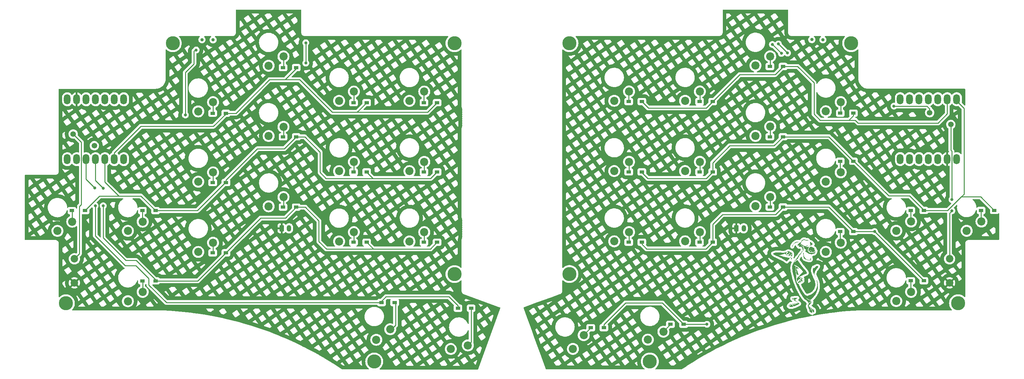
<source format=gbl>
%TF.GenerationSoftware,KiCad,Pcbnew,(6.0.11)*%
%TF.CreationDate,2023-05-08T18:46:22+08:00*%
%TF.ProjectId,DOOOPE,444f4f4f-5045-42e6-9b69-6361645f7063,Rev 1*%
%TF.SameCoordinates,Original*%
%TF.FileFunction,Copper,L2,Bot*%
%TF.FilePolarity,Positive*%
%FSLAX46Y46*%
G04 Gerber Fmt 4.6, Leading zero omitted, Abs format (unit mm)*
G04 Created by KiCad (PCBNEW (6.0.11)) date 2023-05-08 18:46:22*
%MOMM*%
%LPD*%
G01*
G04 APERTURE LIST*
G04 Aperture macros list*
%AMRoundRect*
0 Rectangle with rounded corners*
0 $1 Rounding radius*
0 $2 $3 $4 $5 $6 $7 $8 $9 X,Y pos of 4 corners*
0 Add a 4 corners polygon primitive as box body*
4,1,4,$2,$3,$4,$5,$6,$7,$8,$9,$2,$3,0*
0 Add four circle primitives for the rounded corners*
1,1,$1+$1,$2,$3*
1,1,$1+$1,$4,$5*
1,1,$1+$1,$6,$7*
1,1,$1+$1,$8,$9*
0 Add four rect primitives between the rounded corners*
20,1,$1+$1,$2,$3,$4,$5,0*
20,1,$1+$1,$4,$5,$6,$7,0*
20,1,$1+$1,$6,$7,$8,$9,0*
20,1,$1+$1,$8,$9,$2,$3,0*%
G04 Aperture macros list end*
%TA.AperFunction,WasherPad*%
%ADD10C,0.900000*%
%TD*%
%TA.AperFunction,SMDPad,CuDef*%
%ADD11R,1.300000X0.950000*%
%TD*%
%TA.AperFunction,ComponentPad*%
%ADD12C,2.200000*%
%TD*%
%TA.AperFunction,ComponentPad*%
%ADD13RoundRect,0.250000X-0.350000X-0.625000X0.350000X-0.625000X0.350000X0.625000X-0.350000X0.625000X0*%
%TD*%
%TA.AperFunction,ComponentPad*%
%ADD14O,1.200000X1.750000*%
%TD*%
%TA.AperFunction,ConnectorPad*%
%ADD15C,3.800000*%
%TD*%
%TA.AperFunction,ComponentPad*%
%ADD16C,2.600000*%
%TD*%
%TA.AperFunction,ComponentPad*%
%ADD17O,1.800000X2.750000*%
%TD*%
%TA.AperFunction,ComponentPad*%
%ADD18C,1.500000*%
%TD*%
%TA.AperFunction,ComponentPad*%
%ADD19C,2.025000*%
%TD*%
%TA.AperFunction,ViaPad*%
%ADD20C,0.800000*%
%TD*%
%TA.AperFunction,Conductor*%
%ADD21C,0.250000*%
%TD*%
G04 APERTURE END LIST*
%TO.C,REF\u002A\u002A*%
G36*
X223414784Y-113507678D02*
G01*
X223459841Y-113618709D01*
X223445569Y-113797615D01*
X223393419Y-114005396D01*
X223295069Y-113821627D01*
X223238371Y-113667907D01*
X223275866Y-113542493D01*
X223331052Y-113495574D01*
X223414784Y-113507678D01*
G37*
G36*
X230114554Y-119281093D02*
G01*
X230109241Y-119320069D01*
X230065472Y-119330176D01*
X230056661Y-119319385D01*
X230065472Y-119232011D01*
X230087617Y-119220493D01*
X230114554Y-119281093D01*
G37*
G36*
X229746438Y-118508050D02*
G01*
X229709627Y-118544862D01*
X229672815Y-118508050D01*
X229709627Y-118471238D01*
X229746438Y-118508050D01*
G37*
G36*
X226053868Y-119201363D02*
G01*
X226152032Y-119273928D01*
X226179512Y-119348571D01*
X226192885Y-119423821D01*
X226288481Y-119540885D01*
X226366334Y-119617282D01*
X226391100Y-119701139D01*
X226310250Y-119810500D01*
X226295862Y-119826316D01*
X226212620Y-119898246D01*
X226145889Y-119871567D01*
X226049514Y-119732462D01*
X226040676Y-119718716D01*
X225907041Y-119573320D01*
X225768327Y-119554897D01*
X225752305Y-119558786D01*
X225642727Y-119549071D01*
X225644268Y-119452760D01*
X225757313Y-119279449D01*
X225815338Y-119213254D01*
X225920622Y-119155915D01*
X226053868Y-119201363D01*
G37*
G36*
X223529940Y-126174227D02*
G01*
X223645856Y-126310036D01*
X223742521Y-126481737D01*
X223782960Y-126634358D01*
X223763330Y-126677508D01*
X223654119Y-126739908D01*
X223501192Y-126767342D01*
X223275497Y-126782116D01*
X223056704Y-126776298D01*
X222891321Y-126751584D01*
X222825859Y-126709673D01*
X222869740Y-126612601D01*
X222995782Y-126461199D01*
X223161784Y-126303044D01*
X223324931Y-126178531D01*
X223442403Y-126128050D01*
X223529940Y-126174227D01*
G37*
G36*
X226643465Y-112132393D02*
G01*
X226654264Y-112332426D01*
X226671720Y-112632110D01*
X226784845Y-113113629D01*
X226992978Y-113514309D01*
X227284326Y-113819546D01*
X227647099Y-114014735D01*
X228069503Y-114085270D01*
X228129851Y-114084493D01*
X228359837Y-114038028D01*
X228480922Y-113906504D01*
X228513649Y-113670749D01*
X228514494Y-113554078D01*
X228530559Y-113501749D01*
X228570796Y-113575296D01*
X228624652Y-113758101D01*
X228617450Y-113981468D01*
X228513250Y-114125858D01*
X228360276Y-114176139D01*
X228083722Y-114176846D01*
X227756141Y-114116344D01*
X227416891Y-114007821D01*
X227105330Y-113864461D01*
X226860816Y-113699452D01*
X226722707Y-113525977D01*
X226693382Y-113434628D01*
X226646944Y-113207579D01*
X226607543Y-112924163D01*
X226578728Y-112624683D01*
X226564045Y-112349443D01*
X226567044Y-112138745D01*
X226591271Y-112032890D01*
X226615153Y-112032031D01*
X226643465Y-112132393D01*
G37*
G36*
X225641624Y-119663480D02*
G01*
X225797433Y-119700337D01*
X225938749Y-119800757D01*
X225974463Y-119930393D01*
X225885555Y-120058449D01*
X225804495Y-120115769D01*
X225703917Y-120151808D01*
X225627505Y-120086692D01*
X225535547Y-119902756D01*
X225416877Y-119640940D01*
X225641624Y-119663480D01*
G37*
G36*
X229967308Y-118949789D02*
G01*
X229930496Y-118986601D01*
X229893685Y-118949789D01*
X229930496Y-118912977D01*
X229967308Y-118949789D01*
G37*
G36*
X226321553Y-111684764D02*
G01*
X226229880Y-111857003D01*
X226082111Y-112096733D01*
X225894360Y-112376458D01*
X225749677Y-112589399D01*
X225532764Y-112926118D01*
X225344290Y-113238232D01*
X225213410Y-113478555D01*
X225153499Y-113594085D01*
X224991856Y-113833303D01*
X224846910Y-113937734D01*
X224827255Y-113944158D01*
X224684120Y-114033752D01*
X224507326Y-114187609D01*
X224334482Y-114367240D01*
X224203195Y-114534156D01*
X224151076Y-114649867D01*
X224151513Y-114653339D01*
X224208876Y-114640387D01*
X224343839Y-114546403D01*
X224529485Y-114389879D01*
X224692937Y-114245158D01*
X224824264Y-114152693D01*
X224937041Y-114129153D01*
X225051958Y-114184816D01*
X225189703Y-114329957D01*
X225370966Y-114574853D01*
X225616436Y-114929781D01*
X225972823Y-115429986D01*
X226535304Y-116158994D01*
X227188032Y-116940563D01*
X227347010Y-117141085D01*
X227486226Y-117364595D01*
X227536531Y-117522074D01*
X227532119Y-117584500D01*
X227508667Y-117642539D01*
X227449733Y-117703607D01*
X227338862Y-117777292D01*
X227159596Y-117873182D01*
X226895481Y-118000863D01*
X226530058Y-118169923D01*
X226046873Y-118389950D01*
X225880180Y-118468612D01*
X225634516Y-118597369D01*
X225465536Y-118703212D01*
X225402670Y-118768832D01*
X225420937Y-118809020D01*
X225520989Y-118809705D01*
X225675291Y-118791448D01*
X225875045Y-118826837D01*
X226076941Y-118901417D01*
X226244376Y-118998029D01*
X226340746Y-119099514D01*
X226329448Y-119188711D01*
X226304799Y-119202571D01*
X226226928Y-119161142D01*
X226191428Y-119118195D01*
X226047737Y-119015807D01*
X225883036Y-118951409D01*
X225763297Y-118954417D01*
X225758407Y-118957679D01*
X225665395Y-119057253D01*
X225553806Y-119218773D01*
X225422384Y-119434880D01*
X225361697Y-119192334D01*
X225301010Y-118949789D01*
X225274478Y-119252574D01*
X225258158Y-119379148D01*
X225194499Y-119543176D01*
X225066013Y-119638252D01*
X225019602Y-119661223D01*
X224921020Y-119759995D01*
X224923637Y-119924453D01*
X224939668Y-120013425D01*
X224937768Y-120061162D01*
X224893614Y-119980514D01*
X224864053Y-119878168D01*
X224832982Y-119655514D01*
X224818859Y-119390327D01*
X224813685Y-118947387D01*
X225660351Y-118103122D01*
X225853799Y-117908839D01*
X226113334Y-117643266D01*
X226320382Y-117425356D01*
X226457443Y-117273637D01*
X226507018Y-117206636D01*
X226501259Y-117191791D01*
X226425248Y-117087429D01*
X226279483Y-116914474D01*
X226087572Y-116701362D01*
X225941979Y-116551154D01*
X225525019Y-116179065D01*
X225077528Y-115848936D01*
X224637543Y-115587188D01*
X224243105Y-115420242D01*
X224132996Y-115400488D01*
X224081073Y-115433610D01*
X224132179Y-115507444D01*
X224279916Y-115592121D01*
X224482380Y-115675796D01*
X224459192Y-116405904D01*
X224465251Y-116974794D01*
X224563989Y-117822031D01*
X224589629Y-117965906D01*
X224640024Y-118294945D01*
X224672806Y-118577904D01*
X224681848Y-118765731D01*
X224668001Y-119159846D01*
X224663307Y-119480246D01*
X224672295Y-119707853D01*
X224697612Y-119871104D01*
X224741908Y-119998436D01*
X224807832Y-120118290D01*
X224835493Y-120160043D01*
X224983649Y-120324441D01*
X225127852Y-120412836D01*
X225168424Y-120428695D01*
X225275394Y-120526954D01*
X225393727Y-120724164D01*
X225537403Y-121041797D01*
X225554166Y-121081491D01*
X225755970Y-121516628D01*
X225994470Y-121970127D01*
X226250931Y-122411161D01*
X226506620Y-122808901D01*
X226742803Y-123132518D01*
X226940748Y-123351186D01*
X227050243Y-123443275D01*
X227292911Y-123615669D01*
X227508282Y-123733623D01*
X227509727Y-123734226D01*
X227708813Y-123807632D01*
X227846401Y-123841057D01*
X227896795Y-123831246D01*
X227834299Y-123774941D01*
X227794776Y-123750912D01*
X227762531Y-123723790D01*
X227781761Y-123697065D01*
X227874741Y-123659690D01*
X228063752Y-123600622D01*
X228371070Y-123508814D01*
X228572943Y-123438358D01*
X229086403Y-123156965D01*
X229530762Y-122758065D01*
X229894778Y-122256010D01*
X230167206Y-121665149D01*
X230336805Y-120999833D01*
X230352771Y-120845381D01*
X230340925Y-120443278D01*
X230271751Y-119989677D01*
X230152101Y-119538775D01*
X230131999Y-119476419D01*
X230128157Y-119436428D01*
X230189423Y-119525990D01*
X230313702Y-119779281D01*
X230435598Y-120195454D01*
X230513222Y-120676961D01*
X230542360Y-121180567D01*
X230518803Y-121663036D01*
X230438337Y-122081134D01*
X230359162Y-122324443D01*
X230106991Y-122925299D01*
X229791721Y-123496326D01*
X229432844Y-124008359D01*
X229049852Y-124432231D01*
X228662237Y-124738775D01*
X228424702Y-124886314D01*
X227905533Y-124613499D01*
X227835666Y-124577299D01*
X227600120Y-124463495D01*
X227426691Y-124392428D01*
X227348820Y-124378229D01*
X227349340Y-124395203D01*
X227431065Y-124475555D01*
X227602536Y-124597959D01*
X227835198Y-124744072D01*
X228100497Y-124895555D01*
X228369877Y-125034066D01*
X228723460Y-125204053D01*
X228406688Y-125354142D01*
X228306273Y-125405411D01*
X228130863Y-125531047D01*
X228090794Y-125630949D01*
X228185783Y-125693710D01*
X228415542Y-125707920D01*
X228741168Y-125692718D01*
X228360325Y-126078351D01*
X228334101Y-126105012D01*
X228154449Y-126294052D01*
X228027563Y-126438624D01*
X227979482Y-126509266D01*
X227992071Y-126526679D01*
X228098252Y-126611164D01*
X228289146Y-126742816D01*
X228536393Y-126901656D01*
X228834859Y-127101148D01*
X229012341Y-127254384D01*
X229053716Y-127351925D01*
X229051921Y-127356746D01*
X229061693Y-127423339D01*
X229182357Y-127412865D01*
X229214736Y-127405836D01*
X229343773Y-127425642D01*
X229438077Y-127562666D01*
X229445984Y-127580599D01*
X229510128Y-127802006D01*
X229521617Y-128008493D01*
X229476487Y-128140417D01*
X229433061Y-128176393D01*
X229302596Y-128193461D01*
X229185675Y-128073004D01*
X229091197Y-127822367D01*
X229077855Y-127772653D01*
X228989736Y-127544298D01*
X228848579Y-127347440D01*
X228617784Y-127128432D01*
X228605861Y-127118185D01*
X228383446Y-126938543D01*
X228249069Y-126852061D01*
X228209763Y-126858071D01*
X228272557Y-126955906D01*
X228444481Y-127144897D01*
X228715856Y-127422809D01*
X228421292Y-127501433D01*
X228367601Y-127515123D01*
X228185684Y-127542058D01*
X228126728Y-127504033D01*
X228103707Y-127409519D01*
X228038352Y-127217911D01*
X227945506Y-126975025D01*
X227764284Y-126522041D01*
X227912753Y-126221959D01*
X227958103Y-126128195D01*
X228017579Y-125964030D01*
X228011321Y-125825133D01*
X227943134Y-125638442D01*
X227845343Y-125453704D01*
X227676817Y-125220846D01*
X227484479Y-125011682D01*
X227300825Y-124860811D01*
X227158349Y-124802833D01*
X227101315Y-124790315D01*
X226931475Y-124669210D01*
X226714652Y-124428417D01*
X226458179Y-124079017D01*
X226169388Y-123632092D01*
X225855614Y-123098725D01*
X225524190Y-122489996D01*
X225182449Y-121816987D01*
X225089674Y-121625037D01*
X224503485Y-120236864D01*
X224033776Y-118778803D01*
X223675197Y-117234581D01*
X223671180Y-117211289D01*
X223648439Y-117032850D01*
X223621237Y-116766826D01*
X223594613Y-116461537D01*
X223581060Y-116141424D01*
X223603670Y-115791372D01*
X223676215Y-115450353D01*
X223807513Y-115099300D01*
X224006380Y-114719142D01*
X224281635Y-114290810D01*
X224642095Y-113795235D01*
X225096577Y-113213348D01*
X225193228Y-113091668D01*
X225464219Y-112743617D01*
X225715622Y-112411522D01*
X225922923Y-112128085D01*
X226061610Y-111926005D01*
X226191608Y-111739318D01*
X226293850Y-111624357D01*
X226343012Y-111610814D01*
X226321553Y-111684764D01*
G37*
G36*
X229820061Y-118655296D02*
G01*
X229783250Y-118692108D01*
X229746438Y-118655296D01*
X229783250Y-118618485D01*
X229820061Y-118655296D01*
G37*
G36*
X224746677Y-115897497D02*
G01*
X224862087Y-115962510D01*
X225101512Y-116123913D01*
X225267164Y-116274347D01*
X225329047Y-116388520D01*
X225326318Y-116416233D01*
X225277367Y-116438241D01*
X225145557Y-116366580D01*
X225117695Y-116349310D01*
X224930349Y-116286205D01*
X224793354Y-116326697D01*
X224740781Y-116462696D01*
X224757073Y-116550754D01*
X224823283Y-116748128D01*
X224922941Y-116983584D01*
X224989020Y-117132656D01*
X225113163Y-117444484D01*
X225207357Y-117719816D01*
X225310330Y-118066311D01*
X225043602Y-118066311D01*
X224923794Y-118059925D01*
X224826733Y-118026346D01*
X224756740Y-117945564D01*
X224707355Y-117797588D01*
X224672112Y-117562428D01*
X224644549Y-117220095D01*
X224618203Y-116750599D01*
X224569235Y-115803003D01*
X224746677Y-115897497D01*
G37*
G36*
X227218709Y-110249982D02*
G01*
X227230227Y-110272127D01*
X227169627Y-110299064D01*
X227130651Y-110293751D01*
X227120545Y-110249982D01*
X227131335Y-110241171D01*
X227218709Y-110249982D01*
G37*
G36*
X230520805Y-115704950D02*
G01*
X230589975Y-115772558D01*
X230572545Y-115894411D01*
X230463558Y-116087994D01*
X230258056Y-116370792D01*
X230136102Y-116534968D01*
X229831659Y-117018326D01*
X229650516Y-117454526D01*
X229587308Y-117859798D01*
X229636670Y-118250369D01*
X229640581Y-118267410D01*
X229623337Y-118273179D01*
X229555744Y-118168202D01*
X229449665Y-117970246D01*
X229303919Y-117628724D01*
X229185593Y-117148874D01*
X229169705Y-116696391D01*
X229260239Y-116306303D01*
X229294183Y-116230346D01*
X229371727Y-116095068D01*
X229422065Y-116060875D01*
X229426393Y-116133188D01*
X229372292Y-116274643D01*
X229367709Y-116283693D01*
X229375896Y-116312516D01*
X229465273Y-116247081D01*
X229618573Y-116099657D01*
X229646650Y-116071143D01*
X229941813Y-115818637D01*
X230204098Y-115693190D01*
X230452340Y-115685443D01*
X230520805Y-115704950D01*
G37*
G36*
X224910135Y-124288985D02*
G01*
X224963631Y-124342181D01*
X224881716Y-124436524D01*
X224666438Y-124573117D01*
X224578902Y-124625330D01*
X224430583Y-124732455D01*
X224371945Y-124805089D01*
X224405179Y-124876699D01*
X224531790Y-125027252D01*
X224727106Y-125218573D01*
X224963417Y-125423925D01*
X225213007Y-125616568D01*
X225271743Y-125659082D01*
X225412304Y-125772408D01*
X225473684Y-125864569D01*
X225444675Y-125951456D01*
X225314072Y-126048961D01*
X225070665Y-126172976D01*
X224703250Y-126339391D01*
X224522873Y-126418595D01*
X224258436Y-126530204D01*
X224062186Y-126607283D01*
X223967018Y-126636555D01*
X223954468Y-126634000D01*
X223871487Y-126552725D01*
X223778283Y-126392314D01*
X223663171Y-126146011D01*
X224099697Y-126106428D01*
X224247643Y-126090220D01*
X224481302Y-126048154D01*
X224602310Y-126003573D01*
X224603206Y-125966376D01*
X224476526Y-125946464D01*
X224214809Y-125953734D01*
X223988933Y-125971341D01*
X223741046Y-125993388D01*
X223580496Y-126010938D01*
X223476289Y-126013587D01*
X223414844Y-125981073D01*
X223470773Y-125958492D01*
X223646641Y-125929904D01*
X223913864Y-125901238D01*
X224243105Y-125876208D01*
X224537071Y-125853697D01*
X224830949Y-125821681D01*
X225043177Y-125787507D01*
X225141032Y-125755571D01*
X225163093Y-125699953D01*
X225113634Y-125623655D01*
X224975124Y-125518207D01*
X224732812Y-125372479D01*
X224371945Y-125175341D01*
X224291180Y-125131746D01*
X224054262Y-124992507D01*
X223952095Y-124907984D01*
X223985424Y-124878748D01*
X224029546Y-124876773D01*
X224132780Y-124838663D01*
X224123363Y-124738906D01*
X224002224Y-124559832D01*
X223853372Y-124370597D01*
X224204688Y-124324210D01*
X224388725Y-124301618D01*
X224719183Y-124275832D01*
X224910135Y-124288985D01*
G37*
G36*
X222661199Y-111719856D02*
G01*
X222958256Y-111831202D01*
X222983750Y-111843681D01*
X223260118Y-111984594D01*
X223430574Y-112097893D01*
X223520680Y-112215942D01*
X223555998Y-112371108D01*
X223562090Y-112595757D01*
X223562090Y-113016450D01*
X223308360Y-113064050D01*
X223289507Y-113067436D01*
X223092517Y-113086560D01*
X222958650Y-113073199D01*
X222933878Y-113046971D01*
X223019308Y-113028935D01*
X223174336Y-112988360D01*
X223304022Y-112831521D01*
X223355083Y-112552791D01*
X223351653Y-112348164D01*
X223324299Y-112255392D01*
X223281578Y-112299540D01*
X223232866Y-112485753D01*
X223217903Y-112558561D01*
X223142617Y-112756192D01*
X223008468Y-112850128D01*
X222774986Y-112874749D01*
X222638422Y-112864581D01*
X222512279Y-112813854D01*
X222505296Y-112738564D01*
X222631070Y-112659086D01*
X222732426Y-112610458D01*
X222809270Y-112527686D01*
X222868195Y-112377561D01*
X222930853Y-112121238D01*
X222939488Y-112078597D01*
X222944784Y-111945149D01*
X222903694Y-111928584D01*
X222836448Y-112018736D01*
X222763279Y-112205439D01*
X222737564Y-112283141D01*
X222635649Y-112459417D01*
X222482454Y-112541030D01*
X222407755Y-112552227D01*
X222230767Y-112515315D01*
X222119297Y-112405994D01*
X222114060Y-112255788D01*
X222166979Y-112170484D01*
X222260495Y-112153056D01*
X222330129Y-112268485D01*
X222340021Y-112303031D01*
X222372368Y-112317628D01*
X222417091Y-112195026D01*
X222441889Y-112029117D01*
X222423617Y-111863722D01*
X222416591Y-111846596D01*
X222370848Y-111794785D01*
X222294741Y-111833404D01*
X222157996Y-111975153D01*
X222156967Y-111976302D01*
X221990295Y-112217950D01*
X221948393Y-112423139D01*
X222034409Y-112576546D01*
X222151166Y-112673091D01*
X222359158Y-112854306D01*
X222529283Y-113013551D01*
X222636400Y-113126798D01*
X222655366Y-113170017D01*
X222507688Y-113125976D01*
X222370635Y-113022999D01*
X222310496Y-112910097D01*
X222298565Y-112860968D01*
X222202516Y-112802253D01*
X222154381Y-112788736D01*
X222010067Y-112697058D01*
X221839615Y-112547333D01*
X221746580Y-112460328D01*
X221620529Y-112366901D01*
X221561074Y-112358910D01*
X221558453Y-112363428D01*
X221464684Y-112412078D01*
X221268792Y-112473376D01*
X221008848Y-112535170D01*
X220936971Y-112550866D01*
X220686034Y-112615775D01*
X220440678Y-112691765D01*
X220223378Y-112769607D01*
X220056608Y-112840072D01*
X219962840Y-112893930D01*
X219964550Y-112921951D01*
X220084212Y-112914905D01*
X220258965Y-112917203D01*
X220570680Y-112976296D01*
X220967690Y-113092349D01*
X221026239Y-113111327D01*
X221419805Y-113224004D01*
X221838163Y-113324034D01*
X222200061Y-113391680D01*
X222272083Y-113402337D01*
X222552052Y-113446000D01*
X222770798Y-113483533D01*
X222886022Y-113507776D01*
X222893075Y-113511173D01*
X222884116Y-113590229D01*
X222772046Y-113758632D01*
X222562230Y-114008091D01*
X222141463Y-114478522D01*
X221627954Y-114146335D01*
X221395659Y-114005622D01*
X221041465Y-113808647D01*
X220645667Y-113602061D01*
X220258412Y-113412727D01*
X219908507Y-113248496D01*
X219551769Y-113080778D01*
X219245122Y-112936335D01*
X219030194Y-112834756D01*
X218891392Y-112762060D01*
X218650848Y-112607447D01*
X218478020Y-112460676D01*
X218442456Y-112420677D01*
X218369859Y-112325703D01*
X218382347Y-112311407D01*
X218424171Y-112322704D01*
X218503811Y-112262857D01*
X218505843Y-112258679D01*
X218601715Y-112197114D01*
X218799989Y-112128881D01*
X219060616Y-112067995D01*
X219160827Y-112050070D01*
X219426133Y-112016062D01*
X219699488Y-112006741D01*
X220026634Y-112021884D01*
X220453312Y-112061272D01*
X220903409Y-112099217D01*
X221325300Y-112105339D01*
X221658432Y-112066271D01*
X221931685Y-111978256D01*
X222173940Y-111837539D01*
X222190668Y-111825841D01*
X222419762Y-111717953D01*
X222661199Y-111719856D01*
G37*
G36*
X223238729Y-125980588D02*
G01*
X223156267Y-126108564D01*
X223008597Y-126276648D01*
X222994447Y-126291074D01*
X222804686Y-126469236D01*
X222679233Y-126557516D01*
X222630197Y-126550043D01*
X222669686Y-126440948D01*
X222737822Y-126339760D01*
X222876565Y-126183913D01*
X223031849Y-126042136D01*
X223166574Y-125947307D01*
X223243640Y-125932305D01*
X223238729Y-125980588D01*
G37*
G36*
X230040931Y-119097035D02*
G01*
X230004119Y-119133847D01*
X229967308Y-119097035D01*
X230004119Y-119060224D01*
X230040931Y-119097035D01*
G37*
G36*
X229433457Y-111908059D02*
G01*
X229248596Y-111982622D01*
X229061684Y-111925205D01*
X228850614Y-111731903D01*
X228732102Y-111605528D01*
X228500370Y-111419851D01*
X228315787Y-111364607D01*
X228184116Y-111440450D01*
X228111124Y-111648034D01*
X228092323Y-111748004D01*
X228060328Y-111752229D01*
X227987868Y-111631831D01*
X227947855Y-111522900D01*
X227951082Y-111259628D01*
X228020973Y-111057555D01*
X229114100Y-111057555D01*
X229133312Y-111219354D01*
X229147745Y-111304938D01*
X229190899Y-111518202D01*
X229231026Y-111669845D01*
X229260498Y-111739428D01*
X229271687Y-111706512D01*
X229256965Y-111550659D01*
X229244655Y-111468407D01*
X229198195Y-111235935D01*
X229149261Y-111072108D01*
X229129519Y-111033351D01*
X229114100Y-111057555D01*
X228020973Y-111057555D01*
X228053795Y-110962658D01*
X228245669Y-110670498D01*
X228354114Y-110559267D01*
X228534723Y-110465578D01*
X228753417Y-110475612D01*
X229047018Y-110585462D01*
X229163886Y-110647994D01*
X229337146Y-110764873D01*
X229493021Y-110891974D01*
X229605797Y-111005494D01*
X229649758Y-111081629D01*
X229599192Y-111096579D01*
X229534377Y-111110778D01*
X229494779Y-111215714D01*
X229477975Y-111440224D01*
X229476483Y-111576810D01*
X229483864Y-111664702D01*
X229499991Y-111624282D01*
X229516049Y-111538223D01*
X229564693Y-111347185D01*
X229616436Y-111277595D01*
X229682542Y-111310067D01*
X229693458Y-111322436D01*
X229724426Y-111468109D01*
X229657136Y-111657732D01*
X229618298Y-111706512D01*
X229505934Y-111847642D01*
X229433457Y-111908059D01*
G37*
G36*
X229893685Y-118802543D02*
G01*
X229856873Y-118839354D01*
X229820061Y-118802543D01*
X229856873Y-118765731D01*
X229893685Y-118802543D01*
G37*
G36*
X225372492Y-119875584D02*
G01*
X225424243Y-119937062D01*
X225476293Y-120099963D01*
X225475001Y-120125935D01*
X225418921Y-120213644D01*
X225255424Y-120238195D01*
X225197813Y-120237167D01*
X225065288Y-120208896D01*
X225052904Y-120123540D01*
X225151622Y-119956574D01*
X225181707Y-119915649D01*
X225277378Y-119837524D01*
X225372492Y-119875584D01*
G37*
G36*
X223187554Y-113331826D02*
G01*
X223291380Y-113385679D01*
X223304608Y-113464541D01*
X223250569Y-113497759D01*
X223097673Y-113452725D01*
X223004691Y-113384361D01*
X223030947Y-113335146D01*
X223049769Y-113329762D01*
X223187554Y-113331826D01*
G37*
G36*
X228494844Y-113170369D02*
G01*
X228489531Y-113209345D01*
X228445762Y-113219451D01*
X228436951Y-113208660D01*
X228445762Y-113121287D01*
X228467906Y-113109769D01*
X228494844Y-113170369D01*
G37*
G36*
X228381044Y-110231113D02*
G01*
X228384409Y-110299064D01*
X228369364Y-110318961D01*
X228265284Y-110372688D01*
X228240528Y-110367015D01*
X228237163Y-110299064D01*
X228252208Y-110279168D01*
X228356288Y-110225441D01*
X228381044Y-110231113D01*
G37*
G36*
X227039467Y-108570820D02*
G01*
X227041448Y-108573965D01*
X227163462Y-108629738D01*
X227407771Y-108626126D01*
X227570542Y-108615098D01*
X227735913Y-108645295D01*
X227862436Y-108745672D01*
X228002694Y-108900656D01*
X227764640Y-108817670D01*
X227565108Y-108772497D01*
X227447800Y-108813471D01*
X227424900Y-108830671D01*
X227298944Y-108835302D01*
X227085810Y-108747777D01*
X227049576Y-108729465D01*
X226868017Y-108653618D01*
X226726278Y-108648530D01*
X226550104Y-108708800D01*
X226334275Y-108836004D01*
X226142603Y-109080017D01*
X226033395Y-109433992D01*
X226029909Y-109452887D01*
X225966171Y-109641188D01*
X225877885Y-109710079D01*
X225791794Y-109722576D01*
X225771848Y-109770502D01*
X225852567Y-109830676D01*
X226013166Y-109877392D01*
X226149102Y-109914658D01*
X226394628Y-110015681D01*
X226649695Y-110149124D01*
X226788049Y-110225921D01*
X227098937Y-110348804D01*
X227415328Y-110389985D01*
X227496388Y-110392229D01*
X227659385Y-110404054D01*
X227696918Y-110428022D01*
X227625465Y-110470441D01*
X227498324Y-110540495D01*
X227468416Y-110593354D01*
X227554356Y-110602150D01*
X227740014Y-110554981D01*
X227795927Y-110536650D01*
X227969362Y-110492289D01*
X228062015Y-110488629D01*
X228066196Y-110526507D01*
X228023152Y-110664384D01*
X227933368Y-110862312D01*
X227885733Y-110961866D01*
X227775407Y-111313771D01*
X227793971Y-111601090D01*
X227943818Y-111833234D01*
X228227336Y-112019612D01*
X228481499Y-112099349D01*
X228831907Y-112135026D01*
X229180486Y-112110144D01*
X229461159Y-112024445D01*
X229647332Y-111875402D01*
X229785925Y-111674735D01*
X229819587Y-111603668D01*
X229871799Y-111536101D01*
X229888762Y-111581519D01*
X229868515Y-111718642D01*
X229809096Y-111926194D01*
X229689091Y-112179345D01*
X229535596Y-112340866D01*
X229373642Y-112378286D01*
X229371042Y-112377798D01*
X229226411Y-112395618D01*
X229042338Y-112467740D01*
X228886945Y-112534859D01*
X228719453Y-112575881D01*
X228613031Y-112567996D01*
X228605279Y-112507760D01*
X228609527Y-112490974D01*
X228536377Y-112449463D01*
X228347598Y-112434137D01*
X228269731Y-112431898D01*
X228123550Y-112409203D01*
X228084085Y-112369948D01*
X228078115Y-112340855D01*
X227978710Y-112265174D01*
X227796031Y-112180601D01*
X227734289Y-112154251D01*
X227512552Y-112022952D01*
X227306697Y-111855445D01*
X227155067Y-111686271D01*
X227096003Y-111549971D01*
X227126265Y-111502670D01*
X227247303Y-111438938D01*
X227299266Y-111417743D01*
X227369296Y-111334617D01*
X227316911Y-111249722D01*
X227155045Y-111196975D01*
X227105125Y-111187651D01*
X226999339Y-111126896D01*
X226904090Y-110987669D01*
X226794449Y-110738258D01*
X226777197Y-110695385D01*
X226660776Y-110448725D01*
X226546144Y-110304597D01*
X226405844Y-110226869D01*
X226392715Y-110222362D01*
X226134141Y-110162010D01*
X225925056Y-110163003D01*
X225807598Y-110225441D01*
X225826634Y-110276092D01*
X225954155Y-110299064D01*
X225997518Y-110300169D01*
X226288205Y-110370464D01*
X226507060Y-110533170D01*
X226619820Y-110764339D01*
X226646072Y-111005411D01*
X226639602Y-111249041D01*
X226602987Y-111438325D01*
X226540950Y-111527543D01*
X226527736Y-111527022D01*
X226465995Y-111449529D01*
X226399648Y-111289384D01*
X226343823Y-111096516D01*
X226313648Y-110920857D01*
X226324252Y-110812336D01*
X226326214Y-110768606D01*
X226237113Y-110684592D01*
X226064655Y-110604128D01*
X225848223Y-110543736D01*
X225627196Y-110519934D01*
X225499492Y-110517168D01*
X225361735Y-110489855D01*
X225349965Y-110418818D01*
X225450892Y-110286456D01*
X225510366Y-110217592D01*
X225527230Y-110159824D01*
X225432487Y-110143340D01*
X225352933Y-110140915D01*
X225163395Y-110147968D01*
X225094031Y-110140817D01*
X225034554Y-110071366D01*
X225039299Y-110038424D01*
X225115901Y-109883386D01*
X225254303Y-109700886D01*
X225413113Y-109540568D01*
X225550936Y-109452074D01*
X225631643Y-109406419D01*
X225650439Y-109325925D01*
X225660217Y-109279220D01*
X225796617Y-109295817D01*
X225930555Y-109311748D01*
X225991656Y-109262463D01*
X226008580Y-109152370D01*
X226117442Y-108917526D01*
X226293872Y-108694339D01*
X226498744Y-108538655D01*
X226690961Y-108461907D01*
X226900948Y-108455220D01*
X227039467Y-108570820D01*
G37*
G36*
X225733974Y-109140400D02*
G01*
X225309638Y-109194751D01*
X225234969Y-109205018D01*
X224678342Y-109337554D01*
X224239660Y-109555236D01*
X223915326Y-109860438D01*
X223701743Y-110255530D01*
X223682881Y-110305322D01*
X223617228Y-110443833D01*
X223574152Y-110482913D01*
X223563879Y-110464174D01*
X223578965Y-110337354D01*
X223656522Y-110143939D01*
X223775995Y-109923222D01*
X223916829Y-109714495D01*
X224058471Y-109557053D01*
X224136484Y-109490975D01*
X224472765Y-109271540D01*
X224833410Y-109157678D01*
X225271465Y-109130747D01*
X225733974Y-109140400D01*
G37*
G36*
X223718182Y-124414647D02*
G01*
X223845484Y-124546924D01*
X223960165Y-124710804D01*
X223966827Y-124722735D01*
X223987356Y-124788821D01*
X223923857Y-124790768D01*
X223750941Y-124731032D01*
X223747925Y-124729859D01*
X223633793Y-124643063D01*
X223563805Y-124519541D01*
X223554971Y-124408987D01*
X223624303Y-124361093D01*
X223718182Y-124414647D01*
G37*
G36*
X228882131Y-127609307D02*
G01*
X228980048Y-127789581D01*
X229010206Y-128093136D01*
X229008502Y-128179289D01*
X228992467Y-128344691D01*
X228965013Y-128410369D01*
X228900865Y-128395095D01*
X228731137Y-128309544D01*
X228529865Y-128177845D01*
X228346290Y-128033503D01*
X228229651Y-127910021D01*
X228179067Y-127818714D01*
X228171089Y-127693193D01*
X228283931Y-127608699D01*
X228530644Y-127549605D01*
X228705286Y-127539657D01*
X228882131Y-127609307D01*
G37*
G36*
X227740206Y-110113093D02*
G01*
X227798757Y-110143954D01*
X227785974Y-110190802D01*
X227648177Y-110262237D01*
X227633046Y-110268979D01*
X227481425Y-110335890D01*
X227408902Y-110366708D01*
X227400240Y-110356170D01*
X227390496Y-110259942D01*
X227428335Y-110159567D01*
X227560912Y-110091857D01*
X227740206Y-110113093D01*
G37*
G36*
X228540677Y-109206148D02*
G01*
X228707032Y-109299790D01*
X228896789Y-109470804D01*
X228914561Y-109489958D01*
X229077486Y-109675556D01*
X229140846Y-109784783D01*
X229110374Y-109841761D01*
X228991801Y-109870611D01*
X228892002Y-109898893D01*
X228847784Y-109953343D01*
X228814338Y-110034254D01*
X228700538Y-110149663D01*
X228596009Y-110217844D01*
X228496202Y-110212307D01*
X228445576Y-110080716D01*
X228437572Y-109814717D01*
X228438311Y-109780210D01*
X228426432Y-109544733D01*
X228392402Y-109360369D01*
X228376103Y-109272419D01*
X228422207Y-109195238D01*
X228540677Y-109206148D01*
G37*
G36*
X228783307Y-125376834D02*
G01*
X228763931Y-125499078D01*
X228670655Y-125580121D01*
X228441937Y-125609434D01*
X228163540Y-125606180D01*
X228446574Y-125456864D01*
X228523931Y-125417611D01*
X228705788Y-125350008D01*
X228783307Y-125376834D01*
G37*
G36*
X228431048Y-111490183D02*
G01*
X228579553Y-111573011D01*
X228745607Y-111698990D01*
X228880765Y-111829350D01*
X228936583Y-111925319D01*
X228911453Y-111968293D01*
X228791240Y-111996659D01*
X228617345Y-111981809D01*
X228440958Y-111930101D01*
X228313268Y-111847893D01*
X228288523Y-111817660D01*
X228225601Y-111661088D01*
X228257692Y-111531215D01*
X228376450Y-111477035D01*
X228431048Y-111490183D01*
G37*
%TD*%
D10*
%TO.P,On / Off,*%
%TO.N,*%
X67283930Y-54566664D03*
X64283930Y-54516664D03*
%TD*%
D11*
%TO.P,D14,1,K*%
%TO.N,L_Row2*%
X108733930Y-109281664D03*
%TO.P,D14,2,A*%
%TO.N,Net-(D14-Pad2)*%
X105183930Y-109281664D03*
%TD*%
%TO.P,D13,1,K*%
%TO.N,L_Row2*%
X89733930Y-99781664D03*
%TO.P,D13,2,A*%
%TO.N,Net-(D13-Pad2)*%
X86183930Y-99781664D03*
%TD*%
D12*
%TO.P,SW33,1,1*%
%TO.N,R_Col0*%
X164401157Y-138101728D03*
%TO.P,SW33,2,2*%
%TO.N,Net-(D33-Pad2)*%
X167304877Y-134384415D03*
%TD*%
%TO.P,SW10,1,1*%
%TO.N,L_Col5*%
X120283930Y-90056664D03*
%TO.P,SW10,2,2*%
%TO.N,Net-(D10-Pad2)*%
X124283930Y-87556664D03*
%TD*%
%TO.P,SW28,1,1*%
%TO.N,R_Col0*%
X175546430Y-109031664D03*
%TO.P,SW28,2,2*%
%TO.N,Net-(D28-Pad2)*%
X179546430Y-106531664D03*
%TD*%
D11*
%TO.P,D19,1,K*%
%TO.N,R_Row0*%
X202108930Y-71256664D03*
%TO.P,D19,2,A*%
%TO.N,Net-(D19-Pad2)*%
X198558930Y-71256664D03*
%TD*%
%TO.P,D27,1,K*%
%TO.N,R_Row1*%
X259108930Y-100681664D03*
%TO.P,D27,2,A*%
%TO.N,Net-(D27-Pad2)*%
X255558930Y-100681664D03*
%TD*%
%TO.P,D33,1,K*%
%TO.N,R_Row3*%
X172754877Y-132384415D03*
%TO.P,D33,2,A*%
%TO.N,Net-(D33-Pad2)*%
X169204877Y-132384415D03*
%TD*%
D13*
%TO.P,J4,1,Pin_1*%
%TO.N,R_GND*%
X208483930Y-105506664D03*
D14*
%TO.P,J4,2,Pin_2*%
%TO.N,R_VBAT*%
X210483930Y-105506664D03*
%TD*%
D12*
%TO.P,SW3,1,1*%
%TO.N,L_Col3*%
X82283930Y-61556664D03*
%TO.P,SW3,2,2*%
%TO.N,Net-(D3-Pad2)*%
X86283930Y-59056664D03*
%TD*%
%TO.P,SW23,1,1*%
%TO.N,R_Col0*%
X175546430Y-90031664D03*
%TO.P,SW23,2,2*%
%TO.N,Net-(D23-Pad2)*%
X179546430Y-87531664D03*
%TD*%
%TO.P,SW20,1,1*%
%TO.N,R_Col2*%
X213658930Y-61531664D03*
%TO.P,SW20,2,2*%
%TO.N,Net-(D20-Pad2)*%
X217658930Y-59031664D03*
%TD*%
%TO.P,SW30,1,1*%
%TO.N,R_Col2*%
X213658930Y-99531664D03*
%TO.P,SW30,2,2*%
%TO.N,Net-(D30-Pad2)*%
X217658930Y-97031664D03*
%TD*%
%TO.P,SW24,1,1*%
%TO.N,R_Col1*%
X194658930Y-90031664D03*
%TO.P,SW24,2,2*%
%TO.N,Net-(D24-Pad2)*%
X198658930Y-87531664D03*
%TD*%
%TO.P,SW27,1,1*%
%TO.N,R_Col4*%
X251658930Y-106181664D03*
%TO.P,SW27,2,2*%
%TO.N,Net-(D27-Pad2)*%
X255658930Y-103681664D03*
%TD*%
%TO.P,SW7,1,1*%
%TO.N,L_Col2*%
X63283930Y-92906664D03*
%TO.P,SW7,2,2*%
%TO.N,Net-(D7-Pad2)*%
X67283930Y-90406664D03*
%TD*%
D11*
%TO.P,D18,1,K*%
%TO.N,R_Row0*%
X182996430Y-71256664D03*
%TO.P,D18,2,A*%
%TO.N,Net-(D18-Pad2)*%
X179446430Y-71256664D03*
%TD*%
D12*
%TO.P,SW34,1,1*%
%TO.N,R_Col1*%
X184609849Y-135607691D03*
%TO.P,SW34,2,2*%
%TO.N,Net-(D34-Pad2)*%
X188812517Y-133465827D03*
%TD*%
D15*
%TO.P,REF\u002A\u002A,1*%
%TO.N,N/C*%
X132433930Y-55481664D03*
D16*
X132433930Y-55481664D03*
%TD*%
D11*
%TO.P,D30,1,K*%
%TO.N,R_Row2*%
X221108930Y-99756664D03*
%TO.P,D30,2,A*%
%TO.N,Net-(D30-Pad2)*%
X217558930Y-99756664D03*
%TD*%
%TO.P,D2,1,K*%
%TO.N,L_Row0*%
X70733930Y-74406664D03*
%TO.P,D2,2,A*%
%TO.N,Net-(D2-Pad2)*%
X67183930Y-74406664D03*
%TD*%
D17*
%TO.P,U1,1,A2/0.02_H*%
%TO.N,L_Col0*%
X27938930Y-86826664D03*
%TO.P,U1,2,A4/0.03_H*%
%TO.N,L_Col1*%
X30478930Y-86826664D03*
%TO.P,U1,3,A10/0.28*%
%TO.N,L_Row3*%
X33018930Y-86826664D03*
%TO.P,U1,4,A11/0.29*%
%TO.N,L_Row2*%
X35558930Y-86826664D03*
%TO.P,U1,5,A8_SDA/0.04_H*%
%TO.N,L_Row1*%
X38098930Y-86826664D03*
%TO.P,U1,6,A9_SCL/0.05_H*%
%TO.N,L_Row0*%
X40638930Y-86826664D03*
%TO.P,U1,7,B8_TX/1.11*%
%TO.N,unconnected-(U1-Pad7)*%
X43178930Y-86826664D03*
%TO.P,U1,8,B9_RX/1.12*%
%TO.N,L_Col5*%
X43178930Y-70636664D03*
%TO.P,U1,9,A7_SCK/1.13*%
%TO.N,L_Col4*%
X40638930Y-70636664D03*
%TO.P,U1,10,A5_MISO/1.14*%
%TO.N,L_Col3*%
X38098930Y-70636664D03*
%TO.P,U1,11,A6_MOSI/1.15*%
%TO.N,L_Col2*%
X35558930Y-70636664D03*
%TO.P,U1,12,3V3*%
%TO.N,unconnected-(U1-Pad12)*%
X33018930Y-70636664D03*
%TO.P,U1,13,GND*%
%TO.N,L_GND*%
X30478930Y-70636664D03*
%TO.P,U1,14,5V*%
%TO.N,unconnected-(U1-Pad14)*%
X27938930Y-70636664D03*
D18*
%TO.P,U1,17,RESET*%
%TO.N,L_RST*%
X29526930Y-80001664D03*
%TO.P,U1,19,BAT*%
%TO.N,L_BAT+*%
X35241930Y-83176664D03*
%TD*%
D16*
%TO.P,REF\u002A\u002A,1*%
%TO.N,N/C*%
X56408930Y-55481664D03*
D15*
X56408930Y-55481664D03*
%TD*%
D12*
%TO.P,SW17,1,1*%
%TO.N,L_Col5*%
X131429203Y-138126728D03*
%TO.P,SW17,2,2*%
%TO.N,Net-(D17-Pad2)*%
X136043024Y-137145577D03*
%TD*%
D17*
%TO.P,U2,1,A2/0.02_H*%
%TO.N,R_Row1*%
X267969117Y-70611664D03*
%TO.P,U2,2,A4/0.03_H*%
%TO.N,R_Row0*%
X265429117Y-70611664D03*
%TO.P,U2,3,A10/0.28*%
%TO.N,R_Col3*%
X262889117Y-70611664D03*
%TO.P,U2,4,A11/0.29*%
%TO.N,R_Col2*%
X260349117Y-70611664D03*
%TO.P,U2,5,A8_SDA/0.04_H*%
%TO.N,R_Col1*%
X257809117Y-70611664D03*
%TO.P,U2,6,A9_SCL/0.05_H*%
%TO.N,R_Col0*%
X255269117Y-70611664D03*
%TO.P,U2,7,B8_TX/1.11*%
%TO.N,unconnected-(U2-Pad7)*%
X252729117Y-70611664D03*
%TO.P,U2,8,B9_RX/1.12*%
%TO.N,R_Row3*%
X252729117Y-86801664D03*
%TO.P,U2,9,A7_SCK/1.13*%
%TO.N,R_Row2*%
X255269117Y-86801664D03*
%TO.P,U2,10,A5_MISO/1.14*%
%TO.N,R_Col4*%
X257809117Y-86801664D03*
%TO.P,U2,11,A6_MOSI/1.15*%
%TO.N,R_Col5*%
X260349117Y-86801664D03*
%TO.P,U2,12,3V3*%
%TO.N,unconnected-(U2-Pad12)*%
X262889117Y-86801664D03*
%TO.P,U2,13,GND*%
%TO.N,R_GND*%
X265429117Y-86801664D03*
%TO.P,U2,14,5V*%
%TO.N,unconnected-(U2-Pad14)*%
X267969117Y-86801664D03*
D18*
%TO.P,U2,17,RESET*%
%TO.N,R_RST*%
X266381117Y-77436664D03*
%TO.P,U2,19,BAT*%
%TO.N,R_BAT+*%
X260666117Y-74261664D03*
%TD*%
D11*
%TO.P,D11,1,K*%
%TO.N,L_Row2*%
X51733930Y-119706664D03*
%TO.P,D11,2,A*%
%TO.N,Net-(D11-Pad2)*%
X48183930Y-119706664D03*
%TD*%
D12*
%TO.P,SW1,1,1*%
%TO.N,L_Col0*%
X25283930Y-106206664D03*
%TO.P,SW1,2,2*%
%TO.N,Net-(D1-Pad2)*%
X29283930Y-103706664D03*
%TD*%
%TO.P,SW19,1,1*%
%TO.N,R_Col1*%
X194658930Y-71031664D03*
%TO.P,SW19,2,2*%
%TO.N,Net-(D19-Pad2)*%
X198658930Y-68531664D03*
%TD*%
D11*
%TO.P,D12,1,K*%
%TO.N,L_Row2*%
X70733930Y-112131664D03*
%TO.P,D12,2,A*%
%TO.N,Net-(D12-Pad2)*%
X67183930Y-112131664D03*
%TD*%
%TO.P,D15,1,K*%
%TO.N,L_Row2*%
X127733930Y-109281664D03*
%TO.P,D15,2,A*%
%TO.N,Net-(D15-Pad2)*%
X124183930Y-109281664D03*
%TD*%
%TO.P,D32,1,K*%
%TO.N,R_Row2*%
X259108930Y-119681664D03*
%TO.P,D32,2,A*%
%TO.N,Net-(D32-Pad2)*%
X255558930Y-119681664D03*
%TD*%
D10*
%TO.P,On / Off,*%
%TO.N,*%
X228858930Y-54491664D03*
X231858930Y-54541664D03*
%TD*%
D11*
%TO.P,D23,1,K*%
%TO.N,R_Row1*%
X182996430Y-90256664D03*
%TO.P,D23,2,A*%
%TO.N,Net-(D23-Pad2)*%
X179446430Y-90256664D03*
%TD*%
%TO.P,D7,1,K*%
%TO.N,L_Row1*%
X70733930Y-93131664D03*
%TO.P,D7,2,A*%
%TO.N,Net-(D7-Pad2)*%
X67183930Y-93131664D03*
%TD*%
%TO.P,D31,1,K*%
%TO.N,R_Row2*%
X240108930Y-106381664D03*
%TO.P,D31,2,A*%
%TO.N,Net-(D31-Pad2)*%
X236558930Y-106381664D03*
%TD*%
%TO.P,D24,1,K*%
%TO.N,R_Row1*%
X202108930Y-90256664D03*
%TO.P,D24,2,A*%
%TO.N,Net-(D24-Pad2)*%
X198558930Y-90256664D03*
%TD*%
D12*
%TO.P,SW13,1,1*%
%TO.N,L_Col3*%
X82283930Y-99556664D03*
%TO.P,SW13,2,2*%
%TO.N,Net-(D13-Pad2)*%
X86283930Y-97056664D03*
%TD*%
%TO.P,SW29,1,1*%
%TO.N,R_Col1*%
X194658930Y-109031664D03*
%TO.P,SW29,2,2*%
%TO.N,Net-(D29-Pad2)*%
X198658930Y-106531664D03*
%TD*%
D11*
%TO.P,D17,1,K*%
%TO.N,L_Row3*%
X133358930Y-127106664D03*
%TO.P,D17,2,A*%
%TO.N,Net-(D17-Pad2)*%
X136908930Y-127106664D03*
%TD*%
D12*
%TO.P,SW5,1,1*%
%TO.N,L_Col5*%
X120283930Y-71056664D03*
%TO.P,SW5,2,2*%
%TO.N,Net-(D5-Pad2)*%
X124283930Y-68556664D03*
%TD*%
D11*
%TO.P,D22,1,K*%
%TO.N,R_Row1*%
X278108930Y-100681664D03*
%TO.P,D22,2,A*%
%TO.N,Net-(D22-Pad2)*%
X274558930Y-100681664D03*
%TD*%
D19*
%TO.P,RESET,T1*%
%TO.N,R_GND*%
X266033930Y-120256664D03*
%TO.P,RESET,T2*%
%TO.N,R_RST*%
X266033930Y-113756664D03*
%TD*%
D12*
%TO.P,SW22,1,1*%
%TO.N,R_Col5*%
X270658930Y-106181664D03*
%TO.P,SW22,2,2*%
%TO.N,Net-(D22-Pad2)*%
X274658930Y-103681664D03*
%TD*%
D16*
%TO.P,REF\u002A\u002A,1*%
%TO.N,N/C*%
X110783930Y-141533493D03*
D15*
X110783930Y-141533493D03*
%TD*%
D11*
%TO.P,D25,1,K*%
%TO.N,R_Row1*%
X221108930Y-80756664D03*
%TO.P,D25,2,A*%
%TO.N,Net-(D25-Pad2)*%
X217558930Y-80756664D03*
%TD*%
%TO.P,D29,1,K*%
%TO.N,R_Row2*%
X202108930Y-109256664D03*
%TO.P,D29,2,A*%
%TO.N,Net-(D29-Pad2)*%
X198558930Y-109256664D03*
%TD*%
D13*
%TO.P,J2,1,Pin_1*%
%TO.N,L_GND*%
X85783930Y-105506664D03*
D14*
%TO.P,J2,2,Pin_2*%
%TO.N,L_VBAT*%
X87783930Y-105506664D03*
%TD*%
D16*
%TO.P,REF\u002A\u002A,1*%
%TO.N,N/C*%
X27558930Y-125781664D03*
D15*
X27558930Y-125781664D03*
%TD*%
D12*
%TO.P,SW15,1,1*%
%TO.N,L_Col5*%
X120283930Y-109056664D03*
%TO.P,SW15,2,2*%
%TO.N,Net-(D15-Pad2)*%
X124283930Y-106556664D03*
%TD*%
D11*
%TO.P,D6,1,K*%
%TO.N,L_Row1*%
X51733930Y-100706664D03*
%TO.P,D6,2,A*%
%TO.N,Net-(D6-Pad2)*%
X48183930Y-100706664D03*
%TD*%
%TO.P,D5,1,K*%
%TO.N,L_Row0*%
X127733930Y-71556664D03*
%TO.P,D5,2,A*%
%TO.N,Net-(D5-Pad2)*%
X124183930Y-71556664D03*
%TD*%
D16*
%TO.P,REF\u002A\u002A,1*%
%TO.N,N/C*%
X132433930Y-117881664D03*
D15*
X132433930Y-117881664D03*
%TD*%
D11*
%TO.P,D21,1,K*%
%TO.N,R_Row0*%
X240108930Y-74381664D03*
%TO.P,D21,2,A*%
%TO.N,Net-(D21-Pad2)*%
X236558930Y-74381664D03*
%TD*%
%TO.P,D10,1,K*%
%TO.N,L_Row1*%
X127733930Y-90281664D03*
%TO.P,D10,2,A*%
%TO.N,Net-(D10-Pad2)*%
X124183930Y-90281664D03*
%TD*%
D12*
%TO.P,SW18,1,1*%
%TO.N,R_Col0*%
X175546430Y-71031664D03*
%TO.P,SW18,2,2*%
%TO.N,Net-(D18-Pad2)*%
X179546430Y-68531664D03*
%TD*%
D11*
%TO.P,D1,1,K*%
%TO.N,L_Row1*%
X32733930Y-100706664D03*
%TO.P,D1,2,A*%
%TO.N,Net-(D1-Pad2)*%
X29183930Y-100706664D03*
%TD*%
D12*
%TO.P,SW25,1,1*%
%TO.N,R_Col2*%
X213658930Y-80531664D03*
%TO.P,SW25,2,2*%
%TO.N,Net-(D25-Pad2)*%
X217658930Y-78031664D03*
%TD*%
%TO.P,SW11,1,1*%
%TO.N,L_Col1*%
X44283930Y-125206664D03*
%TO.P,SW11,2,2*%
%TO.N,Net-(D11-Pad2)*%
X48283930Y-122706664D03*
%TD*%
%TO.P,SW32,1,1*%
%TO.N,R_Col4*%
X251658930Y-125181664D03*
%TO.P,SW32,2,2*%
%TO.N,Net-(D32-Pad2)*%
X255658930Y-122681664D03*
%TD*%
%TO.P,SW12,1,1*%
%TO.N,L_Col2*%
X63283930Y-111906664D03*
%TO.P,SW12,2,2*%
%TO.N,Net-(D12-Pad2)*%
X67283930Y-109406664D03*
%TD*%
%TO.P,SW16,1,1*%
%TO.N,L_Col4*%
X111333011Y-135632691D03*
%TO.P,SW16,2,2*%
%TO.N,Net-(D16-Pad2)*%
X115099901Y-132793581D03*
%TD*%
%TO.P,SW26,1,1*%
%TO.N,R_Col3*%
X232658930Y-92881664D03*
%TO.P,SW26,2,2*%
%TO.N,Net-(D26-Pad2)*%
X236658930Y-90381664D03*
%TD*%
%TO.P,SW4,1,1*%
%TO.N,L_Col4*%
X101283930Y-71056664D03*
%TO.P,SW4,2,2*%
%TO.N,Net-(D4-Pad2)*%
X105283930Y-68556664D03*
%TD*%
%TO.P,SW14,1,1*%
%TO.N,L_Col4*%
X101283930Y-109056664D03*
%TO.P,SW14,2,2*%
%TO.N,Net-(D14-Pad2)*%
X105283930Y-106556664D03*
%TD*%
%TO.P,SW2,1,1*%
%TO.N,L_Col2*%
X63283930Y-73906664D03*
%TO.P,SW2,2,2*%
%TO.N,Net-(D2-Pad2)*%
X67283930Y-71406664D03*
%TD*%
D11*
%TO.P,D9,1,K*%
%TO.N,L_Row1*%
X108733930Y-90281664D03*
%TO.P,D9,2,A*%
%TO.N,Net-(D9-Pad2)*%
X105183930Y-90281664D03*
%TD*%
%TO.P,D28,1,K*%
%TO.N,R_Row2*%
X182996430Y-109256664D03*
%TO.P,D28,2,A*%
%TO.N,Net-(D28-Pad2)*%
X179446430Y-109256664D03*
%TD*%
%TO.P,D20,1,K*%
%TO.N,R_Row0*%
X221108930Y-61756664D03*
%TO.P,D20,2,A*%
%TO.N,Net-(D20-Pad2)*%
X217558930Y-61756664D03*
%TD*%
D19*
%TO.P,RESET,T1*%
%TO.N,L_RST*%
X29858930Y-113756664D03*
%TO.P,RESET,T2*%
%TO.N,L_GND*%
X29858930Y-120256664D03*
%TD*%
D11*
%TO.P,D16,1,K*%
%TO.N,L_Row3*%
X112733930Y-125581664D03*
%TO.P,D16,2,A*%
%TO.N,Net-(D16-Pad2)*%
X116283930Y-125581664D03*
%TD*%
D12*
%TO.P,SW6,1,1*%
%TO.N,L_Col1*%
X44283930Y-106206664D03*
%TO.P,SW6,2,2*%
%TO.N,Net-(D6-Pad2)*%
X48283930Y-103706664D03*
%TD*%
D11*
%TO.P,D3,1,K*%
%TO.N,L_Row0*%
X89733930Y-62056664D03*
%TO.P,D3,2,A*%
%TO.N,Net-(D3-Pad2)*%
X86183930Y-62056664D03*
%TD*%
D15*
%TO.P,REF\u002A\u002A,1*%
%TO.N,N/C*%
X185158930Y-141508493D03*
D16*
X185158930Y-141508493D03*
%TD*%
D11*
%TO.P,D8,1,K*%
%TO.N,L_Row1*%
X89733930Y-80781664D03*
%TO.P,D8,2,A*%
%TO.N,Net-(D8-Pad2)*%
X86183930Y-80781664D03*
%TD*%
D12*
%TO.P,SW21,1,1*%
%TO.N,R_Col3*%
X232658930Y-73881664D03*
%TO.P,SW21,2,2*%
%TO.N,Net-(D21-Pad2)*%
X236658930Y-71381664D03*
%TD*%
D11*
%TO.P,D34,1,K*%
%TO.N,R_Row3*%
X194262517Y-131465827D03*
%TO.P,D34,2,A*%
%TO.N,Net-(D34-Pad2)*%
X190712517Y-131465827D03*
%TD*%
D12*
%TO.P,SW9,1,1*%
%TO.N,L_Col4*%
X101283930Y-90056664D03*
%TO.P,SW9,2,2*%
%TO.N,Net-(D9-Pad2)*%
X105283930Y-87556664D03*
%TD*%
D11*
%TO.P,D26,1,K*%
%TO.N,R_Row1*%
X240108930Y-87381664D03*
%TO.P,D26,2,A*%
%TO.N,Net-(D26-Pad2)*%
X236558930Y-87381664D03*
%TD*%
D12*
%TO.P,SW8,1,1*%
%TO.N,L_Col3*%
X82283930Y-80556664D03*
%TO.P,SW8,2,2*%
%TO.N,Net-(D8-Pad2)*%
X86283930Y-78056664D03*
%TD*%
D11*
%TO.P,D4,1,K*%
%TO.N,L_Row0*%
X108733930Y-71556664D03*
%TO.P,D4,2,A*%
%TO.N,Net-(D4-Pad2)*%
X105183930Y-71556664D03*
%TD*%
D12*
%TO.P,SW31,1,1*%
%TO.N,R_Col3*%
X232658930Y-111881664D03*
%TO.P,SW31,2,2*%
%TO.N,Net-(D31-Pad2)*%
X236658930Y-109381664D03*
%TD*%
D16*
%TO.P,REF\u002A\u002A,1*%
%TO.N,N/C*%
X268333930Y-125762347D03*
D15*
X268333930Y-125762347D03*
%TD*%
D16*
%TO.P,REF\u002A\u002A,1*%
%TO.N,N/C*%
X163458930Y-117862347D03*
D15*
X163458930Y-117862347D03*
%TD*%
%TO.P,REF\u002A\u002A,1*%
%TO.N,N/C*%
X163458930Y-55462347D03*
D16*
X163458930Y-55462347D03*
%TD*%
%TO.P,REF\u002A\u002A,1*%
%TO.N,N/C*%
X239483930Y-55462347D03*
D15*
X239483930Y-55462347D03*
%TD*%
D20*
%TO.N,L_VBAT*%
X92308930Y-60856664D03*
X92308930Y-55356664D03*
%TO.N,L_Row2*%
X37658930Y-94656664D03*
X37633930Y-99406664D03*
%TO.N,L_Row3*%
X35483930Y-99431664D03*
X35383930Y-94631664D03*
%TO.N,R_Row2*%
X245808930Y-106381664D03*
%TO.N,R_Row3*%
X200558930Y-131456664D03*
%TO.N,L_BAT+*%
X59808930Y-74881664D03*
X62733930Y-57306664D03*
%TO.N,R_BAT+*%
X251033930Y-72481664D03*
%TO.N,R_Col0*%
X222333930Y-58131664D03*
X219858930Y-55681664D03*
%TO.N,R_Col1*%
X218233930Y-55806664D03*
X220658930Y-58231664D03*
%TO.N,R_RST*%
X266683930Y-100781664D03*
X266683930Y-97756664D03*
%TD*%
D21*
%TO.N,L_VBAT*%
X92308930Y-55356664D02*
X92308930Y-60856664D01*
%TO.N,Net-(D1-Pad2)*%
X29283930Y-103706664D02*
X29283930Y-100806664D01*
X29283930Y-100806664D02*
X29183930Y-100706664D01*
%TO.N,Net-(D2-Pad2)*%
X67283930Y-71406664D02*
X67283930Y-74306664D01*
X67283930Y-74306664D02*
X67183930Y-74406664D01*
%TO.N,Net-(D3-Pad2)*%
X86283930Y-59056664D02*
X86283930Y-61956664D01*
X86283930Y-61956664D02*
X86183930Y-62056664D01*
%TO.N,Net-(D4-Pad2)*%
X105283930Y-71456664D02*
X105183930Y-71556664D01*
X105283930Y-68556664D02*
X105283930Y-71456664D01*
%TO.N,Net-(D5-Pad2)*%
X124283930Y-68556664D02*
X124183930Y-68656664D01*
X124183930Y-68656664D02*
X124183930Y-71556664D01*
%TO.N,Net-(D6-Pad2)*%
X48183930Y-103606664D02*
X48183930Y-100706664D01*
X48283930Y-103706664D02*
X48183930Y-103606664D01*
%TO.N,Net-(D7-Pad2)*%
X67283930Y-93031664D02*
X67183930Y-93131664D01*
X67283930Y-90406664D02*
X67283930Y-93031664D01*
%TO.N,Net-(D8-Pad2)*%
X86283930Y-80681664D02*
X86183930Y-80781664D01*
X86283930Y-78056664D02*
X86283930Y-80681664D01*
%TO.N,Net-(D9-Pad2)*%
X105283930Y-87556664D02*
X105283930Y-90181664D01*
X105283930Y-90181664D02*
X105183930Y-90281664D01*
%TO.N,Net-(D10-Pad2)*%
X124283930Y-90181664D02*
X124183930Y-90281664D01*
X124283930Y-87556664D02*
X124283930Y-90181664D01*
%TO.N,Net-(D11-Pad2)*%
X48283930Y-119806664D02*
X48183930Y-119706664D01*
X48283930Y-122706664D02*
X48283930Y-119806664D01*
%TO.N,Net-(D12-Pad2)*%
X67283930Y-112031664D02*
X67183930Y-112131664D01*
X67283930Y-109406664D02*
X67283930Y-112031664D01*
%TO.N,Net-(D13-Pad2)*%
X86283930Y-99681664D02*
X86183930Y-99781664D01*
X86283930Y-97056664D02*
X86283930Y-99681664D01*
%TO.N,Net-(D14-Pad2)*%
X105283930Y-109181664D02*
X105183930Y-109281664D01*
X105283930Y-106556664D02*
X105283930Y-109181664D01*
%TO.N,Net-(D15-Pad2)*%
X124283930Y-106556664D02*
X124283930Y-109181664D01*
X124283930Y-109181664D02*
X124183930Y-109281664D01*
%TO.N,Net-(D16-Pad2)*%
X116533930Y-125831664D02*
X116283930Y-125581664D01*
X116533930Y-131681664D02*
X116533930Y-125831664D01*
X115422013Y-132793581D02*
X116533930Y-131681664D01*
X115099901Y-132793581D02*
X115422013Y-132793581D01*
%TO.N,Net-(D17-Pad2)*%
X136043024Y-137145577D02*
X136908930Y-136279671D01*
X136908930Y-136279671D02*
X136908930Y-127106664D01*
%TO.N,L_Row0*%
X67383930Y-77931664D02*
X70733930Y-74581664D01*
X70733930Y-74406664D02*
X73433930Y-74406664D01*
X99458930Y-74131664D02*
X106158930Y-74131664D01*
X70733930Y-74581664D02*
X70733930Y-74406664D01*
X89733930Y-62331664D02*
X89733930Y-62056664D01*
X86758930Y-65306664D02*
X89733930Y-62331664D01*
X106158930Y-74131664D02*
X108733930Y-71556664D01*
X40638930Y-85076664D02*
X47783930Y-77931664D01*
X106158930Y-74131664D02*
X125158930Y-74131664D01*
X125158930Y-74131664D02*
X127733930Y-71556664D01*
X86758930Y-65306664D02*
X90633930Y-65306664D01*
X90633930Y-65306664D02*
X99458930Y-74131664D01*
X82533930Y-65306664D02*
X86758930Y-65306664D01*
X40638930Y-86351664D02*
X40638930Y-85076664D01*
X73433930Y-74406664D02*
X82533930Y-65306664D01*
X47783930Y-77931664D02*
X67383930Y-77931664D01*
%TO.N,L_Row1*%
X63033930Y-100706664D02*
X70608930Y-93131664D01*
X110883930Y-92031664D02*
X125983930Y-92031664D01*
X97783930Y-92031664D02*
X110883930Y-92031664D01*
X70608930Y-93131664D02*
X70733930Y-93131664D01*
X125983930Y-92031664D02*
X127733930Y-90281664D01*
X86508930Y-84006664D02*
X89733930Y-80781664D01*
X70733930Y-92506664D02*
X79233930Y-84006664D01*
X38098930Y-93021664D02*
X41858930Y-96781664D01*
X108733930Y-90281664D02*
X108733930Y-90331664D01*
X36658930Y-96781664D02*
X41858930Y-96781664D01*
X32733930Y-100706664D02*
X36658930Y-96781664D01*
X38098930Y-86351664D02*
X38098930Y-93021664D01*
X96158930Y-84906664D02*
X96158930Y-90406664D01*
X92033930Y-80781664D02*
X96158930Y-84906664D01*
X70733930Y-93131664D02*
X70733930Y-92506664D01*
X110433930Y-92031664D02*
X110883930Y-92031664D01*
X96158930Y-90406664D02*
X97783930Y-92031664D01*
X108733930Y-90331664D02*
X110433930Y-92031664D01*
X89733930Y-80781664D02*
X92033930Y-80781664D01*
X47808930Y-96781664D02*
X51733930Y-100706664D01*
X51733930Y-100706664D02*
X63033930Y-100706664D01*
X41858930Y-96781664D02*
X47808930Y-96781664D01*
X79233930Y-84006664D02*
X86508930Y-84006664D01*
%TO.N,L_Row2*%
X37633930Y-99406664D02*
X37608930Y-99431664D01*
X110558930Y-111106664D02*
X110808930Y-111106664D01*
X37608930Y-108056664D02*
X43733930Y-114181664D01*
X108733930Y-109281664D02*
X110558930Y-111106664D01*
X35558930Y-86351664D02*
X35558930Y-92556664D01*
X92133930Y-99781664D02*
X95833930Y-103481664D01*
X95833930Y-103481664D02*
X95833930Y-109056664D01*
X86783930Y-102731664D02*
X89733930Y-99781664D01*
X37608930Y-99431664D02*
X37608930Y-108056664D01*
X110808930Y-111106664D02*
X125908930Y-111106664D01*
X70733930Y-112131664D02*
X80133930Y-102731664D01*
X125908930Y-111106664D02*
X127733930Y-109281664D01*
X97883930Y-111106664D02*
X110808930Y-111106664D01*
X35558930Y-92556664D02*
X37658930Y-94656664D01*
X51733930Y-119706664D02*
X63158930Y-119706664D01*
X51733930Y-119431664D02*
X51733930Y-119706664D01*
X89733930Y-99781664D02*
X92133930Y-99781664D01*
X80133930Y-102731664D02*
X86783930Y-102731664D01*
X43733930Y-114181664D02*
X46483930Y-114181664D01*
X63158930Y-119706664D02*
X70733930Y-112131664D01*
X46483930Y-114181664D02*
X51733930Y-119431664D01*
X95833930Y-109056664D02*
X97883930Y-111106664D01*
%TO.N,L_Row3*%
X35483930Y-99431664D02*
X35483930Y-107531664D01*
X113933930Y-124006664D02*
X112733930Y-125206664D01*
X46458930Y-115606664D02*
X49933930Y-119081664D01*
X133358930Y-127106664D02*
X133358930Y-126456664D01*
X112733930Y-125206664D02*
X112733930Y-125581664D01*
X33018930Y-92266664D02*
X35383930Y-94631664D01*
X43558930Y-115606664D02*
X46458930Y-115606664D01*
X49933930Y-120806664D02*
X54708930Y-125581664D01*
X49933930Y-119081664D02*
X49933930Y-120806664D01*
X33018930Y-86351664D02*
X33018930Y-92266664D01*
X35483930Y-107531664D02*
X43558930Y-115606664D01*
X54708930Y-125581664D02*
X112733930Y-125581664D01*
X130908930Y-124006664D02*
X113933930Y-124006664D01*
X133358930Y-126456664D02*
X130908930Y-124006664D01*
%TO.N,R_Row0*%
X209408930Y-63956664D02*
X218958930Y-63956664D01*
X231083930Y-76281664D02*
X238908930Y-76281664D01*
X229458930Y-66181664D02*
X229458930Y-74656664D01*
X182996430Y-71256664D02*
X183008930Y-71256664D01*
X218958930Y-63956664D02*
X221108930Y-61806664D01*
X202108930Y-71256664D02*
X209408930Y-63956664D01*
X262908930Y-77056664D02*
X265429117Y-74536477D01*
X238908930Y-76281664D02*
X240108930Y-75081664D01*
X229458930Y-74656664D02*
X231083930Y-76281664D01*
X221108930Y-61806664D02*
X221108930Y-61756664D01*
X265429117Y-74536477D02*
X265429117Y-71086664D01*
X184758930Y-73006664D02*
X200358930Y-73006664D01*
X240608930Y-76281664D02*
X241383930Y-77056664D01*
X225033930Y-61756664D02*
X229458930Y-66181664D01*
X241383930Y-77056664D02*
X262908930Y-77056664D01*
X200358930Y-73006664D02*
X202108930Y-71256664D01*
X183008930Y-71256664D02*
X184758930Y-73006664D01*
X221108930Y-61756664D02*
X225033930Y-61756664D01*
X238908930Y-76281664D02*
X240608930Y-76281664D01*
X240108930Y-75081664D02*
X240108930Y-74381664D01*
%TO.N,Net-(D18-Pad2)*%
X179546430Y-68531664D02*
X179446430Y-68631664D01*
X179446430Y-68631664D02*
X179446430Y-71256664D01*
%TO.N,Net-(D19-Pad2)*%
X198658930Y-71156664D02*
X198558930Y-71256664D01*
X198658930Y-68531664D02*
X198658930Y-71156664D01*
%TO.N,Net-(D20-Pad2)*%
X217658930Y-61656664D02*
X217558930Y-61756664D01*
X217658930Y-59031664D02*
X217658930Y-61656664D01*
%TO.N,Net-(D21-Pad2)*%
X236658930Y-74281664D02*
X236558930Y-74381664D01*
X236658930Y-71381664D02*
X236658930Y-74281664D01*
%TO.N,Net-(D22-Pad2)*%
X274558930Y-103581664D02*
X274658930Y-103681664D01*
X274558930Y-100681664D02*
X274558930Y-103581664D01*
%TO.N,R_Row1*%
X240108930Y-87381664D02*
X240258930Y-87381664D01*
X255258930Y-96731664D02*
X259108930Y-100581664D01*
X265508930Y-100681664D02*
X269208930Y-96981664D01*
X206708930Y-83206664D02*
X218658930Y-83206664D01*
X269933930Y-73051477D02*
X269933930Y-96256664D01*
X249608930Y-96731664D02*
X255258930Y-96731664D01*
X202108930Y-90256664D02*
X202108930Y-87806664D01*
X259108930Y-100681664D02*
X265508930Y-100681664D01*
X233483930Y-80756664D02*
X240108930Y-87381664D01*
X269933930Y-96256664D02*
X269208930Y-96981664D01*
X221108930Y-80756664D02*
X233483930Y-80756664D01*
X269208930Y-96981664D02*
X274408930Y-96981664D01*
X202108930Y-87806664D02*
X206708930Y-83206664D01*
X274408930Y-96981664D02*
X278108930Y-100681664D01*
X240258930Y-87381664D02*
X249608930Y-96731664D01*
X184608930Y-92031664D02*
X200333930Y-92031664D01*
X182996430Y-90419164D02*
X184608930Y-92031664D01*
X267969117Y-71086664D02*
X269933930Y-73051477D01*
X182996430Y-90256664D02*
X182996430Y-90419164D01*
X259108930Y-100581664D02*
X259108930Y-100681664D01*
X200333930Y-92031664D02*
X202108930Y-90256664D01*
X218658930Y-83206664D02*
X221108930Y-80756664D01*
%TO.N,Net-(D23-Pad2)*%
X179546430Y-87531664D02*
X179546430Y-90156664D01*
X179546430Y-90156664D02*
X179446430Y-90256664D01*
%TO.N,Net-(D24-Pad2)*%
X198658930Y-90156664D02*
X198558930Y-90256664D01*
X198658930Y-87531664D02*
X198658930Y-90156664D01*
%TO.N,Net-(D25-Pad2)*%
X217658930Y-80656664D02*
X217558930Y-80756664D01*
X217658930Y-78031664D02*
X217658930Y-80656664D01*
%TO.N,Net-(D26-Pad2)*%
X236558930Y-87381664D02*
X236558930Y-90281664D01*
X236558930Y-90281664D02*
X236658930Y-90381664D01*
%TO.N,Net-(D27-Pad2)*%
X255558930Y-103581664D02*
X255658930Y-103681664D01*
X255558930Y-100681664D02*
X255558930Y-103581664D01*
%TO.N,R_Row2*%
X219108930Y-101756664D02*
X221108930Y-99756664D01*
X202108930Y-109256664D02*
X202108930Y-104456664D01*
X182996430Y-109794164D02*
X184283930Y-111081664D01*
X240108930Y-106381664D02*
X245808930Y-106381664D01*
X221108930Y-99756664D02*
X233483930Y-99756664D01*
X202108930Y-104456664D02*
X204808930Y-101756664D01*
X184283930Y-111081664D02*
X200283930Y-111081664D01*
X233483930Y-99756664D02*
X240108930Y-106381664D01*
X182996430Y-109256664D02*
X182996430Y-109794164D01*
X200283930Y-111081664D02*
X202108930Y-109256664D01*
X204808930Y-101756664D02*
X219108930Y-101756664D01*
X245808930Y-106381664D02*
X259108930Y-119681664D01*
%TO.N,Net-(D28-Pad2)*%
X179546430Y-106531664D02*
X179546430Y-109156664D01*
X179546430Y-109156664D02*
X179446430Y-109256664D01*
%TO.N,Net-(D29-Pad2)*%
X198658930Y-106531664D02*
X198658930Y-109156664D01*
X198658930Y-109156664D02*
X198558930Y-109256664D01*
%TO.N,Net-(D30-Pad2)*%
X217658930Y-99656664D02*
X217558930Y-99756664D01*
X217658930Y-97031664D02*
X217658930Y-99656664D01*
%TO.N,Net-(D31-Pad2)*%
X236558930Y-109281664D02*
X236658930Y-109381664D01*
X236558930Y-106381664D02*
X236558930Y-109281664D01*
%TO.N,Net-(D32-Pad2)*%
X255558930Y-122581664D02*
X255658930Y-122681664D01*
X255558930Y-119681664D02*
X255558930Y-122581664D01*
%TO.N,R_Row3*%
X188478354Y-125681664D02*
X194262517Y-131465827D01*
X172754877Y-131510717D02*
X178583930Y-125681664D01*
X172754877Y-132384415D02*
X172754877Y-131510717D01*
X194271680Y-131456664D02*
X194262517Y-131465827D01*
X200558930Y-131456664D02*
X194271680Y-131456664D01*
X178583930Y-125681664D02*
X188478354Y-125681664D01*
%TO.N,Net-(D33-Pad2)*%
X167304877Y-134284415D02*
X169204877Y-132384415D01*
X167304877Y-134384415D02*
X167304877Y-134284415D01*
%TO.N,Net-(D34-Pad2)*%
X188812517Y-133465827D02*
X188812517Y-133365827D01*
X188812517Y-133365827D02*
X190712517Y-131465827D01*
%TO.N,L_BAT+*%
X62108930Y-61031664D02*
X62108930Y-57631664D01*
X59783930Y-63356664D02*
X62108930Y-61031664D01*
X59783930Y-63356664D02*
X59783930Y-74856664D01*
X62433930Y-57306664D02*
X62733930Y-57306664D01*
X62108930Y-57631664D02*
X62433930Y-57306664D01*
X59808930Y-74881664D02*
X59783930Y-74856664D01*
%TO.N,R_BAT+*%
X260683930Y-73231664D02*
X260683930Y-74106664D01*
X260683930Y-74106664D02*
X260666117Y-74124477D01*
X259933930Y-72481664D02*
X260683930Y-73231664D01*
X251033930Y-72481664D02*
X259933930Y-72481664D01*
X260666117Y-74124477D02*
X260666117Y-74261664D01*
%TO.N,R_Col0*%
X219858930Y-55656664D02*
X219858930Y-55681664D01*
X222333930Y-58131664D02*
X219858930Y-55656664D01*
%TO.N,R_Col1*%
X220658930Y-58231664D02*
X218233930Y-55806664D01*
%TO.N,L_RST*%
X31733930Y-99056664D02*
X31208930Y-99581664D01*
X31208930Y-99581664D02*
X31208930Y-112406664D01*
X31733930Y-82208664D02*
X31733930Y-99056664D01*
X29526930Y-80001664D02*
X31733930Y-82208664D01*
X31208930Y-112406664D02*
X29858930Y-113756664D01*
%TO.N,R_RST*%
X266683930Y-84681664D02*
X266683930Y-97806664D01*
X266381117Y-84378851D02*
X266658930Y-84656664D01*
X266683930Y-97806664D02*
X266683930Y-97756664D01*
X266658930Y-84656664D02*
X266683930Y-84681664D01*
X266381117Y-77436664D02*
X266381117Y-84378851D01*
X266033930Y-101431664D02*
X266033930Y-113756664D01*
X266683930Y-100781664D02*
X266033930Y-101431664D01*
%TD*%
%TA.AperFunction,Conductor*%
%TO.N,L_GND*%
G36*
X91025551Y-46427166D02*
G01*
X91072044Y-46480822D01*
X91083430Y-46533164D01*
X91083430Y-52494599D01*
X91082089Y-52512711D01*
X91081324Y-52516243D01*
X91080986Y-52520340D01*
X91080985Y-52520345D01*
X91080736Y-52523362D01*
X91080108Y-52530972D01*
X91080308Y-52535089D01*
X91082041Y-52570769D01*
X91082168Y-52574606D01*
X91084071Y-52679899D01*
X91084501Y-52703722D01*
X91118471Y-52873034D01*
X91120560Y-52878296D01*
X91120562Y-52878302D01*
X91131652Y-52906234D01*
X91182194Y-53033533D01*
X91273612Y-53180037D01*
X91277425Y-53184231D01*
X91277427Y-53184234D01*
X91385955Y-53303616D01*
X91385960Y-53303620D01*
X91389773Y-53307815D01*
X91394279Y-53311262D01*
X91394281Y-53311264D01*
X91398494Y-53314487D01*
X91526927Y-53412740D01*
X91531972Y-53415323D01*
X91531973Y-53415323D01*
X91545035Y-53422009D01*
X91680646Y-53491425D01*
X91845964Y-53541330D01*
X91851597Y-53541971D01*
X91851599Y-53541971D01*
X91952600Y-53553457D01*
X91958993Y-53554351D01*
X92002744Y-53561619D01*
X92008274Y-53561806D01*
X92013388Y-53561979D01*
X92013394Y-53561979D01*
X92017515Y-53562118D01*
X92021617Y-53561718D01*
X92021623Y-53561718D01*
X92062247Y-53557758D01*
X92074470Y-53557164D01*
X130646690Y-53557164D01*
X130714811Y-53577166D01*
X130761304Y-53630822D01*
X130771408Y-53701096D01*
X130741914Y-53765676D01*
X130732943Y-53775014D01*
X130674738Y-53829672D01*
X130556561Y-53972523D01*
X130510141Y-54028636D01*
X130481560Y-54063184D01*
X130319172Y-54319066D01*
X130257778Y-54449536D01*
X130201005Y-54570186D01*
X130190136Y-54593283D01*
X130096485Y-54881510D01*
X130039697Y-55179202D01*
X130020668Y-55481664D01*
X130039697Y-55784126D01*
X130096485Y-56081818D01*
X130190136Y-56370045D01*
X130191823Y-56373631D01*
X130191825Y-56373635D01*
X130237973Y-56471705D01*
X130319172Y-56644262D01*
X130481560Y-56900144D01*
X130484079Y-56903189D01*
X130484082Y-56903193D01*
X130531267Y-56960230D01*
X130674738Y-57133656D01*
X130895659Y-57341114D01*
X131140840Y-57519248D01*
X131144309Y-57521155D01*
X131144312Y-57521157D01*
X131402944Y-57663342D01*
X131406413Y-57665249D01*
X131410082Y-57666702D01*
X131410087Y-57666704D01*
X131684521Y-57775360D01*
X131688191Y-57776813D01*
X131981730Y-57852180D01*
X132282400Y-57890164D01*
X132585460Y-57890164D01*
X132886130Y-57852180D01*
X133179669Y-57776813D01*
X133183339Y-57775360D01*
X133457773Y-57666704D01*
X133457778Y-57666702D01*
X133461447Y-57665249D01*
X133464916Y-57663342D01*
X133723548Y-57521157D01*
X133723551Y-57521155D01*
X133727020Y-57519248D01*
X133972201Y-57341114D01*
X134146177Y-57177740D01*
X134209527Y-57145689D01*
X134280149Y-57152976D01*
X134335620Y-57197287D01*
X134358430Y-57269590D01*
X134358430Y-72610445D01*
X134358428Y-72611105D01*
X134357961Y-72700269D01*
X134361395Y-72714574D01*
X134366627Y-72736367D01*
X134369195Y-72750641D01*
X134371026Y-72765766D01*
X134373654Y-72787484D01*
X134376339Y-72794591D01*
X134376340Y-72794593D01*
X134385238Y-72818142D01*
X134389890Y-72833263D01*
X134394646Y-72853071D01*
X134397542Y-72865132D01*
X134401022Y-72871874D01*
X134401024Y-72871880D01*
X134414564Y-72898113D01*
X134420464Y-72911363D01*
X134433585Y-72946087D01*
X134441971Y-72958288D01*
X134452149Y-72973097D01*
X134460276Y-72986677D01*
X134471817Y-73009037D01*
X134475305Y-73015795D01*
X134480301Y-73021522D01*
X134483126Y-73025679D01*
X134504872Y-73093263D01*
X134502682Y-73120112D01*
X134496506Y-73152488D01*
X134498215Y-73179651D01*
X134505328Y-73292702D01*
X134506953Y-73318535D01*
X134509402Y-73326071D01*
X134509402Y-73326073D01*
X134550798Y-73453477D01*
X134552825Y-73524445D01*
X134544975Y-73546058D01*
X134527681Y-73582809D01*
X134513110Y-73659195D01*
X134498410Y-73736259D01*
X134496506Y-73746238D01*
X134497004Y-73754149D01*
X134505111Y-73883000D01*
X134506953Y-73912285D01*
X134509402Y-73919821D01*
X134509402Y-73919823D01*
X134550798Y-74047227D01*
X134552825Y-74118195D01*
X134544975Y-74139808D01*
X134527681Y-74176559D01*
X134526196Y-74184345D01*
X134507399Y-74282886D01*
X134496506Y-74339988D01*
X134498193Y-74366806D01*
X134506192Y-74493932D01*
X134506953Y-74506035D01*
X134509402Y-74513571D01*
X134509402Y-74513573D01*
X134550798Y-74640977D01*
X134552825Y-74711945D01*
X134544975Y-74733558D01*
X134527681Y-74770309D01*
X134526196Y-74778095D01*
X134501674Y-74906648D01*
X134496506Y-74933738D01*
X134501095Y-75006674D01*
X134502257Y-75025138D01*
X134506953Y-75099785D01*
X134509402Y-75107321D01*
X134509402Y-75107323D01*
X134550798Y-75234727D01*
X134552825Y-75305695D01*
X134544975Y-75327308D01*
X134527681Y-75364059D01*
X134513718Y-75437255D01*
X134499544Y-75511564D01*
X134496506Y-75527488D01*
X134506953Y-75693535D01*
X134509402Y-75701071D01*
X134509402Y-75701073D01*
X134550798Y-75828477D01*
X134552825Y-75899445D01*
X134544975Y-75921058D01*
X134527681Y-75957809D01*
X134496506Y-76121238D01*
X134506953Y-76287285D01*
X134509402Y-76294821D01*
X134509402Y-76294823D01*
X134550798Y-76422227D01*
X134552825Y-76493195D01*
X134544975Y-76514808D01*
X134527681Y-76551559D01*
X134496506Y-76714988D01*
X134498793Y-76751336D01*
X134505951Y-76865104D01*
X134506953Y-76881035D01*
X134509402Y-76888571D01*
X134509402Y-76888573D01*
X134550798Y-77015977D01*
X134552825Y-77086945D01*
X134544975Y-77108558D01*
X134527681Y-77145309D01*
X134526196Y-77153095D01*
X134498285Y-77299414D01*
X134496506Y-77308738D01*
X134500014Y-77364498D01*
X134505297Y-77448457D01*
X134506953Y-77474785D01*
X134509402Y-77482321D01*
X134509402Y-77482323D01*
X134550798Y-77609727D01*
X134552825Y-77680695D01*
X134544975Y-77702308D01*
X134527681Y-77739059D01*
X134496506Y-77902488D01*
X134497004Y-77910399D01*
X134503332Y-78010981D01*
X134487647Y-78080223D01*
X134483349Y-78087112D01*
X134479490Y-78091443D01*
X134475939Y-78098150D01*
X134475936Y-78098154D01*
X134464155Y-78120405D01*
X134455889Y-78133894D01*
X134441409Y-78154498D01*
X134437043Y-78160711D01*
X134428864Y-78181690D01*
X134423562Y-78195288D01*
X134417523Y-78208477D01*
X134403708Y-78234568D01*
X134403704Y-78234578D01*
X134400154Y-78241283D01*
X134398305Y-78248645D01*
X134398304Y-78248647D01*
X134392170Y-78273068D01*
X134387361Y-78288137D01*
X134375454Y-78318677D01*
X134374463Y-78326204D01*
X134370609Y-78355476D01*
X134367891Y-78369723D01*
X134358849Y-78405723D01*
X134358809Y-78413322D01*
X134358809Y-78413324D01*
X134358641Y-78445398D01*
X134358593Y-78446751D01*
X134358430Y-78447990D01*
X134358430Y-78485445D01*
X134358428Y-78486105D01*
X134357961Y-78575269D01*
X134358322Y-78576773D01*
X134358430Y-78578645D01*
X134358430Y-102510445D01*
X134358428Y-102511105D01*
X134357961Y-102600269D01*
X134359734Y-102607653D01*
X134366627Y-102636367D01*
X134369195Y-102650641D01*
X134373654Y-102687484D01*
X134376339Y-102694591D01*
X134376340Y-102694593D01*
X134385238Y-102718142D01*
X134389890Y-102733263D01*
X134395769Y-102757748D01*
X134397542Y-102765132D01*
X134401022Y-102771874D01*
X134401024Y-102771880D01*
X134414564Y-102798113D01*
X134420464Y-102811363D01*
X134433585Y-102846087D01*
X134449127Y-102868700D01*
X134452149Y-102873097D01*
X134460276Y-102886677D01*
X134471818Y-102909039D01*
X134475305Y-102915795D01*
X134480300Y-102921520D01*
X134480300Y-102921521D01*
X134489443Y-102932002D01*
X134519150Y-102996485D01*
X134518261Y-103038439D01*
X134497991Y-103144702D01*
X134496506Y-103152488D01*
X134500832Y-103221243D01*
X134506251Y-103307371D01*
X134506953Y-103318535D01*
X134509402Y-103326071D01*
X134509402Y-103326073D01*
X134550798Y-103453477D01*
X134552825Y-103524445D01*
X134544975Y-103546058D01*
X134527681Y-103582809D01*
X134515471Y-103646820D01*
X134498520Y-103735682D01*
X134496506Y-103746238D01*
X134497004Y-103754149D01*
X134504198Y-103868490D01*
X134506953Y-103912285D01*
X134509402Y-103919821D01*
X134509402Y-103919823D01*
X134550798Y-104047227D01*
X134552825Y-104118195D01*
X134544975Y-104139808D01*
X134527681Y-104176559D01*
X134524383Y-104193848D01*
X134499344Y-104325112D01*
X134496506Y-104339988D01*
X134501026Y-104411827D01*
X134504937Y-104473987D01*
X134506953Y-104506035D01*
X134509402Y-104513571D01*
X134509402Y-104513573D01*
X134550798Y-104640977D01*
X134552825Y-104711945D01*
X134544975Y-104733558D01*
X134527681Y-104770309D01*
X134521644Y-104801958D01*
X134498378Y-104923927D01*
X134496506Y-104933738D01*
X134497442Y-104948616D01*
X134506365Y-105090434D01*
X134506953Y-105099785D01*
X134509402Y-105107321D01*
X134509402Y-105107323D01*
X134550798Y-105234727D01*
X134552825Y-105305695D01*
X134544975Y-105327308D01*
X134527681Y-105364059D01*
X134519112Y-105408980D01*
X134507213Y-105471361D01*
X134496506Y-105527488D01*
X134506953Y-105693535D01*
X134509402Y-105701071D01*
X134509402Y-105701073D01*
X134550798Y-105828477D01*
X134552825Y-105899445D01*
X134544975Y-105921058D01*
X134527681Y-105957809D01*
X134515725Y-106020485D01*
X134504915Y-106077158D01*
X134496506Y-106121238D01*
X134498659Y-106155458D01*
X134503016Y-106224702D01*
X134506953Y-106287285D01*
X134509402Y-106294821D01*
X134509402Y-106294823D01*
X134550798Y-106422227D01*
X134552825Y-106493195D01*
X134544975Y-106514808D01*
X134527681Y-106551559D01*
X134523878Y-106571497D01*
X134498363Y-106705255D01*
X134496506Y-106714988D01*
X134501202Y-106789623D01*
X134505906Y-106864386D01*
X134506953Y-106881035D01*
X134509402Y-106888571D01*
X134509402Y-106888573D01*
X134550798Y-107015977D01*
X134552825Y-107086945D01*
X134544975Y-107108558D01*
X134527681Y-107145309D01*
X134519420Y-107188616D01*
X134498774Y-107296850D01*
X134496506Y-107308738D01*
X134499506Y-107356422D01*
X134506288Y-107464210D01*
X134506953Y-107474785D01*
X134509402Y-107482321D01*
X134509402Y-107482323D01*
X134550798Y-107609727D01*
X134552825Y-107680695D01*
X134544975Y-107702308D01*
X134527681Y-107739059D01*
X134515740Y-107801658D01*
X134501318Y-107877264D01*
X134496506Y-107902488D01*
X134505873Y-108051358D01*
X134506217Y-108056831D01*
X134490532Y-108126073D01*
X134484335Y-108136006D01*
X134479490Y-108141443D01*
X134475935Y-108148157D01*
X134464155Y-108170405D01*
X134455889Y-108183894D01*
X134441748Y-108204016D01*
X134437043Y-108210711D01*
X134429225Y-108230764D01*
X134423562Y-108245288D01*
X134417523Y-108258477D01*
X134403708Y-108284568D01*
X134403704Y-108284578D01*
X134400154Y-108291283D01*
X134398305Y-108298645D01*
X134398304Y-108298647D01*
X134392170Y-108323068D01*
X134387361Y-108338137D01*
X134375454Y-108368677D01*
X134374463Y-108376204D01*
X134370609Y-108405476D01*
X134367891Y-108419723D01*
X134361522Y-108445080D01*
X134358849Y-108455723D01*
X134358809Y-108463322D01*
X134358809Y-108463324D01*
X134358641Y-108495398D01*
X134358593Y-108496751D01*
X134358430Y-108497990D01*
X134358430Y-108535445D01*
X134358428Y-108536105D01*
X134357961Y-108625269D01*
X134358322Y-108626773D01*
X134358430Y-108628645D01*
X134358430Y-116093738D01*
X134338428Y-116161859D01*
X134284772Y-116208352D01*
X134214498Y-116218456D01*
X134146177Y-116185588D01*
X134136175Y-116176195D01*
X133972201Y-116022214D01*
X133952211Y-116007690D01*
X133865629Y-115944785D01*
X133727020Y-115844080D01*
X133545088Y-115744061D01*
X133464916Y-115699986D01*
X133464915Y-115699985D01*
X133461447Y-115698079D01*
X133457778Y-115696626D01*
X133457773Y-115696624D01*
X133183339Y-115587968D01*
X133183338Y-115587968D01*
X133179669Y-115586515D01*
X132886130Y-115511148D01*
X132585460Y-115473164D01*
X132282400Y-115473164D01*
X131981730Y-115511148D01*
X131688191Y-115586515D01*
X131684522Y-115587968D01*
X131684521Y-115587968D01*
X131410087Y-115696624D01*
X131410082Y-115696626D01*
X131406413Y-115698079D01*
X131402945Y-115699985D01*
X131402944Y-115699986D01*
X131322773Y-115744061D01*
X131140840Y-115844080D01*
X131002231Y-115944785D01*
X130915650Y-116007690D01*
X130895659Y-116022214D01*
X130674738Y-116229672D01*
X130600574Y-116319321D01*
X130486035Y-116457775D01*
X130481560Y-116463184D01*
X130319172Y-116719066D01*
X130266481Y-116831041D01*
X130194144Y-116984766D01*
X130190136Y-116993283D01*
X130096485Y-117281510D01*
X130039697Y-117579202D01*
X130020668Y-117881664D01*
X130039697Y-118184126D01*
X130096485Y-118481818D01*
X130097712Y-118485594D01*
X130178000Y-118732693D01*
X130190136Y-118770045D01*
X130191823Y-118773631D01*
X130191825Y-118773635D01*
X130239798Y-118875583D01*
X130319172Y-119044262D01*
X130481560Y-119300144D01*
X130674738Y-119533656D01*
X130895659Y-119741114D01*
X131140840Y-119919248D01*
X131144309Y-119921155D01*
X131144312Y-119921157D01*
X131329570Y-120023004D01*
X131406413Y-120065249D01*
X131410082Y-120066702D01*
X131410087Y-120066704D01*
X131676378Y-120172136D01*
X131688191Y-120176813D01*
X131981730Y-120252180D01*
X132282400Y-120290164D01*
X132585460Y-120290164D01*
X132886130Y-120252180D01*
X133179669Y-120176813D01*
X133191482Y-120172136D01*
X133457773Y-120066704D01*
X133457778Y-120066702D01*
X133461447Y-120065249D01*
X133538290Y-120023004D01*
X133723548Y-119921157D01*
X133723551Y-119921155D01*
X133727020Y-119919248D01*
X133972201Y-119741114D01*
X134146177Y-119577740D01*
X134209527Y-119545689D01*
X134280149Y-119552976D01*
X134335620Y-119597287D01*
X134358430Y-119669590D01*
X134358430Y-122308788D01*
X134356496Y-122330776D01*
X134354352Y-122342874D01*
X134353694Y-122357639D01*
X134354050Y-122361747D01*
X134356546Y-122390580D01*
X134356827Y-122394547D01*
X134358430Y-122423772D01*
X134358430Y-122424180D01*
X134358471Y-122424518D01*
X134358472Y-122424542D01*
X134358472Y-122424543D01*
X134364247Y-122529816D01*
X134364660Y-122537354D01*
X134365950Y-122542802D01*
X134404749Y-122706664D01*
X134406121Y-122712460D01*
X134408354Y-122717595D01*
X134408355Y-122717598D01*
X134432295Y-122772648D01*
X134477882Y-122877479D01*
X134480990Y-122882142D01*
X134573982Y-123021662D01*
X134577683Y-123027215D01*
X134702381Y-123156952D01*
X134848047Y-123262604D01*
X134955970Y-123314710D01*
X134961841Y-123317738D01*
X134995949Y-123336474D01*
X135009720Y-123341838D01*
X135013721Y-123342819D01*
X135013720Y-123342819D01*
X135047842Y-123351188D01*
X135061184Y-123355255D01*
X138079670Y-124461545D01*
X144742025Y-126903331D01*
X144799102Y-126945554D01*
X144824292Y-127011931D01*
X144817055Y-127064761D01*
X138797350Y-143589443D01*
X138794227Y-143598017D01*
X138752117Y-143655176D01*
X138685789Y-143680495D01*
X138675762Y-143680889D01*
X112337957Y-143663178D01*
X112269851Y-143643130D01*
X112223394Y-143589443D01*
X112213338Y-143519162D01*
X112242874Y-143454602D01*
X112263982Y-143435242D01*
X112318997Y-143395271D01*
X112318999Y-143395270D01*
X112322201Y-143392943D01*
X112543122Y-143185485D01*
X112736300Y-142951973D01*
X112898688Y-142696091D01*
X112917400Y-142656326D01*
X122968694Y-142656326D01*
X124566309Y-142657401D01*
X124040204Y-141906046D01*
X122968694Y-142656326D01*
X112917400Y-142656326D01*
X113027724Y-142421874D01*
X113121375Y-142133647D01*
X113178163Y-141835955D01*
X113197173Y-141533800D01*
X115715118Y-141533800D01*
X116498073Y-142651975D01*
X116778427Y-142652164D01*
X117484792Y-142157562D01*
X119252648Y-142157562D01*
X119600301Y-142654061D01*
X121202533Y-142655139D01*
X121377952Y-142532310D01*
X120502674Y-141282284D01*
X119252648Y-142157562D01*
X117484792Y-142157562D01*
X117840421Y-141908548D01*
X116965143Y-140658522D01*
X115715118Y-141533800D01*
X113197173Y-141533800D01*
X113197192Y-141533493D01*
X113178163Y-141231031D01*
X113121375Y-140933339D01*
X113027724Y-140645112D01*
X113019808Y-140628288D01*
X112900375Y-140374481D01*
X112898688Y-140370895D01*
X112736300Y-140115013D01*
X112704784Y-140076916D01*
X112636831Y-139994776D01*
X112543122Y-139881501D01*
X112322201Y-139674043D01*
X112287145Y-139648573D01*
X112173821Y-139566239D01*
X112077020Y-139495909D01*
X112047195Y-139479512D01*
X111999250Y-139453154D01*
X114258234Y-139453154D01*
X115133512Y-140703179D01*
X116027907Y-140076916D01*
X117795764Y-140076916D01*
X118671042Y-141326941D01*
X119565437Y-140700678D01*
X121333295Y-140700678D01*
X122208572Y-141950703D01*
X123102968Y-141324440D01*
X124870825Y-141324440D01*
X125746103Y-142574465D01*
X126640498Y-141948202D01*
X128408355Y-141948202D01*
X128906985Y-142660320D01*
X130050745Y-142661088D01*
X130178027Y-142571964D01*
X131945886Y-142571964D01*
X132009214Y-142662406D01*
X133872993Y-142663659D01*
X133195911Y-141696686D01*
X131945886Y-142571964D01*
X130178027Y-142571964D01*
X130533658Y-142322949D01*
X129658381Y-141072924D01*
X128408355Y-141948202D01*
X126640498Y-141948202D01*
X126996128Y-141699187D01*
X126120850Y-140449162D01*
X124870825Y-141324440D01*
X123102968Y-141324440D01*
X123458598Y-141075425D01*
X122583320Y-139825400D01*
X121333295Y-140700678D01*
X119565437Y-140700678D01*
X119921067Y-140451663D01*
X119045790Y-139201638D01*
X117795764Y-140076916D01*
X116027907Y-140076916D01*
X116383537Y-139827901D01*
X115508259Y-138577876D01*
X114258234Y-139453154D01*
X111999250Y-139453154D01*
X111814916Y-139351815D01*
X111814915Y-139351814D01*
X111811447Y-139349908D01*
X111807778Y-139348455D01*
X111807773Y-139348453D01*
X111533339Y-139239797D01*
X111533338Y-139239797D01*
X111529669Y-139238344D01*
X111236130Y-139162977D01*
X110935460Y-139124993D01*
X110632400Y-139124993D01*
X110331730Y-139162977D01*
X110038191Y-139238344D01*
X110034522Y-139239797D01*
X110034521Y-139239797D01*
X109760087Y-139348453D01*
X109760082Y-139348455D01*
X109756413Y-139349908D01*
X109752945Y-139351814D01*
X109752944Y-139351815D01*
X109520666Y-139479512D01*
X109490840Y-139495909D01*
X109394039Y-139566239D01*
X109280716Y-139648573D01*
X109245659Y-139674043D01*
X109024738Y-139881501D01*
X108931029Y-139994776D01*
X108863077Y-140076916D01*
X108831560Y-140115013D01*
X108669172Y-140370895D01*
X108667485Y-140374481D01*
X108548053Y-140628288D01*
X108540136Y-140645112D01*
X108446485Y-140933339D01*
X108389697Y-141231031D01*
X108370668Y-141533493D01*
X108389697Y-141835955D01*
X108446485Y-142133647D01*
X108540136Y-142421874D01*
X108669172Y-142696091D01*
X108831560Y-142951973D01*
X109024738Y-143185485D01*
X109245659Y-143392943D01*
X109248861Y-143395270D01*
X109248863Y-143395271D01*
X109300998Y-143433149D01*
X109344352Y-143489371D01*
X109350427Y-143560107D01*
X109317296Y-143622899D01*
X109255476Y-143657810D01*
X109226852Y-143661085D01*
X108170649Y-143660375D01*
X102167617Y-143656339D01*
X102097801Y-143635171D01*
X102029222Y-143589443D01*
X100768208Y-142748605D01*
X99751375Y-142099377D01*
X101622325Y-142099377D01*
X102436883Y-142642520D01*
X102850712Y-142642798D01*
X102191260Y-141701004D01*
X101622325Y-142099377D01*
X99751375Y-142099377D01*
X99636388Y-142025960D01*
X99210989Y-141754351D01*
X99210966Y-141754337D01*
X99210456Y-141754011D01*
X99189719Y-141741343D01*
X97633830Y-140790886D01*
X97633803Y-140790870D01*
X97633263Y-140790540D01*
X97531663Y-140731212D01*
X97128233Y-140495636D01*
X99484350Y-140495636D01*
X99775859Y-140911953D01*
X100703983Y-141504541D01*
X101254024Y-141119398D01*
X103021881Y-141119398D01*
X103897159Y-142369423D01*
X104791554Y-141743160D01*
X106559411Y-141743160D01*
X107191388Y-142645716D01*
X107546762Y-142645955D01*
X107482114Y-142446991D01*
X107480950Y-142443208D01*
X107467594Y-142397236D01*
X107466549Y-142393418D01*
X107462614Y-142378092D01*
X107461690Y-142374243D01*
X107451248Y-142327528D01*
X107450446Y-142323652D01*
X107393658Y-142025960D01*
X107392977Y-142022060D01*
X107385487Y-141974767D01*
X107384929Y-141970847D01*
X107382946Y-141955148D01*
X107382512Y-141951213D01*
X107378009Y-141903567D01*
X107377699Y-141899623D01*
X107358670Y-141597161D01*
X107358483Y-141593209D01*
X107356979Y-141545363D01*
X107356917Y-141541404D01*
X107356917Y-141525582D01*
X107356979Y-141521623D01*
X107358483Y-141473777D01*
X107358670Y-141469825D01*
X107377513Y-141170318D01*
X106559411Y-141743160D01*
X104791554Y-141743160D01*
X105147184Y-141494145D01*
X104271906Y-140244120D01*
X103021881Y-141119398D01*
X101254024Y-141119398D01*
X101609654Y-140870383D01*
X100734376Y-139620358D01*
X99484350Y-140495636D01*
X97128233Y-140495636D01*
X96037252Y-139858575D01*
X95702143Y-139671715D01*
X94423603Y-138958788D01*
X94423585Y-138958778D01*
X94423052Y-138958481D01*
X92791300Y-138090614D01*
X92200389Y-137791228D01*
X94489936Y-137791228D01*
X94550551Y-137877796D01*
X94899203Y-138063230D01*
X94899733Y-138063513D01*
X94906246Y-138067017D01*
X94906793Y-138067313D01*
X94908990Y-138068509D01*
X94909547Y-138068814D01*
X94916321Y-138072546D01*
X94916884Y-138072858D01*
X95936363Y-138641330D01*
X96259610Y-138414990D01*
X98027466Y-138414990D01*
X98902744Y-139665015D01*
X99797140Y-139038752D01*
X101564997Y-139038752D01*
X102440275Y-140288777D01*
X103334670Y-139662514D01*
X105102527Y-139662514D01*
X105977805Y-140912539D01*
X107227830Y-140037261D01*
X106352552Y-138787236D01*
X105102527Y-139662514D01*
X103334670Y-139662514D01*
X103690300Y-139413499D01*
X102815022Y-138163474D01*
X101564997Y-139038752D01*
X99797140Y-139038752D01*
X100152770Y-138789737D01*
X99277492Y-137539712D01*
X98027466Y-138414990D01*
X96259610Y-138414990D01*
X96615239Y-138165976D01*
X95739961Y-136915950D01*
X94489936Y-137791228D01*
X92200389Y-137791228D01*
X91433719Y-137402793D01*
X91143180Y-137255591D01*
X91143171Y-137255587D01*
X91142637Y-137255316D01*
X89477715Y-136452917D01*
X87797190Y-135683732D01*
X86421507Y-135086819D01*
X89495521Y-135086819D01*
X89762493Y-135468095D01*
X89899724Y-135530906D01*
X89900271Y-135531158D01*
X89906996Y-135534275D01*
X89907561Y-135534539D01*
X89909825Y-135535602D01*
X89910411Y-135535879D01*
X89917380Y-135539195D01*
X89917946Y-135539466D01*
X90860693Y-135993817D01*
X91265196Y-135710581D01*
X93033052Y-135710581D01*
X93908330Y-136960607D01*
X94802727Y-136334343D01*
X96570582Y-136334343D01*
X97445860Y-137584369D01*
X98340255Y-136958106D01*
X100108112Y-136958106D01*
X100983390Y-138208131D01*
X101877786Y-137581868D01*
X103645643Y-137581868D01*
X104520921Y-138831893D01*
X105415316Y-138205630D01*
X107183173Y-138205630D01*
X108058451Y-139455656D01*
X108064562Y-139451377D01*
X108243437Y-139235154D01*
X108246007Y-139232144D01*
X108277662Y-139196238D01*
X108280327Y-139193310D01*
X108291159Y-139181775D01*
X108293914Y-139178933D01*
X108327766Y-139145081D01*
X108330608Y-139142326D01*
X108551529Y-138934868D01*
X108554458Y-138932203D01*
X108590368Y-138900545D01*
X108593377Y-138897975D01*
X108605569Y-138887889D01*
X108608657Y-138885415D01*
X108646479Y-138856077D01*
X108649645Y-138853700D01*
X108894826Y-138675566D01*
X108898066Y-138673289D01*
X108937676Y-138646371D01*
X108940986Y-138644197D01*
X108954346Y-138635719D01*
X108957718Y-138633652D01*
X108998902Y-138609296D01*
X109002340Y-138607336D01*
X109237016Y-138478321D01*
X108662047Y-137657182D01*
X113000682Y-137657182D01*
X113676628Y-138622533D01*
X114571023Y-137996270D01*
X116338880Y-137996270D01*
X117214158Y-139246295D01*
X118108553Y-138620032D01*
X119876410Y-138620032D01*
X120751688Y-139870057D01*
X121646084Y-139243794D01*
X123413941Y-139243794D01*
X124289219Y-140493819D01*
X125183614Y-139867556D01*
X126951471Y-139867556D01*
X127826749Y-141117581D01*
X128553487Y-140608713D01*
X130571202Y-140608713D01*
X131364279Y-141741343D01*
X132258675Y-141115080D01*
X134026532Y-141115080D01*
X134901810Y-142365105D01*
X135796205Y-141738842D01*
X137564062Y-141738842D01*
X138108873Y-142516912D01*
X138675922Y-140960309D01*
X137564062Y-141738842D01*
X135796205Y-141738842D01*
X136151835Y-141489827D01*
X135276557Y-140239802D01*
X134026532Y-141115080D01*
X132258675Y-141115080D01*
X132614305Y-140866065D01*
X132401725Y-140562470D01*
X132315834Y-140598047D01*
X132311229Y-140599849D01*
X132255103Y-140620556D01*
X132250427Y-140622178D01*
X132231623Y-140628288D01*
X132226887Y-140629724D01*
X132169293Y-140645967D01*
X132164506Y-140647217D01*
X131918318Y-140706321D01*
X131913486Y-140707381D01*
X131854808Y-140719053D01*
X131849937Y-140719923D01*
X131830409Y-140723016D01*
X131825508Y-140723694D01*
X131766089Y-140730727D01*
X131761165Y-140731212D01*
X131508762Y-140751077D01*
X131503823Y-140751368D01*
X131444036Y-140753717D01*
X131439089Y-140753814D01*
X131419317Y-140753814D01*
X131414370Y-140753717D01*
X131354583Y-140751368D01*
X131349644Y-140751077D01*
X131097241Y-140731212D01*
X131092317Y-140730727D01*
X131032898Y-140723694D01*
X131027997Y-140723016D01*
X131008469Y-140719923D01*
X131003598Y-140719053D01*
X130944920Y-140707381D01*
X130940088Y-140706321D01*
X130693900Y-140647217D01*
X130689113Y-140645967D01*
X130631519Y-140629724D01*
X130626783Y-140628288D01*
X130607979Y-140622178D01*
X130603303Y-140620556D01*
X130571202Y-140608713D01*
X128553487Y-140608713D01*
X129076774Y-140242303D01*
X128916888Y-140013963D01*
X133255521Y-140013963D01*
X133444925Y-140284459D01*
X134186448Y-139765239D01*
X136182131Y-139765239D01*
X136982456Y-140908221D01*
X138232481Y-140032943D01*
X137659128Y-139214110D01*
X137649943Y-139221955D01*
X137646119Y-139225093D01*
X137599136Y-139262132D01*
X137595191Y-139265118D01*
X137579195Y-139276740D01*
X137575134Y-139279571D01*
X137525380Y-139312815D01*
X137521214Y-139315482D01*
X137305340Y-139447770D01*
X137301072Y-139450271D01*
X137248859Y-139479512D01*
X137244493Y-139481846D01*
X137226876Y-139490822D01*
X137222424Y-139492981D01*
X137168097Y-139518025D01*
X137163566Y-139520007D01*
X136929655Y-139616896D01*
X136925050Y-139618698D01*
X136868924Y-139639405D01*
X136864248Y-139641027D01*
X136845444Y-139647137D01*
X136840708Y-139648573D01*
X136783114Y-139664816D01*
X136778327Y-139666066D01*
X136532139Y-139725170D01*
X136527307Y-139726230D01*
X136468629Y-139737902D01*
X136463758Y-139738772D01*
X136444230Y-139741865D01*
X136439329Y-139742543D01*
X136379910Y-139749576D01*
X136374986Y-139750061D01*
X136182131Y-139765239D01*
X134186448Y-139765239D01*
X134694951Y-139409181D01*
X134677825Y-139384724D01*
X134564834Y-139315482D01*
X134560668Y-139312815D01*
X134510914Y-139279571D01*
X134506853Y-139276740D01*
X134490857Y-139265118D01*
X134486912Y-139262132D01*
X134439929Y-139225093D01*
X134436105Y-139221955D01*
X134243583Y-139057525D01*
X134239884Y-139054238D01*
X134195950Y-139013625D01*
X134192385Y-139010196D01*
X134178405Y-138996216D01*
X134174976Y-138992651D01*
X134134363Y-138948717D01*
X134131076Y-138945018D01*
X133973939Y-138761035D01*
X133949692Y-138862031D01*
X133948442Y-138866818D01*
X133932199Y-138924412D01*
X133930763Y-138929148D01*
X133924653Y-138947952D01*
X133923031Y-138952628D01*
X133902324Y-139008754D01*
X133900522Y-139013359D01*
X133803633Y-139247270D01*
X133801651Y-139251801D01*
X133776607Y-139306128D01*
X133774448Y-139310580D01*
X133765472Y-139328197D01*
X133763138Y-139332563D01*
X133733897Y-139384776D01*
X133731396Y-139389044D01*
X133599108Y-139604918D01*
X133596441Y-139609084D01*
X133563197Y-139658838D01*
X133560366Y-139662899D01*
X133548744Y-139678895D01*
X133545758Y-139682840D01*
X133508719Y-139729823D01*
X133505581Y-139733647D01*
X133341151Y-139926169D01*
X133337864Y-139929868D01*
X133297251Y-139973802D01*
X133293822Y-139977367D01*
X133279842Y-139991347D01*
X133276277Y-139994776D01*
X133255521Y-140013963D01*
X128916888Y-140013963D01*
X128201496Y-138992278D01*
X126951471Y-139867556D01*
X125183614Y-139867556D01*
X125539244Y-139618541D01*
X124663966Y-138368516D01*
X123413941Y-139243794D01*
X121646084Y-139243794D01*
X122001714Y-138994779D01*
X121126436Y-137744754D01*
X119876410Y-138620032D01*
X118108553Y-138620032D01*
X118464183Y-138371017D01*
X117588905Y-137120992D01*
X116338880Y-137996270D01*
X114571023Y-137996270D01*
X114926653Y-137747255D01*
X114051375Y-136497230D01*
X113716296Y-136731855D01*
X113707441Y-136753233D01*
X113705459Y-136757764D01*
X113680415Y-136812091D01*
X113678256Y-136816543D01*
X113669280Y-136834160D01*
X113666946Y-136838526D01*
X113637705Y-136890739D01*
X113635204Y-136895007D01*
X113502916Y-137110881D01*
X113500249Y-137115047D01*
X113467005Y-137164801D01*
X113464174Y-137168862D01*
X113452552Y-137184858D01*
X113449566Y-137188803D01*
X113412527Y-137235786D01*
X113409389Y-137239610D01*
X113244959Y-137432132D01*
X113241672Y-137435831D01*
X113201059Y-137479765D01*
X113197630Y-137483330D01*
X113183650Y-137497310D01*
X113180085Y-137500739D01*
X113136151Y-137541352D01*
X113132452Y-137544639D01*
X113000682Y-137657182D01*
X108662047Y-137657182D01*
X108433198Y-137330352D01*
X107183173Y-138205630D01*
X105415316Y-138205630D01*
X105770946Y-137956615D01*
X104895668Y-136706590D01*
X103645643Y-137581868D01*
X101877786Y-137581868D01*
X102233416Y-137332853D01*
X101358138Y-136082828D01*
X100108112Y-136958106D01*
X98340255Y-136958106D01*
X98695885Y-136709091D01*
X97820607Y-135459066D01*
X96570582Y-136334343D01*
X94802727Y-136334343D01*
X95158355Y-136085329D01*
X94283077Y-134835304D01*
X93033052Y-135710581D01*
X91265196Y-135710581D01*
X91620825Y-135461567D01*
X90745547Y-134211541D01*
X89495521Y-135086819D01*
X86421507Y-135086819D01*
X86101724Y-134948064D01*
X84391986Y-134246205D01*
X83863840Y-134041554D01*
X86559959Y-134041554D01*
X87947239Y-134643499D01*
X87208016Y-133587779D01*
X86559959Y-134041554D01*
X83863840Y-134041554D01*
X82668650Y-133578430D01*
X82668056Y-133578213D01*
X82668034Y-133578205D01*
X81246466Y-133059584D01*
X80932396Y-132945004D01*
X80931876Y-132944826D01*
X80931848Y-132944816D01*
X79184448Y-132346359D01*
X79184424Y-132346351D01*
X79183907Y-132346174D01*
X77423873Y-131782179D01*
X77345091Y-131758648D01*
X80963577Y-131758648D01*
X81078911Y-131923362D01*
X81260941Y-131985705D01*
X81261522Y-131985906D01*
X81268618Y-131988375D01*
X81269211Y-131988583D01*
X81271570Y-131989417D01*
X81272169Y-131989630D01*
X81279337Y-131992205D01*
X81279923Y-131992417D01*
X82601598Y-132474595D01*
X82733251Y-132382411D01*
X84501107Y-132382411D01*
X85299499Y-133522632D01*
X85446827Y-133583112D01*
X86270781Y-133006173D01*
X88038637Y-133006173D01*
X88913915Y-134256199D01*
X89808312Y-133629935D01*
X91576168Y-133629935D01*
X92451446Y-134879961D01*
X93345843Y-134253697D01*
X95113698Y-134253697D01*
X95988976Y-135503723D01*
X96883373Y-134877459D01*
X98651228Y-134877459D01*
X99526506Y-136127485D01*
X100420903Y-135501221D01*
X102188759Y-135501221D01*
X103064037Y-136751247D01*
X103958434Y-136124983D01*
X105726289Y-136124983D01*
X106601567Y-137375009D01*
X107851592Y-136499731D01*
X106976314Y-135249705D01*
X105726289Y-136124983D01*
X103958434Y-136124983D01*
X104314062Y-135875969D01*
X103438784Y-134625943D01*
X102188759Y-135501221D01*
X100420903Y-135501221D01*
X100776532Y-135252207D01*
X99901254Y-134002181D01*
X98651228Y-134877459D01*
X96883373Y-134877459D01*
X97239001Y-134628445D01*
X96363723Y-133378419D01*
X95113698Y-134253697D01*
X93345843Y-134253697D01*
X93701471Y-134004683D01*
X92826193Y-132754657D01*
X91576168Y-133629935D01*
X89808312Y-133629935D01*
X90163941Y-133380921D01*
X89288663Y-132130895D01*
X88038637Y-133006173D01*
X86270781Y-133006173D01*
X86626410Y-132757159D01*
X85751132Y-131507133D01*
X84501107Y-132382411D01*
X82733251Y-132382411D01*
X83088880Y-132133397D01*
X82213602Y-130883371D01*
X80963577Y-131758648D01*
X77345091Y-131758648D01*
X76136481Y-131397652D01*
X75653528Y-131253400D01*
X75653502Y-131253392D01*
X75652988Y-131253239D01*
X75573803Y-131231290D01*
X74194411Y-130848945D01*
X77834412Y-130848945D01*
X79451590Y-131367163D01*
X78676072Y-130259609D01*
X77834412Y-130848945D01*
X74194411Y-130848945D01*
X73872509Y-130759719D01*
X73871950Y-130759564D01*
X73871380Y-130759418D01*
X72082077Y-130301506D01*
X72082041Y-130301497D01*
X72081462Y-130301349D01*
X72080859Y-130301207D01*
X72080833Y-130301201D01*
X70282864Y-129878922D01*
X70282851Y-129878919D01*
X70282229Y-129878773D01*
X69715563Y-129757502D01*
X68475574Y-129492134D01*
X68475538Y-129492127D01*
X68474960Y-129492003D01*
X66660368Y-129141193D01*
X64839169Y-128826480D01*
X64838606Y-128826394D01*
X64838568Y-128826388D01*
X63012757Y-128548091D01*
X63012753Y-128548090D01*
X63012081Y-128547988D01*
X63011467Y-128547907D01*
X63011433Y-128547902D01*
X62066644Y-128423034D01*
X61179823Y-128305827D01*
X61179272Y-128305765D01*
X61179229Y-128305760D01*
X59343728Y-128100160D01*
X59343707Y-128100158D01*
X59343119Y-128100092D01*
X57502691Y-127930866D01*
X55659267Y-127798213D01*
X53836495Y-127703381D01*
X53831024Y-127702915D01*
X53828353Y-127702419D01*
X53823362Y-127702157D01*
X53817710Y-127701859D01*
X53817704Y-127701859D01*
X53813595Y-127701643D01*
X53760958Y-127705777D01*
X53751093Y-127706164D01*
X29346170Y-127706164D01*
X29278049Y-127686162D01*
X29231556Y-127632506D01*
X29221452Y-127562232D01*
X29250946Y-127497652D01*
X29259917Y-127488314D01*
X29315235Y-127436367D01*
X29318122Y-127433656D01*
X29487293Y-127229164D01*
X65388927Y-127229164D01*
X65917300Y-127983758D01*
X66684151Y-128116275D01*
X67126245Y-127806717D01*
X68894101Y-127806717D01*
X69501960Y-128674828D01*
X70124529Y-128808063D01*
X70663775Y-128430479D01*
X72431632Y-128430479D01*
X73211176Y-129543783D01*
X73424282Y-129598320D01*
X74201307Y-129054241D01*
X75969162Y-129054241D01*
X76844440Y-130304266D01*
X77738835Y-129678003D01*
X79506692Y-129678003D01*
X80381970Y-130928028D01*
X81276366Y-130301765D01*
X83044223Y-130301765D01*
X83919501Y-131551790D01*
X84813896Y-130925527D01*
X86581753Y-130925527D01*
X87457031Y-132175552D01*
X88351426Y-131549289D01*
X90119283Y-131549289D01*
X90994561Y-132799314D01*
X91888957Y-132173051D01*
X93656814Y-132173051D01*
X94532092Y-133423076D01*
X95426488Y-132796813D01*
X97194344Y-132796813D01*
X98069622Y-134046838D01*
X98964018Y-133420575D01*
X100731875Y-133420575D01*
X101607152Y-134670600D01*
X102501549Y-134044337D01*
X104269405Y-134044337D01*
X105144683Y-135294363D01*
X106039080Y-134668099D01*
X107806935Y-134668099D01*
X108682213Y-135918125D01*
X108722638Y-135889819D01*
X108708662Y-135712250D01*
X108708371Y-135707311D01*
X108706022Y-135647524D01*
X108705925Y-135642577D01*
X108705925Y-135632691D01*
X109719537Y-135632691D01*
X109739402Y-135885094D01*
X109740556Y-135889901D01*
X109740557Y-135889907D01*
X109769013Y-136008435D01*
X109798506Y-136131282D01*
X109800399Y-136135853D01*
X109800400Y-136135855D01*
X109889836Y-136351772D01*
X109895395Y-136365193D01*
X110027683Y-136581067D01*
X110192113Y-136773589D01*
X110384635Y-136938019D01*
X110600509Y-137070307D01*
X110605079Y-137072200D01*
X110605083Y-137072202D01*
X110829847Y-137165302D01*
X110834420Y-137167196D01*
X110898441Y-137182566D01*
X111075795Y-137225145D01*
X111075801Y-137225146D01*
X111080608Y-137226300D01*
X111333011Y-137246165D01*
X111585414Y-137226300D01*
X111590221Y-137225146D01*
X111590227Y-137225145D01*
X111767581Y-137182566D01*
X111831602Y-137167196D01*
X111836175Y-137165302D01*
X112060939Y-137072202D01*
X112060943Y-137072200D01*
X112065513Y-137070307D01*
X112281387Y-136938019D01*
X112473909Y-136773589D01*
X112638339Y-136581067D01*
X112770627Y-136365193D01*
X112776187Y-136351772D01*
X112865622Y-136135855D01*
X112865623Y-136135853D01*
X112867516Y-136131282D01*
X112897009Y-136008435D01*
X112919291Y-135915623D01*
X114881996Y-135915623D01*
X115757274Y-137165649D01*
X116651671Y-136539385D01*
X118419526Y-136539385D01*
X119294804Y-137789411D01*
X120189201Y-137163147D01*
X121957057Y-137163147D01*
X122832334Y-138413173D01*
X123726731Y-137786909D01*
X125494587Y-137786909D01*
X126369865Y-139036935D01*
X127619890Y-138161657D01*
X127595432Y-138126728D01*
X129815729Y-138126728D01*
X129835594Y-138379131D01*
X129836748Y-138383938D01*
X129836749Y-138383944D01*
X129852054Y-138447694D01*
X129894698Y-138625319D01*
X129896591Y-138629890D01*
X129896592Y-138629892D01*
X129980264Y-138831893D01*
X129991587Y-138859230D01*
X130123875Y-139075104D01*
X130288305Y-139267626D01*
X130480827Y-139432056D01*
X130696701Y-139564344D01*
X130701271Y-139566237D01*
X130701275Y-139566239D01*
X130926039Y-139659339D01*
X130930612Y-139661233D01*
X130983970Y-139674043D01*
X131171987Y-139719182D01*
X131171993Y-139719183D01*
X131176800Y-139720337D01*
X131429203Y-139740202D01*
X131681606Y-139720337D01*
X131686413Y-139719183D01*
X131686419Y-139719182D01*
X131874436Y-139674043D01*
X131927794Y-139661233D01*
X131932367Y-139659339D01*
X132157131Y-139566239D01*
X132157135Y-139566237D01*
X132161705Y-139564344D01*
X132377579Y-139432056D01*
X132570101Y-139267626D01*
X132734531Y-139075104D01*
X132866819Y-138859230D01*
X132878143Y-138831893D01*
X132961814Y-138629892D01*
X132961815Y-138629890D01*
X132963708Y-138625319D01*
X133006352Y-138447694D01*
X133021657Y-138383944D01*
X133021658Y-138383938D01*
X133022812Y-138379131D01*
X133042677Y-138126728D01*
X133022812Y-137874325D01*
X133017926Y-137853971D01*
X132970681Y-137657182D01*
X132963708Y-137628137D01*
X132903727Y-137483330D01*
X132868714Y-137398800D01*
X132868712Y-137398796D01*
X132866819Y-137394226D01*
X132734531Y-137178352D01*
X132570101Y-136985830D01*
X132377579Y-136821400D01*
X132161705Y-136689112D01*
X132157135Y-136687219D01*
X132157131Y-136687217D01*
X131932367Y-136594117D01*
X131932365Y-136594116D01*
X131927794Y-136592223D01*
X131837794Y-136570616D01*
X131686419Y-136534274D01*
X131686413Y-136534273D01*
X131681606Y-136533119D01*
X131429203Y-136513254D01*
X131176800Y-136533119D01*
X131171993Y-136534273D01*
X131171987Y-136534274D01*
X131020612Y-136570616D01*
X130930612Y-136592223D01*
X130926041Y-136594116D01*
X130926039Y-136594117D01*
X130701275Y-136687217D01*
X130701271Y-136687219D01*
X130696701Y-136689112D01*
X130480827Y-136821400D01*
X130288305Y-136985830D01*
X130123875Y-137178352D01*
X129991587Y-137394226D01*
X129989694Y-137398796D01*
X129989692Y-137398800D01*
X129954679Y-137483330D01*
X129894698Y-137628137D01*
X129887725Y-137657182D01*
X129840481Y-137853971D01*
X129835594Y-137874325D01*
X129815729Y-138126728D01*
X127595432Y-138126728D01*
X126744612Y-136911632D01*
X125494587Y-137786909D01*
X123726731Y-137786909D01*
X124082360Y-137537895D01*
X123207082Y-136287870D01*
X121957057Y-137163147D01*
X120189201Y-137163147D01*
X120544829Y-136914133D01*
X119669552Y-135664107D01*
X118419526Y-136539385D01*
X116651671Y-136539385D01*
X117007299Y-136290371D01*
X116221186Y-135167686D01*
X116220443Y-135168011D01*
X115986532Y-135264900D01*
X115981927Y-135266702D01*
X115925801Y-135287409D01*
X115921125Y-135289031D01*
X115902321Y-135295141D01*
X115897585Y-135296577D01*
X115839991Y-135312820D01*
X115835204Y-135314070D01*
X115692003Y-135348449D01*
X114881996Y-135915623D01*
X112919291Y-135915623D01*
X112925465Y-135889907D01*
X112925466Y-135889901D01*
X112926620Y-135885094D01*
X112946485Y-135632691D01*
X112926620Y-135380288D01*
X112918977Y-135348449D01*
X112868671Y-135138912D01*
X112867516Y-135134100D01*
X112808923Y-134992644D01*
X112772522Y-134904763D01*
X112772520Y-134904759D01*
X112770627Y-134900189D01*
X112638339Y-134684315D01*
X112535739Y-134564186D01*
X117036477Y-134564186D01*
X117837920Y-135708765D01*
X118732317Y-135082501D01*
X120500172Y-135082501D01*
X121375450Y-136332527D01*
X122269847Y-135706263D01*
X124037703Y-135706263D01*
X124912981Y-136956289D01*
X125807378Y-136330025D01*
X127575233Y-136330025D01*
X128450511Y-137580051D01*
X128966818Y-137218528D01*
X129054773Y-137006186D01*
X129056755Y-137001655D01*
X129081799Y-136947328D01*
X129083958Y-136942876D01*
X129092934Y-136925259D01*
X129095268Y-136920893D01*
X129124509Y-136868680D01*
X129127010Y-136864412D01*
X129259298Y-136648538D01*
X129261965Y-136644372D01*
X129295209Y-136594618D01*
X129298040Y-136590557D01*
X129309662Y-136574561D01*
X129312648Y-136570616D01*
X129349687Y-136523633D01*
X129352825Y-136519809D01*
X129472725Y-136379425D01*
X128825258Y-135454747D01*
X127575233Y-136330025D01*
X125807378Y-136330025D01*
X126163006Y-136081011D01*
X125287728Y-134830985D01*
X124037703Y-135706263D01*
X122269847Y-135706263D01*
X122625476Y-135457249D01*
X121750198Y-134207223D01*
X120500172Y-135082501D01*
X118732317Y-135082501D01*
X119087945Y-134833487D01*
X118212667Y-133583461D01*
X117299979Y-134222532D01*
X117269806Y-134271770D01*
X117267139Y-134275937D01*
X117233895Y-134325691D01*
X117231064Y-134329752D01*
X117219442Y-134345748D01*
X117216456Y-134349693D01*
X117179417Y-134396676D01*
X117176279Y-134400500D01*
X117036477Y-134564186D01*
X112535739Y-134564186D01*
X112473909Y-134491793D01*
X112281387Y-134327363D01*
X112065513Y-134195075D01*
X112060943Y-134193182D01*
X112060939Y-134193180D01*
X111836175Y-134100080D01*
X111836173Y-134100079D01*
X111831602Y-134098186D01*
X111741602Y-134076579D01*
X111590227Y-134040237D01*
X111590221Y-134040236D01*
X111585414Y-134039082D01*
X111333011Y-134019217D01*
X111080608Y-134039082D01*
X111075801Y-134040236D01*
X111075795Y-134040237D01*
X110924420Y-134076579D01*
X110834420Y-134098186D01*
X110829849Y-134100079D01*
X110829847Y-134100080D01*
X110605083Y-134193180D01*
X110605079Y-134193182D01*
X110600509Y-134195075D01*
X110384635Y-134327363D01*
X110192113Y-134491793D01*
X110027683Y-134684315D01*
X109895395Y-134900189D01*
X109893502Y-134904759D01*
X109893500Y-134904763D01*
X109857099Y-134992644D01*
X109798506Y-135134100D01*
X109797351Y-135138912D01*
X109747046Y-135348449D01*
X109739402Y-135380288D01*
X109719537Y-135632691D01*
X108705925Y-135632691D01*
X108705925Y-135622805D01*
X108706022Y-135617858D01*
X108708371Y-135558071D01*
X108708662Y-135553132D01*
X108728527Y-135300729D01*
X108729012Y-135295805D01*
X108736045Y-135236386D01*
X108736723Y-135231485D01*
X108739816Y-135211957D01*
X108740686Y-135207086D01*
X108752358Y-135148408D01*
X108753418Y-135143576D01*
X108812522Y-134897388D01*
X108813772Y-134892601D01*
X108830015Y-134835007D01*
X108831451Y-134830271D01*
X108837561Y-134811467D01*
X108839183Y-134806791D01*
X108859890Y-134750665D01*
X108861692Y-134746060D01*
X108958581Y-134512149D01*
X108960563Y-134507618D01*
X108985607Y-134453291D01*
X108987766Y-134448839D01*
X108996742Y-134431222D01*
X108999076Y-134426856D01*
X109028317Y-134374643D01*
X109030818Y-134370375D01*
X109163106Y-134154501D01*
X109165773Y-134150335D01*
X109199017Y-134100581D01*
X109201848Y-134096520D01*
X109213470Y-134080524D01*
X109216456Y-134076579D01*
X109237214Y-134050248D01*
X109056961Y-133792821D01*
X107806935Y-134668099D01*
X106039080Y-134668099D01*
X106394708Y-134419085D01*
X105519430Y-133169059D01*
X104269405Y-134044337D01*
X102501549Y-134044337D01*
X102857178Y-133795323D01*
X101981900Y-132545297D01*
X100731875Y-133420575D01*
X98964018Y-133420575D01*
X99319647Y-133171561D01*
X98444370Y-131921535D01*
X97194344Y-132796813D01*
X95426488Y-132796813D01*
X95782117Y-132547799D01*
X94906839Y-131297773D01*
X93656814Y-132173051D01*
X91888957Y-132173051D01*
X92244587Y-131924036D01*
X91369309Y-130674011D01*
X90119283Y-131549289D01*
X88351426Y-131549289D01*
X88707056Y-131300274D01*
X87831778Y-130050249D01*
X86581753Y-130925527D01*
X84813896Y-130925527D01*
X85169526Y-130676512D01*
X84294248Y-129426487D01*
X83044223Y-130301765D01*
X81276366Y-130301765D01*
X81631996Y-130052750D01*
X80756718Y-128802725D01*
X79506692Y-129678003D01*
X77738835Y-129678003D01*
X78094465Y-129428988D01*
X77219187Y-128178963D01*
X75969162Y-129054241D01*
X74201307Y-129054241D01*
X74556935Y-128805227D01*
X73681657Y-127555201D01*
X72431632Y-128430479D01*
X70663775Y-128430479D01*
X71019405Y-128181464D01*
X70352596Y-127229164D01*
X74691230Y-127229164D01*
X75387556Y-128223620D01*
X76281951Y-127597357D01*
X78049808Y-127597357D01*
X78925086Y-128847382D01*
X79819482Y-128221119D01*
X81587339Y-128221119D01*
X82462617Y-129471144D01*
X83357012Y-128844881D01*
X85124869Y-128844881D01*
X86000147Y-130094906D01*
X86894542Y-129468643D01*
X88662399Y-129468643D01*
X89537677Y-130718668D01*
X90432073Y-130092405D01*
X92199930Y-130092405D01*
X93075208Y-131342430D01*
X93969603Y-130716167D01*
X95737460Y-130716167D01*
X96612738Y-131966192D01*
X97507133Y-131339929D01*
X99274990Y-131339929D01*
X100150268Y-132589954D01*
X101044664Y-131963691D01*
X102812521Y-131963691D01*
X103687799Y-133213716D01*
X104582194Y-132587453D01*
X106350051Y-132587453D01*
X107225329Y-133837478D01*
X108475354Y-132962200D01*
X107600076Y-131712175D01*
X106350051Y-132587453D01*
X104582194Y-132587453D01*
X104937824Y-132338438D01*
X104062546Y-131088413D01*
X102812521Y-131963691D01*
X101044664Y-131963691D01*
X101400294Y-131714676D01*
X100525016Y-130464651D01*
X99274990Y-131339929D01*
X97507133Y-131339929D01*
X97862763Y-131090914D01*
X96987485Y-129840889D01*
X95737460Y-130716167D01*
X93969603Y-130716167D01*
X94325233Y-130467152D01*
X93449955Y-129217127D01*
X92199930Y-130092405D01*
X90432073Y-130092405D01*
X90787703Y-129843390D01*
X89912425Y-128593365D01*
X88662399Y-129468643D01*
X86894542Y-129468643D01*
X87250172Y-129219628D01*
X86374894Y-127969603D01*
X85124869Y-128844881D01*
X83357012Y-128844881D01*
X83712642Y-128595866D01*
X82837364Y-127345841D01*
X81587339Y-128221119D01*
X79819482Y-128221119D01*
X80175112Y-127972104D01*
X79654899Y-127229164D01*
X83993532Y-127229164D01*
X84543263Y-128014260D01*
X85437659Y-127387997D01*
X87205515Y-127387997D01*
X88080793Y-128638022D01*
X88975188Y-128011759D01*
X90743046Y-128011759D01*
X91618323Y-129261784D01*
X92512719Y-128635521D01*
X94280576Y-128635521D01*
X95155854Y-129885546D01*
X96050249Y-129259283D01*
X97818106Y-129259283D01*
X98693384Y-130509308D01*
X99587779Y-129883045D01*
X101355637Y-129883045D01*
X102230914Y-131133070D01*
X103125310Y-130506807D01*
X104893167Y-130506807D01*
X105768445Y-131756832D01*
X107018470Y-130881554D01*
X106143192Y-129631529D01*
X104893167Y-130506807D01*
X103125310Y-130506807D01*
X103480940Y-130257792D01*
X102605662Y-129007767D01*
X101355637Y-129883045D01*
X99587779Y-129883045D01*
X99943409Y-129634030D01*
X99068132Y-128384005D01*
X97818106Y-129259283D01*
X96050249Y-129259283D01*
X96405879Y-129010268D01*
X95530601Y-127760243D01*
X94280576Y-128635521D01*
X92512719Y-128635521D01*
X92868349Y-128386506D01*
X92057968Y-127229164D01*
X96396602Y-127229164D01*
X97236500Y-128428662D01*
X98130895Y-127802399D01*
X99898752Y-127802399D01*
X100774030Y-129052424D01*
X101668426Y-128426161D01*
X103436283Y-128426161D01*
X104311561Y-129676186D01*
X104702746Y-129402275D01*
X108170871Y-129402275D01*
X108182008Y-129543783D01*
X108194387Y-129701069D01*
X108195907Y-129720387D01*
X108259524Y-130033076D01*
X108360775Y-130335682D01*
X108498149Y-130623693D01*
X108500211Y-130626930D01*
X108500214Y-130626935D01*
X108530043Y-130673757D01*
X108669599Y-130892815D01*
X108672042Y-130895778D01*
X108672043Y-130895780D01*
X108830838Y-131088413D01*
X108872569Y-131139037D01*
X109104032Y-131358688D01*
X109360539Y-131548493D01*
X109363872Y-131550379D01*
X109363877Y-131550382D01*
X109484742Y-131618764D01*
X109638266Y-131705624D01*
X109641809Y-131707091D01*
X109641814Y-131707094D01*
X109792175Y-131769375D01*
X109933072Y-131827736D01*
X109996063Y-131845205D01*
X110236846Y-131911981D01*
X110236854Y-131911983D01*
X110240562Y-131913011D01*
X110556152Y-131960176D01*
X110559450Y-131960320D01*
X110669020Y-131965104D01*
X110669024Y-131965104D01*
X110670396Y-131965164D01*
X110864977Y-131965164D01*
X111102430Y-131950641D01*
X111106213Y-131949940D01*
X111106220Y-131949939D01*
X111285428Y-131916724D01*
X111416182Y-131892490D01*
X111658333Y-131816140D01*
X111716837Y-131797694D01*
X111716840Y-131797693D01*
X111720509Y-131796536D01*
X111724006Y-131794942D01*
X111724012Y-131794940D01*
X112007366Y-131665809D01*
X112007370Y-131665807D01*
X112010874Y-131664210D01*
X112014156Y-131662199D01*
X112279669Y-131499492D01*
X112279672Y-131499490D01*
X112282947Y-131497483D01*
X112285951Y-131495093D01*
X112285956Y-131495090D01*
X112529663Y-131301236D01*
X112532674Y-131298841D01*
X112535510Y-131295956D01*
X112739461Y-131088413D01*
X112756331Y-131071246D01*
X112866226Y-130928028D01*
X112948234Y-130821154D01*
X112948236Y-130821150D01*
X112950584Y-130818091D01*
X113112537Y-130543149D01*
X113239776Y-130250519D01*
X113252582Y-130207289D01*
X113285871Y-130094906D01*
X113330404Y-129944564D01*
X113383070Y-129629845D01*
X113396989Y-129311053D01*
X113378780Y-129079683D01*
X113372255Y-128996776D01*
X113372255Y-128996773D01*
X113371953Y-128992941D01*
X113308336Y-128680252D01*
X113207085Y-128377646D01*
X113069711Y-128089635D01*
X113063978Y-128080635D01*
X112993242Y-127969603D01*
X112898261Y-127820513D01*
X112895817Y-127817548D01*
X112697734Y-127577254D01*
X112697730Y-127577249D01*
X112695291Y-127574291D01*
X112463828Y-127354640D01*
X112207321Y-127164835D01*
X112203988Y-127162949D01*
X112203983Y-127162946D01*
X112006347Y-127051129D01*
X111929594Y-127007704D01*
X111926051Y-127006237D01*
X111926046Y-127006234D01*
X111677614Y-126903331D01*
X111634788Y-126885592D01*
X111492281Y-126846071D01*
X111331014Y-126801347D01*
X111331006Y-126801345D01*
X111327298Y-126800317D01*
X111011708Y-126753152D01*
X111008410Y-126753008D01*
X110898840Y-126748224D01*
X110898836Y-126748224D01*
X110897464Y-126748164D01*
X110702883Y-126748164D01*
X110465430Y-126762687D01*
X110461647Y-126763388D01*
X110461640Y-126763389D01*
X110308554Y-126791762D01*
X110151678Y-126820838D01*
X109970421Y-126877988D01*
X109851023Y-126915634D01*
X109851020Y-126915635D01*
X109847351Y-126916792D01*
X109843854Y-126918386D01*
X109843848Y-126918388D01*
X109560494Y-127047519D01*
X109560490Y-127047521D01*
X109556986Y-127049118D01*
X109553707Y-127051128D01*
X109553704Y-127051129D01*
X109310535Y-127200144D01*
X109284913Y-127215845D01*
X109281909Y-127218235D01*
X109281904Y-127218238D01*
X109113300Y-127352352D01*
X109035186Y-127414487D01*
X109032494Y-127417226D01*
X109032490Y-127417230D01*
X108962636Y-127488314D01*
X108811529Y-127642082D01*
X108809184Y-127645138D01*
X108663072Y-127835555D01*
X108617276Y-127895237D01*
X108547166Y-128014260D01*
X108489465Y-128112218D01*
X108455323Y-128170179D01*
X108328084Y-128462809D01*
X108237456Y-128768764D01*
X108184790Y-129083483D01*
X108170871Y-129402275D01*
X104702746Y-129402275D01*
X105561586Y-128800908D01*
X104686308Y-127550883D01*
X103436283Y-128426161D01*
X101668426Y-128426161D01*
X102024056Y-128177146D01*
X101360271Y-127229164D01*
X105698904Y-127229164D01*
X106392207Y-128219302D01*
X107642232Y-127344025D01*
X107561806Y-127229164D01*
X105698904Y-127229164D01*
X101360271Y-127229164D01*
X100717416Y-127229164D01*
X99898752Y-127802399D01*
X98130895Y-127802399D01*
X98486525Y-127553384D01*
X98259503Y-127229164D01*
X96396602Y-127229164D01*
X92057968Y-127229164D01*
X91860707Y-127229164D01*
X90743046Y-128011759D01*
X88975188Y-128011759D01*
X89330818Y-127762744D01*
X88957201Y-127229164D01*
X87432352Y-127229164D01*
X87205515Y-127387997D01*
X85437659Y-127387997D01*
X85664496Y-127229164D01*
X83993532Y-127229164D01*
X79654899Y-127229164D01*
X78575642Y-127229164D01*
X78049808Y-127597357D01*
X76281951Y-127597357D01*
X76637581Y-127348342D01*
X76554131Y-127229164D01*
X74691230Y-127229164D01*
X70352596Y-127229164D01*
X69718932Y-127229164D01*
X68894101Y-127806717D01*
X67126245Y-127806717D01*
X67481874Y-127557703D01*
X67251829Y-127229164D01*
X65388927Y-127229164D01*
X29487293Y-127229164D01*
X29508778Y-127203193D01*
X29508781Y-127203189D01*
X29511300Y-127200144D01*
X29673688Y-126944262D01*
X29793795Y-126689020D01*
X29801035Y-126673635D01*
X29801037Y-126673631D01*
X29802724Y-126670045D01*
X29809571Y-126648972D01*
X30874230Y-126648972D01*
X30904474Y-126692164D01*
X32767376Y-126692164D01*
X32064415Y-125688233D01*
X30906273Y-126499173D01*
X30892414Y-126571823D01*
X30891612Y-126575699D01*
X30881170Y-126622414D01*
X30880246Y-126626263D01*
X30876311Y-126641589D01*
X30875266Y-126645407D01*
X30874230Y-126648972D01*
X29809571Y-126648972D01*
X29896375Y-126381818D01*
X29953163Y-126084126D01*
X29972192Y-125781664D01*
X29953163Y-125479202D01*
X29896375Y-125181510D01*
X29802724Y-124893283D01*
X29791000Y-124868367D01*
X29729664Y-124738022D01*
X29673688Y-124619066D01*
X29666471Y-124607693D01*
X29513422Y-124366528D01*
X29511300Y-124363184D01*
X29459256Y-124300273D01*
X29437111Y-124273505D01*
X29318122Y-124129672D01*
X29173367Y-123993738D01*
X29100088Y-123924925D01*
X29100087Y-123924925D01*
X29097201Y-123922214D01*
X29072885Y-123904547D01*
X29001892Y-123852968D01*
X28915083Y-123789898D01*
X30347165Y-123789898D01*
X30365276Y-123816549D01*
X30367447Y-123819855D01*
X30529835Y-124075737D01*
X30531903Y-124079110D01*
X30556270Y-124120311D01*
X30558231Y-124123750D01*
X30565854Y-124137616D01*
X30567707Y-124141116D01*
X30589442Y-124183774D01*
X30591183Y-124187328D01*
X30720219Y-124461545D01*
X30721848Y-124465152D01*
X30740857Y-124509079D01*
X30742372Y-124512736D01*
X30748197Y-124527448D01*
X30749596Y-124531150D01*
X30765813Y-124576193D01*
X30767095Y-124579939D01*
X30860746Y-124868166D01*
X30861910Y-124871949D01*
X30875266Y-124917921D01*
X30876311Y-124921739D01*
X30880246Y-124937065D01*
X30881170Y-124940914D01*
X30891612Y-124987629D01*
X30892414Y-124991505D01*
X30939450Y-125238077D01*
X31127180Y-125106627D01*
X32895036Y-125106627D01*
X33770314Y-126356652D01*
X34664709Y-125730389D01*
X36432566Y-125730389D01*
X37106009Y-126692164D01*
X37719507Y-126692164D01*
X38202240Y-126354151D01*
X39970097Y-126354151D01*
X40206777Y-126692164D01*
X42069678Y-126692164D01*
X41220122Y-125478873D01*
X39970097Y-126354151D01*
X38202240Y-126354151D01*
X38557870Y-126105136D01*
X37682592Y-124855111D01*
X36432566Y-125730389D01*
X34664709Y-125730389D01*
X35020339Y-125481374D01*
X34145061Y-124231349D01*
X32895036Y-125106627D01*
X31127180Y-125106627D01*
X31482809Y-124857613D01*
X30607532Y-123607587D01*
X30347165Y-123789898D01*
X28915083Y-123789898D01*
X28852020Y-123744080D01*
X28724643Y-123674053D01*
X28589916Y-123599986D01*
X28589915Y-123599985D01*
X28586447Y-123598079D01*
X28582778Y-123596626D01*
X28582773Y-123596624D01*
X28308339Y-123487968D01*
X28308338Y-123487968D01*
X28304669Y-123486515D01*
X28011130Y-123411148D01*
X27710460Y-123373164D01*
X27407400Y-123373164D01*
X27106730Y-123411148D01*
X26813191Y-123486515D01*
X26809522Y-123487968D01*
X26809521Y-123487968D01*
X26535087Y-123596624D01*
X26535082Y-123596626D01*
X26531413Y-123598079D01*
X26527945Y-123599985D01*
X26527944Y-123599986D01*
X26393218Y-123674053D01*
X26265840Y-123744080D01*
X26115968Y-123852968D01*
X26044976Y-123904547D01*
X26020659Y-123922214D01*
X26017773Y-123924925D01*
X26017772Y-123924925D01*
X25967297Y-123972324D01*
X25863792Y-124069522D01*
X25846683Y-124085588D01*
X25783333Y-124117639D01*
X25712711Y-124110352D01*
X25657240Y-124066041D01*
X25634430Y-123993738D01*
X25634430Y-123025980D01*
X31438152Y-123025980D01*
X32313430Y-124276006D01*
X33207825Y-123649743D01*
X34975682Y-123649743D01*
X35850960Y-124899768D01*
X36745355Y-124273505D01*
X38513213Y-124273505D01*
X39388490Y-125523530D01*
X39841021Y-125206664D01*
X42670456Y-125206664D01*
X42690321Y-125459067D01*
X42691475Y-125463874D01*
X42691476Y-125463880D01*
X42726045Y-125607870D01*
X42749425Y-125705255D01*
X42751318Y-125709826D01*
X42751319Y-125709828D01*
X42819837Y-125875244D01*
X42846314Y-125939166D01*
X42978602Y-126155040D01*
X43143032Y-126347562D01*
X43335554Y-126511992D01*
X43551428Y-126644280D01*
X43555998Y-126646173D01*
X43556002Y-126646175D01*
X43756320Y-126729149D01*
X43785339Y-126741169D01*
X43837285Y-126753640D01*
X44026714Y-126799118D01*
X44026720Y-126799119D01*
X44031527Y-126800273D01*
X44283930Y-126820138D01*
X44536333Y-126800273D01*
X44541140Y-126799119D01*
X44541146Y-126799118D01*
X44730575Y-126753640D01*
X44782521Y-126741169D01*
X44811540Y-126729149D01*
X44900830Y-126692164D01*
X46449067Y-126692164D01*
X46576217Y-126692164D01*
X47357946Y-126144791D01*
X49125804Y-126144791D01*
X49509079Y-126692164D01*
X51004572Y-126692164D01*
X51251107Y-126519538D01*
X50375829Y-125269513D01*
X49125804Y-126144791D01*
X47357946Y-126144791D01*
X47713576Y-125895776D01*
X47133584Y-125067462D01*
X47104530Y-125054068D01*
X47100078Y-125051909D01*
X47082461Y-125042933D01*
X47078095Y-125040599D01*
X47025882Y-125011358D01*
X47021614Y-125008857D01*
X46892758Y-124929894D01*
X46908279Y-125127105D01*
X46908570Y-125132044D01*
X46910919Y-125191831D01*
X46911016Y-125196778D01*
X46911016Y-125216550D01*
X46910919Y-125221497D01*
X46908570Y-125281284D01*
X46908279Y-125286223D01*
X46888414Y-125538626D01*
X46887929Y-125543550D01*
X46880896Y-125602969D01*
X46880218Y-125607870D01*
X46877125Y-125627398D01*
X46876255Y-125632269D01*
X46864583Y-125690947D01*
X46863523Y-125695779D01*
X46804419Y-125941967D01*
X46803169Y-125946754D01*
X46786926Y-126004348D01*
X46785490Y-126009084D01*
X46779380Y-126027888D01*
X46777758Y-126032564D01*
X46757051Y-126088690D01*
X46755249Y-126093295D01*
X46658360Y-126327206D01*
X46656378Y-126331737D01*
X46631334Y-126386064D01*
X46629175Y-126390516D01*
X46620199Y-126408133D01*
X46617865Y-126412499D01*
X46588624Y-126464712D01*
X46586123Y-126468980D01*
X46453835Y-126684854D01*
X46451168Y-126689020D01*
X46449067Y-126692164D01*
X44900830Y-126692164D01*
X45011858Y-126646175D01*
X45011862Y-126646173D01*
X45016432Y-126644280D01*
X45232306Y-126511992D01*
X45424828Y-126347562D01*
X45589258Y-126155040D01*
X45721546Y-125939166D01*
X45748024Y-125875244D01*
X45816541Y-125709828D01*
X45816542Y-125709826D01*
X45818435Y-125705255D01*
X45841815Y-125607870D01*
X45876384Y-125463880D01*
X45876385Y-125463874D01*
X45877539Y-125459067D01*
X45897404Y-125206664D01*
X45877539Y-124954261D01*
X45876076Y-124948164D01*
X45819590Y-124712885D01*
X45818435Y-124708073D01*
X45810082Y-124687907D01*
X51206450Y-124687907D01*
X52081728Y-125937932D01*
X52466125Y-125668774D01*
X51370435Y-124573083D01*
X51206450Y-124687907D01*
X45810082Y-124687907D01*
X45799117Y-124661435D01*
X45723441Y-124478736D01*
X45723439Y-124478732D01*
X45721546Y-124474162D01*
X45589258Y-124258288D01*
X45424828Y-124065766D01*
X45232306Y-123901336D01*
X45016432Y-123769048D01*
X45011862Y-123767155D01*
X45011858Y-123767153D01*
X44787094Y-123674053D01*
X44787092Y-123674052D01*
X44782521Y-123672159D01*
X44689151Y-123649743D01*
X44541146Y-123614210D01*
X44541140Y-123614209D01*
X44536333Y-123613055D01*
X44283930Y-123593190D01*
X44031527Y-123613055D01*
X44026720Y-123614209D01*
X44026714Y-123614210D01*
X43878709Y-123649743D01*
X43785339Y-123672159D01*
X43780768Y-123674052D01*
X43780766Y-123674053D01*
X43556002Y-123767153D01*
X43555998Y-123767155D01*
X43551428Y-123769048D01*
X43335554Y-123901336D01*
X43143032Y-124065766D01*
X42978602Y-124258288D01*
X42846314Y-124474162D01*
X42844421Y-124478732D01*
X42844419Y-124478736D01*
X42768743Y-124661435D01*
X42749425Y-124708073D01*
X42748270Y-124712885D01*
X42691785Y-124948164D01*
X42690321Y-124954261D01*
X42670456Y-125206664D01*
X39841021Y-125206664D01*
X40638516Y-124648252D01*
X39763238Y-123398227D01*
X38513213Y-124273505D01*
X36745355Y-124273505D01*
X37100985Y-124024490D01*
X36225708Y-122774465D01*
X34975682Y-123649743D01*
X33207825Y-123649743D01*
X33563455Y-123400728D01*
X32688177Y-122150703D01*
X31438152Y-123025980D01*
X25634430Y-123025980D01*
X25634430Y-120613904D01*
X26648430Y-120613904D01*
X27319015Y-121571598D01*
X27423518Y-121498424D01*
X28982000Y-121498424D01*
X28987727Y-121506074D01*
X29162280Y-121613041D01*
X29171075Y-121617523D01*
X29383044Y-121705323D01*
X29392429Y-121708372D01*
X29615523Y-121761933D01*
X29625270Y-121763476D01*
X29854000Y-121781478D01*
X29863860Y-121781478D01*
X30092590Y-121763476D01*
X30102337Y-121761933D01*
X30325431Y-121708372D01*
X30334816Y-121705323D01*
X30546785Y-121617523D01*
X30555580Y-121613041D01*
X30627291Y-121569096D01*
X33518798Y-121569096D01*
X34394076Y-122819122D01*
X35288473Y-122192858D01*
X37056328Y-122192858D01*
X37931606Y-123442884D01*
X38826003Y-122816620D01*
X40593859Y-122816620D01*
X41469137Y-124066646D01*
X42314096Y-123474999D01*
X42371982Y-123407223D01*
X42375269Y-123403524D01*
X42415882Y-123359590D01*
X42419311Y-123356025D01*
X42433291Y-123342045D01*
X42436856Y-123338616D01*
X42480790Y-123298003D01*
X42484489Y-123294716D01*
X42676624Y-123130617D01*
X41843884Y-121941343D01*
X40593859Y-122816620D01*
X38826003Y-122816620D01*
X39181632Y-122567606D01*
X38306354Y-121317580D01*
X37056328Y-122192858D01*
X35288473Y-122192858D01*
X35644101Y-121943844D01*
X34768823Y-120693818D01*
X33518798Y-121569096D01*
X30627291Y-121569096D01*
X30726465Y-121508322D01*
X30735927Y-121497864D01*
X30732144Y-121489088D01*
X29871742Y-120628686D01*
X29857798Y-120621072D01*
X29855965Y-120621203D01*
X29849350Y-120625454D01*
X28988760Y-121486044D01*
X28982000Y-121498424D01*
X27423518Y-121498424D01*
X27585208Y-121385208D01*
X27565134Y-121341667D01*
X27563150Y-121337131D01*
X27471562Y-121116017D01*
X27469759Y-121111410D01*
X27449053Y-121055284D01*
X27447432Y-121050610D01*
X27441322Y-121031806D01*
X27439886Y-121027071D01*
X27423643Y-120969479D01*
X27422393Y-120964691D01*
X27366522Y-120731972D01*
X27365462Y-120727139D01*
X27353790Y-120668459D01*
X27352920Y-120663589D01*
X27349827Y-120644061D01*
X27349149Y-120639160D01*
X27342116Y-120579741D01*
X27341631Y-120574817D01*
X27322853Y-120336223D01*
X27322562Y-120331284D01*
X27320213Y-120271497D01*
X27320116Y-120266550D01*
X27320116Y-120261594D01*
X28334116Y-120261594D01*
X28352118Y-120490324D01*
X28353661Y-120500071D01*
X28407222Y-120723165D01*
X28410271Y-120732550D01*
X28498071Y-120944519D01*
X28502553Y-120953314D01*
X28607272Y-121124199D01*
X28617730Y-121133661D01*
X28626506Y-121129878D01*
X29486908Y-120269476D01*
X29493286Y-120257796D01*
X30223338Y-120257796D01*
X30223469Y-120259629D01*
X30227720Y-120266244D01*
X31088310Y-121126834D01*
X31100690Y-121133594D01*
X31108340Y-121127867D01*
X31215307Y-120953314D01*
X31219789Y-120944519D01*
X31307589Y-120732550D01*
X31310638Y-120723165D01*
X31364199Y-120500071D01*
X31365742Y-120490324D01*
X31383744Y-120261594D01*
X31383744Y-120251734D01*
X31365742Y-120023004D01*
X31364199Y-120013257D01*
X31310638Y-119790163D01*
X31307589Y-119780778D01*
X31219789Y-119568809D01*
X31215307Y-119560014D01*
X31110588Y-119389129D01*
X31100130Y-119379667D01*
X31091354Y-119383450D01*
X30230952Y-120243852D01*
X30223338Y-120257796D01*
X29493286Y-120257796D01*
X29494522Y-120255532D01*
X29494391Y-120253699D01*
X29490140Y-120247084D01*
X28629550Y-119386494D01*
X28617170Y-119379734D01*
X28609520Y-119385461D01*
X28502553Y-119560014D01*
X28498071Y-119568809D01*
X28410271Y-119780778D01*
X28407222Y-119790163D01*
X28353661Y-120013257D01*
X28352118Y-120023004D01*
X28334116Y-120251734D01*
X28334116Y-120261594D01*
X27320116Y-120261594D01*
X27320116Y-120246778D01*
X27320213Y-120241831D01*
X27322562Y-120182044D01*
X27322853Y-120177105D01*
X27341631Y-119938511D01*
X27342116Y-119933587D01*
X27349149Y-119874168D01*
X27349827Y-119869267D01*
X27352920Y-119849739D01*
X27353790Y-119844869D01*
X27365462Y-119786189D01*
X27366522Y-119781356D01*
X27397091Y-119654026D01*
X26648430Y-120178244D01*
X26648430Y-120613904D01*
X25634430Y-120613904D01*
X25634430Y-119015464D01*
X28981933Y-119015464D01*
X28985716Y-119024240D01*
X29846118Y-119884642D01*
X29860062Y-119892256D01*
X29861895Y-119892125D01*
X29868510Y-119887874D01*
X30388505Y-119367879D01*
X32234107Y-119367879D01*
X32246298Y-119397311D01*
X32248101Y-119401918D01*
X32268807Y-119458044D01*
X32270428Y-119462718D01*
X32276538Y-119481522D01*
X32277974Y-119486257D01*
X32294217Y-119543849D01*
X32295467Y-119548637D01*
X32351338Y-119781356D01*
X32352398Y-119786189D01*
X32364070Y-119844869D01*
X32364940Y-119849739D01*
X32368033Y-119869267D01*
X32368711Y-119874168D01*
X32375744Y-119933587D01*
X32376094Y-119937146D01*
X32937192Y-120738475D01*
X33831588Y-120112212D01*
X35599444Y-120112212D01*
X36474722Y-121362238D01*
X37369119Y-120735974D01*
X39136975Y-120735974D01*
X40012252Y-121986000D01*
X41262278Y-121110722D01*
X40387000Y-119860696D01*
X39136975Y-120735974D01*
X37369119Y-120735974D01*
X37724747Y-120486960D01*
X36849470Y-119236934D01*
X35599444Y-120112212D01*
X33831588Y-120112212D01*
X34187217Y-119863198D01*
X33311939Y-118613172D01*
X32234107Y-119367879D01*
X30388505Y-119367879D01*
X30729100Y-119027284D01*
X30735860Y-119014904D01*
X30730133Y-119007254D01*
X30555580Y-118900287D01*
X30546785Y-118895805D01*
X30334816Y-118808005D01*
X30325431Y-118804956D01*
X30102337Y-118751395D01*
X30092590Y-118749852D01*
X29863860Y-118731850D01*
X29854000Y-118731850D01*
X29625270Y-118749852D01*
X29615523Y-118751395D01*
X29392429Y-118804956D01*
X29383044Y-118808005D01*
X29171075Y-118895805D01*
X29162280Y-118900287D01*
X28991395Y-119005006D01*
X28981933Y-119015464D01*
X25634430Y-119015464D01*
X25634430Y-116784042D01*
X27067499Y-116784042D01*
X27942777Y-118034067D01*
X28837173Y-117407804D01*
X30605030Y-117407804D01*
X31018301Y-117998017D01*
X31020360Y-117999066D01*
X31024721Y-118001397D01*
X31076905Y-118030622D01*
X31081173Y-118033124D01*
X31271728Y-118149897D01*
X31274202Y-118151452D01*
X31303898Y-118170611D01*
X31306334Y-118172224D01*
X31316008Y-118178788D01*
X31332266Y-118191912D01*
X31514436Y-118365814D01*
X31528301Y-118381445D01*
X31570848Y-118438281D01*
X31577177Y-118447572D01*
X31623180Y-118522044D01*
X31650710Y-118538512D01*
X32374703Y-118031566D01*
X34142560Y-118031566D01*
X35017838Y-119281591D01*
X35912233Y-118655328D01*
X37680090Y-118655328D01*
X38555368Y-119905353D01*
X39805394Y-119030075D01*
X38930116Y-117780050D01*
X37680090Y-118655328D01*
X35912233Y-118655328D01*
X36267863Y-118406313D01*
X35392585Y-117156288D01*
X34142560Y-118031566D01*
X32374703Y-118031566D01*
X32730333Y-117782551D01*
X31855055Y-116532526D01*
X30605030Y-117407804D01*
X28837173Y-117407804D01*
X29192803Y-117158789D01*
X28347043Y-115950920D01*
X32685676Y-115950920D01*
X33560954Y-117200945D01*
X34455349Y-116574682D01*
X36223206Y-116574682D01*
X37098484Y-117824707D01*
X37992880Y-117198444D01*
X39760737Y-117198444D01*
X40636014Y-118448469D01*
X40694504Y-118407514D01*
X40737362Y-118151405D01*
X40738056Y-118147617D01*
X40747139Y-118101958D01*
X40747947Y-118098196D01*
X40751408Y-118083206D01*
X40752330Y-118079472D01*
X40764176Y-118034478D01*
X40765213Y-118030772D01*
X40855841Y-117724817D01*
X40856989Y-117721146D01*
X40871555Y-117676971D01*
X40872815Y-117673337D01*
X40878076Y-117658881D01*
X40879449Y-117655283D01*
X40896704Y-117612032D01*
X40898184Y-117608479D01*
X41025423Y-117315849D01*
X41027013Y-117312341D01*
X41046875Y-117270230D01*
X41048570Y-117266774D01*
X41055555Y-117253066D01*
X41057352Y-117249668D01*
X41079728Y-117208881D01*
X41081631Y-117205535D01*
X41243584Y-116930593D01*
X41245589Y-116927305D01*
X41270432Y-116887933D01*
X41272534Y-116884711D01*
X41281137Y-116871957D01*
X41283337Y-116868802D01*
X41310521Y-116831041D01*
X41312817Y-116827952D01*
X41339693Y-116792927D01*
X41010762Y-116323166D01*
X39760737Y-117198444D01*
X37992880Y-117198444D01*
X38348510Y-116949429D01*
X37473232Y-115699404D01*
X36223206Y-116574682D01*
X34455349Y-116574682D01*
X34810979Y-116325667D01*
X33935701Y-115075642D01*
X32685676Y-115950920D01*
X28347043Y-115950920D01*
X28317525Y-115908764D01*
X27067499Y-116784042D01*
X25634430Y-116784042D01*
X25634430Y-115839611D01*
X26648430Y-115839611D01*
X27707716Y-115097891D01*
X27634940Y-114979131D01*
X27632438Y-114974861D01*
X27603199Y-114922650D01*
X27600866Y-114918286D01*
X27591890Y-114900669D01*
X27589732Y-114896219D01*
X27564688Y-114841894D01*
X27562705Y-114837362D01*
X27556019Y-114821221D01*
X26860641Y-113828118D01*
X26648430Y-113976710D01*
X26648430Y-115839611D01*
X25634430Y-115839611D01*
X25634430Y-111757194D01*
X26648430Y-111757194D01*
X27109655Y-112415891D01*
X28359681Y-111540613D01*
X27484403Y-110290587D01*
X26648430Y-110875942D01*
X26648430Y-111757194D01*
X25634430Y-111757194D01*
X25634430Y-109718747D01*
X25635154Y-109708981D01*
X28315023Y-109708981D01*
X29190301Y-110959007D01*
X29561430Y-110699139D01*
X29561430Y-108836237D01*
X28315023Y-109708981D01*
X25635154Y-109708981D01*
X25635771Y-109700653D01*
X25636530Y-109697149D01*
X25637747Y-109682421D01*
X25635681Y-109639793D01*
X25635553Y-109635958D01*
X25633385Y-109515355D01*
X25633385Y-109515354D01*
X25633283Y-109509684D01*
X25630093Y-109493771D01*
X25600452Y-109345947D01*
X25600451Y-109345943D01*
X25599337Y-109340388D01*
X25596026Y-109332044D01*
X25570531Y-109267806D01*
X25535643Y-109179899D01*
X25444257Y-109033399D01*
X25328130Y-108905617D01*
X25292515Y-108878360D01*
X25195515Y-108804126D01*
X25191011Y-108800679D01*
X25185967Y-108798096D01*
X25185964Y-108798094D01*
X25042372Y-108724557D01*
X25042370Y-108724556D01*
X25037326Y-108721973D01*
X24944971Y-108694072D01*
X24877471Y-108673680D01*
X24877468Y-108673679D01*
X24872038Y-108672039D01*
X24765417Y-108659889D01*
X24759009Y-108658991D01*
X24753058Y-108658001D01*
X24719360Y-108652394D01*
X24719352Y-108652393D01*
X24715282Y-108651716D01*
X24707425Y-108651449D01*
X24704640Y-108651354D01*
X24704635Y-108651354D01*
X24700512Y-108651214D01*
X24696410Y-108651613D01*
X24696406Y-108651613D01*
X24655681Y-108655573D01*
X24643487Y-108656164D01*
X16610430Y-108656164D01*
X16542309Y-108636162D01*
X16495816Y-108582506D01*
X16484430Y-108530164D01*
X16484430Y-108051257D01*
X27154272Y-108051257D01*
X27733417Y-108878360D01*
X28983443Y-108003082D01*
X28108166Y-106753057D01*
X27796188Y-106971506D01*
X27786926Y-107004348D01*
X27785490Y-107009084D01*
X27779380Y-107027888D01*
X27777758Y-107032564D01*
X27757051Y-107088690D01*
X27755249Y-107093295D01*
X27658360Y-107327206D01*
X27656378Y-107331737D01*
X27631334Y-107386064D01*
X27629175Y-107390516D01*
X27620199Y-107408133D01*
X27617865Y-107412499D01*
X27588624Y-107464712D01*
X27586123Y-107468980D01*
X27453835Y-107684854D01*
X27451168Y-107689020D01*
X27417924Y-107738774D01*
X27415093Y-107742835D01*
X27403471Y-107758831D01*
X27400485Y-107762776D01*
X27363446Y-107809759D01*
X27360308Y-107813583D01*
X27195878Y-108006105D01*
X27192591Y-108009804D01*
X27154272Y-108051257D01*
X16484430Y-108051257D01*
X16484430Y-107642164D01*
X17981678Y-107642164D01*
X19428422Y-107642164D01*
X18952458Y-106962417D01*
X17981678Y-107642164D01*
X16484430Y-107642164D01*
X16484430Y-104885849D01*
X17498430Y-104885849D01*
X17498430Y-106742673D01*
X18015222Y-106380811D01*
X19783079Y-106380811D01*
X20658356Y-107630836D01*
X21908382Y-106755558D01*
X21524042Y-106206664D01*
X23670456Y-106206664D01*
X23690321Y-106459067D01*
X23691475Y-106463874D01*
X23691476Y-106463880D01*
X23711378Y-106546778D01*
X23749425Y-106705255D01*
X23751318Y-106709826D01*
X23751319Y-106709828D01*
X23829578Y-106898761D01*
X23846314Y-106939166D01*
X23848900Y-106943386D01*
X23855270Y-106953781D01*
X23978602Y-107155040D01*
X24143032Y-107347562D01*
X24335554Y-107511992D01*
X24510253Y-107619048D01*
X24546515Y-107641269D01*
X24551428Y-107644280D01*
X24555998Y-107646173D01*
X24556002Y-107646175D01*
X24780245Y-107739059D01*
X24785339Y-107741169D01*
X24841063Y-107754547D01*
X25026714Y-107799118D01*
X25026720Y-107799119D01*
X25031527Y-107800273D01*
X25283930Y-107820138D01*
X25536333Y-107800273D01*
X25541140Y-107799119D01*
X25541146Y-107799118D01*
X25726797Y-107754547D01*
X25782521Y-107741169D01*
X25787615Y-107739059D01*
X26011858Y-107646175D01*
X26011862Y-107646173D01*
X26016432Y-107644280D01*
X26021346Y-107641269D01*
X26057607Y-107619048D01*
X26232306Y-107511992D01*
X26424828Y-107347562D01*
X26589258Y-107155040D01*
X26712590Y-106953781D01*
X26718960Y-106943386D01*
X26721546Y-106939166D01*
X26738283Y-106898761D01*
X26816541Y-106709828D01*
X26816542Y-106709826D01*
X26818435Y-106705255D01*
X26856482Y-106546778D01*
X26876384Y-106463880D01*
X26876385Y-106463874D01*
X26877539Y-106459067D01*
X26897404Y-106206664D01*
X26877539Y-105954261D01*
X26870293Y-105924076D01*
X26819590Y-105712885D01*
X26818435Y-105708073D01*
X26812413Y-105693535D01*
X26723441Y-105478736D01*
X26723439Y-105478732D01*
X26721546Y-105474162D01*
X26589258Y-105258288D01*
X26424828Y-105065766D01*
X26232306Y-104901336D01*
X26016432Y-104769048D01*
X26011862Y-104767155D01*
X26011858Y-104767153D01*
X25787094Y-104674053D01*
X25787092Y-104674052D01*
X25782521Y-104672159D01*
X25652638Y-104640977D01*
X25541146Y-104614210D01*
X25541140Y-104614209D01*
X25536333Y-104613055D01*
X25283930Y-104593190D01*
X25031527Y-104613055D01*
X25026720Y-104614209D01*
X25026714Y-104614210D01*
X24915222Y-104640977D01*
X24785339Y-104672159D01*
X24780768Y-104674052D01*
X24780766Y-104674053D01*
X24556002Y-104767153D01*
X24555998Y-104767155D01*
X24551428Y-104769048D01*
X24335554Y-104901336D01*
X24143032Y-105065766D01*
X23978602Y-105258288D01*
X23846314Y-105474162D01*
X23844421Y-105478732D01*
X23844419Y-105478736D01*
X23755447Y-105693535D01*
X23749425Y-105708073D01*
X23748270Y-105712885D01*
X23697568Y-105924076D01*
X23690321Y-105954261D01*
X23670456Y-106206664D01*
X21524042Y-106206664D01*
X21033104Y-105505533D01*
X19783079Y-106380811D01*
X18015222Y-106380811D01*
X18370852Y-106131796D01*
X17498430Y-104885849D01*
X16484430Y-104885849D01*
X16484430Y-104300165D01*
X18326195Y-104300165D01*
X19201472Y-105550190D01*
X20095868Y-104923927D01*
X21863725Y-104923927D01*
X22664292Y-106067254D01*
X22679446Y-105874702D01*
X22679931Y-105869778D01*
X22686964Y-105810359D01*
X22687642Y-105805458D01*
X22690735Y-105785930D01*
X22691605Y-105781059D01*
X22703277Y-105722381D01*
X22704337Y-105717549D01*
X22763441Y-105471361D01*
X22764691Y-105466574D01*
X22780934Y-105408980D01*
X22782370Y-105404244D01*
X22788480Y-105385440D01*
X22790102Y-105380764D01*
X22810809Y-105324638D01*
X22812611Y-105320033D01*
X22909500Y-105086122D01*
X22911482Y-105081591D01*
X22936526Y-105027264D01*
X22938685Y-105022812D01*
X22947661Y-105005195D01*
X22949995Y-105000829D01*
X22979236Y-104948616D01*
X22981737Y-104944348D01*
X23114025Y-104728474D01*
X23116692Y-104724308D01*
X23149936Y-104674554D01*
X23152767Y-104670493D01*
X23164389Y-104654497D01*
X23167375Y-104650552D01*
X23204414Y-104603569D01*
X23207552Y-104599745D01*
X23368050Y-104411827D01*
X23113750Y-104048649D01*
X21863725Y-104923927D01*
X20095868Y-104923927D01*
X20451498Y-104674912D01*
X19576220Y-103424887D01*
X18326195Y-104300165D01*
X16484430Y-104300165D01*
X16484430Y-103117995D01*
X17498430Y-103117995D01*
X17744588Y-103469544D01*
X18638984Y-102843281D01*
X20406841Y-102843281D01*
X21282119Y-104093306D01*
X22176516Y-103467042D01*
X23944371Y-103467042D01*
X24191831Y-103820452D01*
X24397299Y-103735345D01*
X24401904Y-103733543D01*
X24458030Y-103712836D01*
X24462706Y-103711214D01*
X24481510Y-103705104D01*
X24486246Y-103703668D01*
X24543840Y-103687425D01*
X24548627Y-103686175D01*
X24794815Y-103627071D01*
X24799647Y-103626011D01*
X24858325Y-103614339D01*
X24863196Y-103613469D01*
X24882724Y-103610376D01*
X24887625Y-103609698D01*
X24947044Y-103602665D01*
X24951968Y-103602180D01*
X25204371Y-103582315D01*
X25209310Y-103582024D01*
X25269097Y-103579675D01*
X25274044Y-103579578D01*
X25293816Y-103579578D01*
X25298763Y-103579675D01*
X25358550Y-103582024D01*
X25363489Y-103582315D01*
X25615892Y-103602180D01*
X25620816Y-103602665D01*
X25680235Y-103609698D01*
X25685136Y-103610376D01*
X25704664Y-103613469D01*
X25709535Y-103614339D01*
X25768213Y-103626011D01*
X25773045Y-103627071D01*
X25948885Y-103669286D01*
X25823946Y-103490854D01*
X25787219Y-103497661D01*
X25783426Y-103498304D01*
X25737429Y-103505384D01*
X25733616Y-103505912D01*
X25718346Y-103507787D01*
X25714519Y-103508197D01*
X25668169Y-103512456D01*
X25664332Y-103512750D01*
X25426879Y-103527273D01*
X25424958Y-103527376D01*
X25401709Y-103528442D01*
X25399786Y-103528515D01*
X25392094Y-103528750D01*
X25390168Y-103528794D01*
X25366899Y-103529149D01*
X25364977Y-103529164D01*
X25170396Y-103529164D01*
X25169017Y-103529156D01*
X25152383Y-103528974D01*
X25151012Y-103528952D01*
X25145516Y-103528832D01*
X25144148Y-103528795D01*
X25127544Y-103528252D01*
X25126166Y-103528199D01*
X25011922Y-103523211D01*
X25008627Y-103523024D01*
X24968835Y-103520241D01*
X24965550Y-103519968D01*
X24952422Y-103518704D01*
X24949143Y-103518345D01*
X24909543Y-103513483D01*
X24906274Y-103513038D01*
X24590684Y-103465873D01*
X24586886Y-103465246D01*
X24541066Y-103456960D01*
X24537288Y-103456217D01*
X24522240Y-103453018D01*
X24518490Y-103452161D01*
X24473303Y-103441103D01*
X24469581Y-103440131D01*
X24162091Y-103354856D01*
X24158401Y-103353772D01*
X24122193Y-103342530D01*
X23944371Y-103467042D01*
X22176516Y-103467042D01*
X22532144Y-103218028D01*
X21656866Y-101968003D01*
X20406841Y-102843281D01*
X18638984Y-102843281D01*
X18994614Y-102594266D01*
X18119336Y-101344241D01*
X17498430Y-101779005D01*
X17498430Y-103117995D01*
X16484430Y-103117995D01*
X16484430Y-100762634D01*
X18949957Y-100762634D01*
X19825234Y-102012660D01*
X21075260Y-101137382D01*
X20199982Y-99887356D01*
X18949957Y-100762634D01*
X16484430Y-100762634D01*
X16484430Y-98689640D01*
X17498430Y-98689640D01*
X18368350Y-99932014D01*
X19262747Y-99305750D01*
X21030603Y-99305750D01*
X21675316Y-100226496D01*
X21659996Y-100031833D01*
X21659753Y-100027989D01*
X21657520Y-99981477D01*
X21657394Y-99977630D01*
X21657126Y-99962248D01*
X21657118Y-99958403D01*
X21657198Y-99952275D01*
X22670871Y-99952275D01*
X22678597Y-100050443D01*
X22690348Y-100199748D01*
X22695907Y-100270387D01*
X22759524Y-100583076D01*
X22860775Y-100885682D01*
X22998149Y-101173693D01*
X23000211Y-101176930D01*
X23000214Y-101176935D01*
X23054123Y-101261554D01*
X23169599Y-101442815D01*
X23172042Y-101445778D01*
X23172043Y-101445780D01*
X23368684Y-101684324D01*
X23372569Y-101689037D01*
X23604032Y-101908688D01*
X23860539Y-102098493D01*
X23863872Y-102100379D01*
X23863877Y-102100382D01*
X23991451Y-102172560D01*
X24138266Y-102255624D01*
X24141809Y-102257091D01*
X24141814Y-102257094D01*
X24246020Y-102300257D01*
X24433072Y-102377736D01*
X24529745Y-102404546D01*
X24736846Y-102461981D01*
X24736854Y-102461983D01*
X24740562Y-102463011D01*
X25056152Y-102510176D01*
X25059450Y-102510320D01*
X25169020Y-102515104D01*
X25169024Y-102515104D01*
X25170396Y-102515164D01*
X25364977Y-102515164D01*
X25602430Y-102500641D01*
X25606213Y-102499940D01*
X25606220Y-102499939D01*
X25759306Y-102471565D01*
X25916182Y-102442490D01*
X26147835Y-102369450D01*
X26216837Y-102347694D01*
X26216840Y-102347693D01*
X26220509Y-102346536D01*
X26224006Y-102344942D01*
X26224012Y-102344940D01*
X26507366Y-102215809D01*
X26507370Y-102215807D01*
X26510874Y-102214210D01*
X26514156Y-102212199D01*
X26779669Y-102049492D01*
X26779672Y-102049490D01*
X26782947Y-102047483D01*
X26785951Y-102045093D01*
X26785956Y-102045090D01*
X27029663Y-101851236D01*
X27032674Y-101848841D01*
X27051853Y-101829325D01*
X27166933Y-101712218D01*
X27256331Y-101621246D01*
X27328671Y-101526971D01*
X27448234Y-101371154D01*
X27448236Y-101371150D01*
X27450584Y-101368091D01*
X27569607Y-101166030D01*
X27610584Y-101096465D01*
X27610586Y-101096462D01*
X27612537Y-101093149D01*
X27739776Y-100800519D01*
X27752816Y-100756499D01*
X27778619Y-100669387D01*
X27817144Y-100609752D01*
X27881795Y-100580413D01*
X27952045Y-100590684D01*
X28005590Y-100637305D01*
X28025430Y-100705173D01*
X28025430Y-101229798D01*
X28032185Y-101291980D01*
X28083315Y-101428369D01*
X28170669Y-101544925D01*
X28287225Y-101632279D01*
X28423614Y-101683409D01*
X28485796Y-101690164D01*
X28524430Y-101690164D01*
X28592551Y-101710166D01*
X28639044Y-101763822D01*
X28650430Y-101816164D01*
X28650430Y-102143849D01*
X28630428Y-102211970D01*
X28572650Y-102260257D01*
X28558323Y-102266192D01*
X28551428Y-102269048D01*
X28335554Y-102401336D01*
X28143032Y-102565766D01*
X28139824Y-102569522D01*
X28129754Y-102581312D01*
X27978602Y-102758288D01*
X27846314Y-102974162D01*
X27844421Y-102978732D01*
X27844419Y-102978736D01*
X27763519Y-103174047D01*
X27749425Y-103208073D01*
X27734967Y-103268296D01*
X27692083Y-103446922D01*
X27690321Y-103454261D01*
X27670456Y-103706664D01*
X27690321Y-103959067D01*
X27691475Y-103963874D01*
X27691476Y-103963880D01*
X27726045Y-104107870D01*
X27749425Y-104205255D01*
X27751318Y-104209826D01*
X27751319Y-104209828D01*
X27842984Y-104431126D01*
X27846314Y-104439166D01*
X27978602Y-104655040D01*
X28143032Y-104847562D01*
X28146788Y-104850770D01*
X28156370Y-104858954D01*
X28335554Y-105011992D01*
X28551428Y-105144280D01*
X28555998Y-105146173D01*
X28556002Y-105146175D01*
X28780766Y-105239275D01*
X28785339Y-105241169D01*
X28858907Y-105258831D01*
X29026714Y-105299118D01*
X29026720Y-105299119D01*
X29031527Y-105300273D01*
X29283930Y-105320138D01*
X29536333Y-105300273D01*
X29541140Y-105299119D01*
X29541146Y-105299118D01*
X29708953Y-105258831D01*
X29782521Y-105241169D01*
X29787094Y-105239275D01*
X30011858Y-105146175D01*
X30011862Y-105146173D01*
X30016432Y-105144280D01*
X30232306Y-105011992D01*
X30236061Y-105008785D01*
X30236065Y-105008782D01*
X30314667Y-104941649D01*
X30367600Y-104896440D01*
X30432389Y-104867409D01*
X30502589Y-104878014D01*
X30555911Y-104924888D01*
X30575430Y-104992251D01*
X30575430Y-112092069D01*
X30555428Y-112160190D01*
X30538525Y-112181164D01*
X30447755Y-112271934D01*
X30385443Y-112305960D01*
X30329248Y-112305358D01*
X30190027Y-112271934D01*
X30102416Y-112250900D01*
X30102410Y-112250899D01*
X30097603Y-112249745D01*
X29858930Y-112230961D01*
X29620257Y-112249745D01*
X29615450Y-112250899D01*
X29615444Y-112250900D01*
X29468258Y-112286237D01*
X29387462Y-112305634D01*
X29382891Y-112307527D01*
X29382889Y-112307528D01*
X29170849Y-112395358D01*
X29170845Y-112395360D01*
X29166275Y-112397253D01*
X28962144Y-112522344D01*
X28780095Y-112677829D01*
X28624610Y-112859878D01*
X28499519Y-113064009D01*
X28497626Y-113068579D01*
X28497624Y-113068583D01*
X28409794Y-113280623D01*
X28407900Y-113285196D01*
X28406745Y-113290008D01*
X28356172Y-113500661D01*
X28352011Y-113517991D01*
X28333227Y-113756664D01*
X28352011Y-113995337D01*
X28353165Y-114000144D01*
X28353166Y-114000150D01*
X28369739Y-114069180D01*
X28407900Y-114228132D01*
X28409793Y-114232703D01*
X28409794Y-114232705D01*
X28497003Y-114443244D01*
X28499519Y-114449319D01*
X28624610Y-114653450D01*
X28780095Y-114835499D01*
X28962144Y-114990984D01*
X29166275Y-115116075D01*
X29170845Y-115117968D01*
X29170849Y-115117970D01*
X29382889Y-115205800D01*
X29387462Y-115207694D01*
X29468258Y-115227091D01*
X29615444Y-115262428D01*
X29615450Y-115262429D01*
X29620257Y-115263583D01*
X29858930Y-115282367D01*
X30097603Y-115263583D01*
X30102410Y-115262429D01*
X30102416Y-115262428D01*
X30249602Y-115227091D01*
X30330398Y-115207694D01*
X30334971Y-115205800D01*
X30547011Y-115117970D01*
X30547015Y-115117968D01*
X30551585Y-115116075D01*
X30678493Y-115038306D01*
X32046657Y-115038306D01*
X32104069Y-115120299D01*
X32998465Y-114494036D01*
X34766322Y-114494036D01*
X35641600Y-115744061D01*
X36535995Y-115117798D01*
X38303852Y-115117798D01*
X39179130Y-116367823D01*
X40429156Y-115492545D01*
X39553878Y-114242520D01*
X38303852Y-115117798D01*
X36535995Y-115117798D01*
X36891625Y-114868783D01*
X36016347Y-113618758D01*
X34766322Y-114494036D01*
X32998465Y-114494036D01*
X33354095Y-114245021D01*
X32641815Y-113227780D01*
X32638520Y-113233773D01*
X32622443Y-113260958D01*
X32618202Y-113267641D01*
X32587782Y-113312403D01*
X32558791Y-113358086D01*
X32554343Y-113364632D01*
X32535778Y-113390185D01*
X32530926Y-113396440D01*
X32469924Y-113470179D01*
X32464690Y-113476116D01*
X32449484Y-113492309D01*
X32440246Y-113502787D01*
X32437582Y-113505715D01*
X32404822Y-113540599D01*
X32402069Y-113543439D01*
X32392227Y-113553281D01*
X32386263Y-113559632D01*
X32395508Y-113677106D01*
X32395799Y-113682045D01*
X32398148Y-113741831D01*
X32398245Y-113746778D01*
X32398245Y-113766550D01*
X32398148Y-113771497D01*
X32395799Y-113831283D01*
X32395508Y-113836222D01*
X32376724Y-114074895D01*
X32376239Y-114079819D01*
X32369206Y-114139239D01*
X32368528Y-114144140D01*
X32365435Y-114163668D01*
X32364565Y-114168538D01*
X32352893Y-114227217D01*
X32351833Y-114232050D01*
X32295944Y-114464845D01*
X32294694Y-114469633D01*
X32278451Y-114527226D01*
X32277015Y-114531961D01*
X32270905Y-114550765D01*
X32269284Y-114555439D01*
X32248577Y-114611567D01*
X32246774Y-114616174D01*
X32155155Y-114837361D01*
X32153172Y-114841894D01*
X32128128Y-114896219D01*
X32125970Y-114900669D01*
X32116994Y-114918286D01*
X32114661Y-114922650D01*
X32085422Y-114974861D01*
X32082920Y-114979131D01*
X32046657Y-115038306D01*
X30678493Y-115038306D01*
X30755716Y-114990984D01*
X30937765Y-114835499D01*
X31093250Y-114653450D01*
X31218341Y-114449319D01*
X31220858Y-114443244D01*
X31308066Y-114232705D01*
X31308067Y-114232703D01*
X31309960Y-114228132D01*
X31348121Y-114069180D01*
X31364694Y-114000150D01*
X31364695Y-114000144D01*
X31365849Y-113995337D01*
X31384633Y-113756664D01*
X31365849Y-113517991D01*
X31361689Y-113500661D01*
X31310236Y-113286347D01*
X31313783Y-113215439D01*
X31343660Y-113167838D01*
X31601177Y-112910321D01*
X31609467Y-112902777D01*
X31615948Y-112898664D01*
X31662589Y-112848996D01*
X31665343Y-112846155D01*
X31685064Y-112826434D01*
X31687542Y-112823239D01*
X31695248Y-112814217D01*
X31720088Y-112787765D01*
X31725516Y-112781985D01*
X31735276Y-112764232D01*
X31746129Y-112747709D01*
X31753683Y-112737970D01*
X31758543Y-112731705D01*
X31776106Y-112691121D01*
X31781313Y-112680491D01*
X31802625Y-112641724D01*
X31804596Y-112634047D01*
X31804598Y-112634042D01*
X31807662Y-112622106D01*
X31814068Y-112603394D01*
X31815489Y-112600112D01*
X31822111Y-112584809D01*
X31823351Y-112576981D01*
X31823353Y-112576974D01*
X31829029Y-112541140D01*
X31831435Y-112529520D01*
X31840458Y-112494375D01*
X31840458Y-112494374D01*
X31842430Y-112486694D01*
X31842430Y-112466440D01*
X31843981Y-112446729D01*
X31845910Y-112434550D01*
X31847150Y-112426721D01*
X31845890Y-112413389D01*
X33309438Y-112413389D01*
X34184716Y-113663415D01*
X35079113Y-113037151D01*
X36846968Y-113037151D01*
X37722246Y-114287177D01*
X38972272Y-113411899D01*
X38827510Y-113205158D01*
X37913035Y-112290683D01*
X36846968Y-113037151D01*
X35079113Y-113037151D01*
X35434741Y-112788137D01*
X34559463Y-111538112D01*
X33309438Y-112413389D01*
X31845890Y-112413389D01*
X31842989Y-112382702D01*
X31842430Y-112370845D01*
X31842430Y-111492723D01*
X32856430Y-111492723D01*
X33622228Y-110956505D01*
X35390084Y-110956505D01*
X36265362Y-112206531D01*
X37184967Y-111562615D01*
X36089277Y-110466925D01*
X35390084Y-110956505D01*
X33622228Y-110956505D01*
X33977857Y-110707491D01*
X33102579Y-109457465D01*
X32856430Y-109629821D01*
X32856430Y-111492723D01*
X31842430Y-111492723D01*
X31842430Y-108875859D01*
X33933200Y-108875859D01*
X34808478Y-110125884D01*
X35361209Y-109738857D01*
X34373933Y-108751581D01*
X34372109Y-108750072D01*
X34366169Y-108744835D01*
X34296401Y-108679316D01*
X34290804Y-108673719D01*
X34269184Y-108650695D01*
X34263951Y-108644759D01*
X34263692Y-108644446D01*
X33933200Y-108875859D01*
X31842430Y-108875859D01*
X31842430Y-107338071D01*
X32856430Y-107338071D01*
X33351594Y-108045238D01*
X33843070Y-107701102D01*
X33840254Y-107671310D01*
X33839757Y-107663407D01*
X33839062Y-107641274D01*
X33838180Y-107627254D01*
X33837994Y-107623301D01*
X33836492Y-107575475D01*
X33836430Y-107571520D01*
X33836430Y-107557577D01*
X33834728Y-107503433D01*
X33834728Y-107495515D01*
X33836430Y-107441367D01*
X33836430Y-106077158D01*
X33726341Y-105919935D01*
X32856430Y-106529054D01*
X32856430Y-107338071D01*
X31842430Y-107338071D01*
X31842430Y-103257683D01*
X33100078Y-103257683D01*
X33836430Y-104309302D01*
X33836430Y-102742083D01*
X33100078Y-103257683D01*
X31842430Y-103257683D01*
X31842430Y-101809587D01*
X31862432Y-101741466D01*
X31916088Y-101694973D01*
X31982038Y-101684324D01*
X32035796Y-101690164D01*
X33432064Y-101690164D01*
X33494246Y-101683409D01*
X33630635Y-101632279D01*
X33747191Y-101544925D01*
X33834545Y-101428369D01*
X33885675Y-101291980D01*
X33892430Y-101229798D01*
X33892430Y-100496258D01*
X33912432Y-100428137D01*
X33929335Y-100407163D01*
X34490787Y-99845711D01*
X34553099Y-99811685D01*
X34623914Y-99816750D01*
X34680750Y-99859297D01*
X34689001Y-99871806D01*
X34744890Y-99968608D01*
X34818067Y-100049879D01*
X34848783Y-100113885D01*
X34850430Y-100134188D01*
X34850430Y-107452897D01*
X34849903Y-107464080D01*
X34848228Y-107471573D01*
X34848477Y-107479499D01*
X34848477Y-107479500D01*
X34850368Y-107539650D01*
X34850430Y-107543609D01*
X34850430Y-107571520D01*
X34850927Y-107575454D01*
X34850927Y-107575455D01*
X34850935Y-107575520D01*
X34851868Y-107587357D01*
X34853257Y-107631553D01*
X34858351Y-107649087D01*
X34858908Y-107651003D01*
X34862917Y-107670364D01*
X34865456Y-107690461D01*
X34868373Y-107697829D01*
X34868374Y-107697832D01*
X34881734Y-107731576D01*
X34885579Y-107742806D01*
X34888057Y-107751336D01*
X34897912Y-107785257D01*
X34901945Y-107792076D01*
X34901947Y-107792081D01*
X34908223Y-107802692D01*
X34916918Y-107820440D01*
X34924378Y-107839281D01*
X34929040Y-107845697D01*
X34929040Y-107845698D01*
X34950366Y-107875051D01*
X34956882Y-107884971D01*
X34975120Y-107915809D01*
X34979388Y-107923026D01*
X34993709Y-107937347D01*
X35006549Y-107952380D01*
X35018458Y-107968771D01*
X35024564Y-107973822D01*
X35052535Y-107996962D01*
X35061314Y-108004952D01*
X43055273Y-115998911D01*
X43062817Y-116007201D01*
X43066930Y-116013682D01*
X43072707Y-116019107D01*
X43116597Y-116060322D01*
X43119439Y-116063077D01*
X43139161Y-116082799D01*
X43142285Y-116085222D01*
X43142289Y-116085226D01*
X43142354Y-116085276D01*
X43151375Y-116092981D01*
X43183609Y-116123250D01*
X43190557Y-116127069D01*
X43190559Y-116127071D01*
X43201362Y-116133010D01*
X43217889Y-116143866D01*
X43227628Y-116151421D01*
X43227630Y-116151422D01*
X43233890Y-116156278D01*
X43274470Y-116173838D01*
X43285118Y-116179055D01*
X43297002Y-116185588D01*
X43323870Y-116200359D01*
X43331546Y-116202330D01*
X43331549Y-116202331D01*
X43343492Y-116205397D01*
X43362196Y-116211801D01*
X43380785Y-116219845D01*
X43380242Y-116221099D01*
X43433048Y-116254824D01*
X43462725Y-116319321D01*
X43452821Y-116389623D01*
X43406481Y-116443411D01*
X43375948Y-116457775D01*
X43347351Y-116466792D01*
X43343854Y-116468386D01*
X43343848Y-116468388D01*
X43060494Y-116597519D01*
X43060490Y-116597521D01*
X43056986Y-116599118D01*
X43053707Y-116601128D01*
X43053704Y-116601129D01*
X42831057Y-116737568D01*
X42784913Y-116765845D01*
X42781909Y-116768235D01*
X42781904Y-116768238D01*
X42702950Y-116831041D01*
X42535186Y-116964487D01*
X42532494Y-116967226D01*
X42532490Y-116967230D01*
X42419103Y-117082614D01*
X42311529Y-117192082D01*
X42309184Y-117195138D01*
X42147394Y-117405987D01*
X42117276Y-117445237D01*
X42045922Y-117566372D01*
X41958318Y-117715095D01*
X41955323Y-117720179D01*
X41828084Y-118012809D01*
X41826990Y-118016503D01*
X41826988Y-118016508D01*
X41807231Y-118083206D01*
X41737456Y-118318764D01*
X41684790Y-118633483D01*
X41670871Y-118952275D01*
X41674588Y-118999506D01*
X41692595Y-119228298D01*
X41695907Y-119270387D01*
X41759524Y-119583076D01*
X41860775Y-119885682D01*
X41862429Y-119889151D01*
X41862430Y-119889152D01*
X41870258Y-119905563D01*
X41998149Y-120173693D01*
X42000211Y-120176930D01*
X42000214Y-120176935D01*
X42057306Y-120266550D01*
X42169599Y-120442815D01*
X42172042Y-120445778D01*
X42172043Y-120445780D01*
X42368633Y-120684262D01*
X42372569Y-120689037D01*
X42604032Y-120908688D01*
X42860539Y-121098493D01*
X42863872Y-121100379D01*
X42863877Y-121100382D01*
X43023034Y-121190429D01*
X43138266Y-121255624D01*
X43141809Y-121257091D01*
X43141814Y-121257094D01*
X43277417Y-121313262D01*
X43433072Y-121377736D01*
X43529749Y-121404547D01*
X43736846Y-121461981D01*
X43736854Y-121461983D01*
X43740562Y-121463011D01*
X44056152Y-121510176D01*
X44059450Y-121510320D01*
X44169020Y-121515104D01*
X44169024Y-121515104D01*
X44170396Y-121515164D01*
X44364977Y-121515164D01*
X44602430Y-121500641D01*
X44606213Y-121499940D01*
X44606220Y-121499939D01*
X44759306Y-121471565D01*
X44916182Y-121442490D01*
X45192339Y-121355418D01*
X45216837Y-121347694D01*
X45216840Y-121347693D01*
X45220509Y-121346536D01*
X45224006Y-121344942D01*
X45224012Y-121344940D01*
X45507366Y-121215809D01*
X45507370Y-121215807D01*
X45510874Y-121214210D01*
X45514156Y-121212199D01*
X45779669Y-121049492D01*
X45779672Y-121049490D01*
X45782947Y-121047483D01*
X45785951Y-121045093D01*
X45785956Y-121045090D01*
X46002152Y-120873120D01*
X46032674Y-120848841D01*
X46038851Y-120842556D01*
X46166490Y-120712669D01*
X46256331Y-120621246D01*
X46332258Y-120522296D01*
X46448234Y-120371154D01*
X46448236Y-120371150D01*
X46450584Y-120368091D01*
X46606395Y-120103576D01*
X46610584Y-120096465D01*
X46610586Y-120096462D01*
X46612537Y-120093149D01*
X46739776Y-119800519D01*
X46745453Y-119781356D01*
X46778619Y-119669387D01*
X46817144Y-119609752D01*
X46881795Y-119580413D01*
X46952045Y-119590684D01*
X47005590Y-119637305D01*
X47025430Y-119705173D01*
X47025430Y-120229798D01*
X47032185Y-120291980D01*
X47083315Y-120428369D01*
X47170669Y-120544925D01*
X47287225Y-120632279D01*
X47423614Y-120683409D01*
X47485796Y-120690164D01*
X47524430Y-120690164D01*
X47592551Y-120710166D01*
X47639044Y-120763822D01*
X47650430Y-120816164D01*
X47650430Y-121143849D01*
X47630428Y-121211970D01*
X47572650Y-121260257D01*
X47556005Y-121267152D01*
X47551428Y-121269048D01*
X47335554Y-121401336D01*
X47264548Y-121461981D01*
X47149245Y-121560460D01*
X47143032Y-121565766D01*
X46978602Y-121758288D01*
X46846314Y-121974162D01*
X46844421Y-121978732D01*
X46844419Y-121978736D01*
X46774977Y-122146384D01*
X46749425Y-122208073D01*
X46748270Y-122212885D01*
X46692244Y-122446253D01*
X46690321Y-122454261D01*
X46670456Y-122706664D01*
X46690321Y-122959067D01*
X46691475Y-122963874D01*
X46691476Y-122963880D01*
X46707651Y-123031252D01*
X46749425Y-123205255D01*
X46751318Y-123209826D01*
X46751319Y-123209828D01*
X46843241Y-123431746D01*
X46846314Y-123439166D01*
X46978602Y-123655040D01*
X47143032Y-123847562D01*
X47335554Y-124011992D01*
X47551428Y-124144280D01*
X47555998Y-124146173D01*
X47556002Y-124146175D01*
X47761631Y-124231349D01*
X47785339Y-124241169D01*
X47869962Y-124261485D01*
X48026714Y-124299118D01*
X48026720Y-124299119D01*
X48031527Y-124300273D01*
X48283930Y-124320138D01*
X48536333Y-124300273D01*
X48541140Y-124299119D01*
X48541146Y-124299118D01*
X48697898Y-124261485D01*
X48782521Y-124241169D01*
X48806229Y-124231349D01*
X49011858Y-124146175D01*
X49011862Y-124146173D01*
X49016432Y-124144280D01*
X49232306Y-124011992D01*
X49424828Y-123847562D01*
X49589258Y-123655040D01*
X49721546Y-123439166D01*
X49724620Y-123431746D01*
X49816541Y-123209828D01*
X49816542Y-123209826D01*
X49818435Y-123205255D01*
X49860209Y-123031252D01*
X49876384Y-122963880D01*
X49876385Y-122963874D01*
X49877539Y-122959067D01*
X49897404Y-122706664D01*
X49877539Y-122454261D01*
X49875617Y-122446253D01*
X49819590Y-122212885D01*
X49818435Y-122208073D01*
X49792883Y-122146384D01*
X49723441Y-121978736D01*
X49723439Y-121978732D01*
X49721546Y-121974162D01*
X49589258Y-121758288D01*
X49424828Y-121565766D01*
X49418616Y-121560460D01*
X49303312Y-121461981D01*
X49232306Y-121401336D01*
X49016432Y-121269048D01*
X49011855Y-121267152D01*
X48995210Y-121260257D01*
X48939930Y-121215708D01*
X48917430Y-121143849D01*
X48917430Y-120780790D01*
X48937432Y-120712669D01*
X48991088Y-120666176D01*
X48999200Y-120662808D01*
X49072227Y-120635431D01*
X49080635Y-120632279D01*
X49098864Y-120618617D01*
X49165370Y-120593768D01*
X49234752Y-120608820D01*
X49284983Y-120658994D01*
X49300430Y-120719442D01*
X49300430Y-120727897D01*
X49299903Y-120739080D01*
X49298228Y-120746573D01*
X49298477Y-120754499D01*
X49298477Y-120754500D01*
X49300368Y-120814650D01*
X49300430Y-120818609D01*
X49300430Y-120846520D01*
X49300927Y-120850454D01*
X49300927Y-120850455D01*
X49300935Y-120850520D01*
X49301868Y-120862357D01*
X49303257Y-120906553D01*
X49308908Y-120926003D01*
X49312917Y-120945364D01*
X49315456Y-120965461D01*
X49318375Y-120972832D01*
X49318375Y-120972834D01*
X49331734Y-121006576D01*
X49335579Y-121017806D01*
X49345109Y-121050610D01*
X49347912Y-121060257D01*
X49351945Y-121067076D01*
X49351947Y-121067081D01*
X49358223Y-121077692D01*
X49366918Y-121095440D01*
X49374378Y-121114281D01*
X49379040Y-121120697D01*
X49379040Y-121120698D01*
X49400366Y-121150051D01*
X49406882Y-121159971D01*
X49429388Y-121198026D01*
X49443709Y-121212347D01*
X49456549Y-121227380D01*
X49468458Y-121243771D01*
X49474564Y-121248822D01*
X49502535Y-121271962D01*
X49511314Y-121279952D01*
X54205278Y-125973917D01*
X54212818Y-125982203D01*
X54216930Y-125988682D01*
X54222707Y-125994107D01*
X54266581Y-126035307D01*
X54269423Y-126038062D01*
X54289160Y-126057799D01*
X54292357Y-126060279D01*
X54301377Y-126067982D01*
X54333609Y-126098250D01*
X54340555Y-126102069D01*
X54340558Y-126102071D01*
X54351364Y-126108012D01*
X54367883Y-126118863D01*
X54383889Y-126131278D01*
X54391158Y-126134423D01*
X54391162Y-126134426D01*
X54424467Y-126148838D01*
X54435117Y-126154055D01*
X54473870Y-126175359D01*
X54481545Y-126177330D01*
X54481546Y-126177330D01*
X54493492Y-126180397D01*
X54512197Y-126186801D01*
X54530785Y-126194845D01*
X54538608Y-126196084D01*
X54538618Y-126196087D01*
X54574454Y-126201763D01*
X54586074Y-126204169D01*
X54621219Y-126213192D01*
X54628900Y-126215164D01*
X54649154Y-126215164D01*
X54668864Y-126216715D01*
X54688873Y-126219884D01*
X54696765Y-126219138D01*
X54732891Y-126215723D01*
X54744749Y-126215164D01*
X111512921Y-126215164D01*
X111581042Y-126235166D01*
X111627535Y-126288822D01*
X111629833Y-126294358D01*
X111630162Y-126294960D01*
X111633315Y-126303369D01*
X111720669Y-126419925D01*
X111837225Y-126507279D01*
X111973614Y-126558409D01*
X112035796Y-126565164D01*
X113432064Y-126565164D01*
X113494246Y-126558409D01*
X113630635Y-126507279D01*
X113747191Y-126419925D01*
X113834545Y-126303369D01*
X113885675Y-126166980D01*
X113892430Y-126104798D01*
X113892430Y-125058530D01*
X113892061Y-125055131D01*
X113887734Y-125015298D01*
X113900263Y-124945415D01*
X113923902Y-124912596D01*
X114159429Y-124677069D01*
X114221741Y-124643043D01*
X114248524Y-124640164D01*
X115096152Y-124640164D01*
X115164273Y-124660166D01*
X115210766Y-124713822D01*
X115220870Y-124784096D01*
X115196977Y-124841730D01*
X115188701Y-124852772D01*
X115188700Y-124852774D01*
X115183315Y-124859959D01*
X115132185Y-124996348D01*
X115125430Y-125058530D01*
X115125430Y-126104798D01*
X115132185Y-126166980D01*
X115183315Y-126303369D01*
X115270669Y-126419925D01*
X115387225Y-126507279D01*
X115523614Y-126558409D01*
X115585796Y-126565164D01*
X115774430Y-126565164D01*
X115842551Y-126585166D01*
X115889044Y-126638822D01*
X115900430Y-126691164D01*
X115900430Y-131195570D01*
X115880428Y-131263691D01*
X115826772Y-131310184D01*
X115756498Y-131320288D01*
X115726212Y-131311979D01*
X115603065Y-131260970D01*
X115603063Y-131260969D01*
X115598492Y-131259076D01*
X115482754Y-131231290D01*
X115357117Y-131201127D01*
X115357111Y-131201126D01*
X115352304Y-131199972D01*
X115099901Y-131180107D01*
X114847498Y-131199972D01*
X114842691Y-131201126D01*
X114842685Y-131201127D01*
X114717048Y-131231290D01*
X114601310Y-131259076D01*
X114596739Y-131260969D01*
X114596737Y-131260970D01*
X114371973Y-131354070D01*
X114371969Y-131354072D01*
X114367399Y-131355965D01*
X114151525Y-131488253D01*
X113959003Y-131652683D01*
X113955795Y-131656439D01*
X113949158Y-131664210D01*
X113794573Y-131845205D01*
X113662285Y-132061079D01*
X113660392Y-132065649D01*
X113660390Y-132065653D01*
X113567290Y-132290417D01*
X113565396Y-132294990D01*
X113564241Y-132299802D01*
X113513669Y-132510451D01*
X113506292Y-132541178D01*
X113486427Y-132793581D01*
X113506292Y-133045984D01*
X113507446Y-133050791D01*
X113507447Y-133050797D01*
X113522640Y-133114079D01*
X113565396Y-133292172D01*
X113567289Y-133296743D01*
X113567290Y-133296745D01*
X113617830Y-133418758D01*
X113662285Y-133526083D01*
X113794573Y-133741957D01*
X113959003Y-133934479D01*
X114151525Y-134098909D01*
X114367399Y-134231197D01*
X114371969Y-134233090D01*
X114371973Y-134233092D01*
X114596737Y-134326192D01*
X114601310Y-134328086D01*
X114674878Y-134345748D01*
X114842685Y-134386035D01*
X114842691Y-134386036D01*
X114847498Y-134387190D01*
X115099901Y-134407055D01*
X115352304Y-134387190D01*
X115357111Y-134386036D01*
X115357117Y-134386035D01*
X115524924Y-134345748D01*
X115598492Y-134328086D01*
X115603065Y-134326192D01*
X115827829Y-134233092D01*
X115827833Y-134233090D01*
X115832403Y-134231197D01*
X116048277Y-134098909D01*
X116240799Y-133934479D01*
X116405229Y-133741957D01*
X116537517Y-133526083D01*
X116581973Y-133418758D01*
X116632512Y-133296745D01*
X116632513Y-133296743D01*
X116634406Y-133292172D01*
X116677162Y-133114079D01*
X116692355Y-133050797D01*
X116692356Y-133050791D01*
X116693510Y-133045984D01*
X116696983Y-133001855D01*
X119043288Y-133001855D01*
X119918566Y-134251880D01*
X120812962Y-133625617D01*
X122580819Y-133625617D01*
X123456097Y-134875642D01*
X124350493Y-134249379D01*
X126118349Y-134249379D01*
X126993627Y-135499404D01*
X127888023Y-134873141D01*
X129655879Y-134873141D01*
X130280490Y-135765178D01*
X130304130Y-135754280D01*
X130308661Y-135752298D01*
X130542572Y-135655409D01*
X130547177Y-135653607D01*
X130603303Y-135632900D01*
X130607979Y-135631278D01*
X130626783Y-135625168D01*
X130631519Y-135623732D01*
X130689113Y-135607489D01*
X130693900Y-135606239D01*
X130940088Y-135547135D01*
X130944920Y-135546075D01*
X131003598Y-135534403D01*
X131008469Y-135533533D01*
X131027997Y-135530440D01*
X131032898Y-135529762D01*
X131092317Y-135522729D01*
X131097241Y-135522244D01*
X131349644Y-135502379D01*
X131354583Y-135502088D01*
X131414370Y-135499739D01*
X131419317Y-135499642D01*
X131421643Y-135499642D01*
X131701390Y-135303761D01*
X131661219Y-135281033D01*
X131657899Y-135279086D01*
X131618100Y-135254935D01*
X131614840Y-135252888D01*
X131601938Y-135244509D01*
X131598744Y-135242365D01*
X131560516Y-135215845D01*
X131557388Y-135213604D01*
X131300881Y-135023799D01*
X131297823Y-135021462D01*
X131261268Y-134992644D01*
X131258282Y-134990216D01*
X131246497Y-134980327D01*
X131243587Y-134977808D01*
X131208870Y-134946821D01*
X131206039Y-134944216D01*
X130974576Y-134724565D01*
X130971827Y-134721875D01*
X130939069Y-134688831D01*
X130936402Y-134686057D01*
X130925910Y-134674806D01*
X130923328Y-134671951D01*
X130892635Y-134636953D01*
X130890141Y-134634021D01*
X130687171Y-134387799D01*
X130684768Y-134384791D01*
X130656262Y-134347974D01*
X130653952Y-134344894D01*
X130644910Y-134332448D01*
X130642696Y-134329302D01*
X130616516Y-134290850D01*
X130614401Y-134287638D01*
X130576663Y-134228401D01*
X129655879Y-134873141D01*
X127888023Y-134873141D01*
X128243652Y-134624127D01*
X127368374Y-133374101D01*
X126118349Y-134249379D01*
X124350493Y-134249379D01*
X124706122Y-134000365D01*
X123830844Y-132750339D01*
X122580819Y-133625617D01*
X120812962Y-133625617D01*
X121168592Y-133376602D01*
X120293314Y-132126577D01*
X119043288Y-133001855D01*
X116696983Y-133001855D01*
X116713375Y-132793581D01*
X116693510Y-132541178D01*
X116686133Y-132510450D01*
X116689680Y-132439544D01*
X116719557Y-132391942D01*
X116926183Y-132185316D01*
X116934469Y-132177776D01*
X116940948Y-132173664D01*
X116987574Y-132124012D01*
X116990328Y-132121171D01*
X117010065Y-132101434D01*
X117012545Y-132098237D01*
X117020250Y-132089215D01*
X117045089Y-132062764D01*
X117050516Y-132056985D01*
X117054335Y-132050039D01*
X117054337Y-132050036D01*
X117060278Y-132039230D01*
X117071129Y-132022711D01*
X117078688Y-132012965D01*
X117083544Y-132006705D01*
X117086689Y-131999436D01*
X117086692Y-131999432D01*
X117101104Y-131966127D01*
X117106321Y-131955477D01*
X117127625Y-131916724D01*
X117132663Y-131897101D01*
X117139067Y-131878398D01*
X117143963Y-131867084D01*
X117143963Y-131867083D01*
X117147111Y-131859809D01*
X117148350Y-131851986D01*
X117148353Y-131851976D01*
X117154029Y-131816140D01*
X117156435Y-131804520D01*
X117165458Y-131769375D01*
X117165458Y-131769374D01*
X117167430Y-131761694D01*
X117167430Y-131741440D01*
X117168981Y-131721729D01*
X117170910Y-131709550D01*
X117172150Y-131701721D01*
X117167989Y-131657702D01*
X117167430Y-131645845D01*
X117167430Y-131603966D01*
X118181430Y-131603966D01*
X118181650Y-131606293D01*
X118182147Y-131614193D01*
X118185153Y-131709838D01*
X118185153Y-131717753D01*
X118184161Y-131749322D01*
X118183664Y-131757222D01*
X118182251Y-131772167D01*
X118461681Y-132171234D01*
X119356077Y-131544971D01*
X121123934Y-131544971D01*
X121999212Y-132794996D01*
X122893608Y-132168733D01*
X124661465Y-132168733D01*
X125536743Y-133418758D01*
X126431138Y-132792495D01*
X128198995Y-132792495D01*
X129074273Y-134042520D01*
X130130705Y-133302798D01*
X130097924Y-133204824D01*
X130096759Y-133201156D01*
X130083346Y-133156589D01*
X130082293Y-133152888D01*
X130078311Y-133138027D01*
X130077373Y-133134297D01*
X130066705Y-133088995D01*
X130065879Y-133085234D01*
X130002262Y-132772545D01*
X130001553Y-132768762D01*
X129993672Y-132722894D01*
X129993078Y-132719093D01*
X129990937Y-132703859D01*
X129990460Y-132700041D01*
X129989218Y-132688698D01*
X129683631Y-132252275D01*
X130970871Y-132252275D01*
X130977652Y-132338438D01*
X130993997Y-132546112D01*
X130995907Y-132570387D01*
X131059524Y-132883076D01*
X131160775Y-133185682D01*
X131162429Y-133189151D01*
X131162430Y-133189152D01*
X131209273Y-133287360D01*
X131298149Y-133473693D01*
X131300211Y-133476930D01*
X131300214Y-133476935D01*
X131361964Y-133573863D01*
X131469599Y-133742815D01*
X131472042Y-133745778D01*
X131472043Y-133745780D01*
X131627595Y-133934479D01*
X131672569Y-133989037D01*
X131904032Y-134208688D01*
X132160539Y-134398493D01*
X132163872Y-134400379D01*
X132163877Y-134400382D01*
X132319775Y-134488585D01*
X132438266Y-134555624D01*
X132441809Y-134557091D01*
X132441814Y-134557094D01*
X132603648Y-134624127D01*
X132733072Y-134677736D01*
X132835462Y-134706131D01*
X133036846Y-134761981D01*
X133036854Y-134761983D01*
X133040562Y-134763011D01*
X133356152Y-134810176D01*
X133359450Y-134810320D01*
X133469020Y-134815104D01*
X133469024Y-134815104D01*
X133470396Y-134815164D01*
X133664977Y-134815164D01*
X133902430Y-134800641D01*
X133906213Y-134799940D01*
X133906220Y-134799939D01*
X134059306Y-134771565D01*
X134216182Y-134742490D01*
X134400689Y-134684315D01*
X134516837Y-134647694D01*
X134516840Y-134647693D01*
X134520509Y-134646536D01*
X134524006Y-134644942D01*
X134524012Y-134644940D01*
X134807366Y-134515809D01*
X134807370Y-134515807D01*
X134810874Y-134514210D01*
X134814156Y-134512199D01*
X135079669Y-134349492D01*
X135079672Y-134349490D01*
X135082947Y-134347483D01*
X135085951Y-134345093D01*
X135085956Y-134345090D01*
X135329663Y-134151236D01*
X135332674Y-134148841D01*
X135380592Y-134100080D01*
X135553637Y-133923987D01*
X135556331Y-133921246D01*
X135654875Y-133792821D01*
X135748234Y-133671154D01*
X135748236Y-133671150D01*
X135750584Y-133668091D01*
X135912537Y-133393149D01*
X136033880Y-133114079D01*
X136079387Y-133059584D01*
X136147131Y-133038342D01*
X136215605Y-133057098D01*
X136263070Y-133109896D01*
X136275430Y-133164321D01*
X136275430Y-135414087D01*
X136255428Y-135482208D01*
X136201772Y-135528701D01*
X136139545Y-135539699D01*
X136047955Y-135532491D01*
X136047954Y-135532491D01*
X136043024Y-135532103D01*
X135790621Y-135551968D01*
X135785814Y-135553122D01*
X135785808Y-135553123D01*
X135629056Y-135590756D01*
X135544433Y-135611072D01*
X135539862Y-135612965D01*
X135539860Y-135612966D01*
X135315096Y-135706066D01*
X135315092Y-135706068D01*
X135310522Y-135707961D01*
X135094648Y-135840249D01*
X134902126Y-136004679D01*
X134737696Y-136197201D01*
X134605408Y-136413075D01*
X134603515Y-136417645D01*
X134603513Y-136417649D01*
X134510413Y-136642413D01*
X134508519Y-136646986D01*
X134493609Y-136709091D01*
X134462535Y-136838526D01*
X134449415Y-136893174D01*
X134429550Y-137145577D01*
X134449415Y-137397980D01*
X134450569Y-137402787D01*
X134450570Y-137402793D01*
X134483835Y-137541352D01*
X134508519Y-137644168D01*
X134510412Y-137648739D01*
X134510413Y-137648741D01*
X134568681Y-137789411D01*
X134605408Y-137878079D01*
X134737696Y-138093953D01*
X134902126Y-138286475D01*
X135094648Y-138450905D01*
X135310522Y-138583193D01*
X135315092Y-138585086D01*
X135315096Y-138585088D01*
X135463047Y-138646371D01*
X135544433Y-138680082D01*
X135629056Y-138700398D01*
X135785808Y-138738031D01*
X135785814Y-138738032D01*
X135790621Y-138739186D01*
X136043024Y-138759051D01*
X136295427Y-138739186D01*
X136300234Y-138738032D01*
X136300240Y-138738031D01*
X136456992Y-138700398D01*
X136541615Y-138680082D01*
X136623001Y-138646371D01*
X136770952Y-138585088D01*
X136770956Y-138585086D01*
X136775526Y-138583193D01*
X136991400Y-138450905D01*
X137030398Y-138417597D01*
X138339270Y-138417597D01*
X139063102Y-139451337D01*
X139281266Y-139298576D01*
X139807515Y-137853971D01*
X139437849Y-137326034D01*
X138543108Y-137952538D01*
X138538474Y-137966801D01*
X138536852Y-137971477D01*
X138516145Y-138027603D01*
X138514343Y-138032208D01*
X138417454Y-138266119D01*
X138415472Y-138270650D01*
X138390428Y-138324977D01*
X138388269Y-138329429D01*
X138379293Y-138347046D01*
X138376959Y-138351412D01*
X138347718Y-138403625D01*
X138345217Y-138407892D01*
X138339270Y-138417597D01*
X137030398Y-138417597D01*
X137183922Y-138286475D01*
X137348352Y-138093953D01*
X137480640Y-137878079D01*
X137517368Y-137789411D01*
X137575635Y-137648741D01*
X137575636Y-137648739D01*
X137577529Y-137644168D01*
X137602213Y-137541352D01*
X137635478Y-137402793D01*
X137635479Y-137402787D01*
X137636633Y-137397980D01*
X137656498Y-137145577D01*
X137636633Y-136893174D01*
X137623514Y-136838526D01*
X137592439Y-136709091D01*
X137577529Y-136646986D01*
X137575635Y-136642413D01*
X137575635Y-136642412D01*
X137528980Y-136529777D01*
X137521416Y-136459422D01*
X137522111Y-136457816D01*
X137522937Y-136452602D01*
X137522939Y-136452593D01*
X137529029Y-136414147D01*
X137531435Y-136402527D01*
X137540458Y-136367382D01*
X137540458Y-136367381D01*
X137542430Y-136359701D01*
X137542430Y-136339447D01*
X137543981Y-136319736D01*
X137545910Y-136307557D01*
X137547150Y-136299728D01*
X137546266Y-136290371D01*
X137542989Y-136255710D01*
X137542430Y-136243852D01*
X137542430Y-134663781D01*
X138811586Y-134663781D01*
X139686864Y-135913806D01*
X140797615Y-135136050D01*
X140868645Y-134941066D01*
X140061612Y-133788503D01*
X138811586Y-134663781D01*
X137542430Y-134663781D01*
X137542430Y-133604577D01*
X138556430Y-133604577D01*
X139480005Y-132957882D01*
X138604728Y-131707857D01*
X138556430Y-131741675D01*
X138556430Y-133604577D01*
X137542430Y-133604577D01*
X137542430Y-131126251D01*
X139435348Y-131126251D01*
X140310626Y-132376276D01*
X141560651Y-131500998D01*
X140685374Y-130250973D01*
X139435348Y-131126251D01*
X137542430Y-131126251D01*
X137542430Y-129871025D01*
X138556430Y-129871025D01*
X138853742Y-130295630D01*
X139748137Y-129669367D01*
X141515994Y-129669367D01*
X142353391Y-130865293D01*
X142990904Y-129115256D01*
X142766020Y-128794089D01*
X141515994Y-129669367D01*
X139748137Y-129669367D01*
X140103767Y-129420352D01*
X139228489Y-128170327D01*
X138790679Y-128476885D01*
X138733601Y-128553044D01*
X138727976Y-128560018D01*
X138657033Y-128641844D01*
X138650927Y-128648400D01*
X138625666Y-128673661D01*
X138619110Y-128679767D01*
X138556430Y-128734110D01*
X138556430Y-129871025D01*
X137542430Y-129871025D01*
X137542430Y-128210239D01*
X137562432Y-128142118D01*
X137616088Y-128095625D01*
X137654822Y-128084976D01*
X137655893Y-128084860D01*
X137669246Y-128083409D01*
X137805635Y-128032279D01*
X137922191Y-127944925D01*
X138009545Y-127828369D01*
X138060675Y-127691980D01*
X138067430Y-127629798D01*
X138067430Y-127588720D01*
X140059110Y-127588720D01*
X140934388Y-128838746D01*
X142184413Y-127963468D01*
X141320134Y-126729149D01*
X141298190Y-126721107D01*
X140059110Y-127588720D01*
X138067430Y-127588720D01*
X138067430Y-126583530D01*
X138060675Y-126521348D01*
X138009545Y-126384959D01*
X137922191Y-126268403D01*
X137805635Y-126181049D01*
X137669246Y-126129919D01*
X137607064Y-126123164D01*
X136210796Y-126123164D01*
X136148614Y-126129919D01*
X136012225Y-126181049D01*
X135895669Y-126268403D01*
X135808315Y-126384959D01*
X135757185Y-126521348D01*
X135750430Y-126583530D01*
X135750430Y-127629798D01*
X135757185Y-127691980D01*
X135808315Y-127828369D01*
X135895669Y-127944925D01*
X136012225Y-128032279D01*
X136148614Y-128083409D01*
X136161967Y-128084860D01*
X136163038Y-128084976D01*
X136228600Y-128112218D01*
X136269026Y-128170581D01*
X136275430Y-128210239D01*
X136275430Y-131255974D01*
X136255428Y-131324095D01*
X136201772Y-131370588D01*
X136131498Y-131380692D01*
X136066918Y-131351198D01*
X136029941Y-131295955D01*
X136027977Y-131290087D01*
X136007085Y-131227646D01*
X135869711Y-130939635D01*
X135860724Y-130925527D01*
X135790160Y-130814766D01*
X135698261Y-130670513D01*
X135593270Y-130543149D01*
X135497734Y-130427254D01*
X135497730Y-130427249D01*
X135495291Y-130424291D01*
X135263828Y-130204640D01*
X135007321Y-130014835D01*
X135003988Y-130012949D01*
X135003983Y-130012946D01*
X134806347Y-129901129D01*
X134729594Y-129857704D01*
X134726051Y-129856237D01*
X134726046Y-129856234D01*
X134507316Y-129765634D01*
X134434788Y-129735592D01*
X134310303Y-129701069D01*
X134131014Y-129651347D01*
X134131006Y-129651345D01*
X134127298Y-129650317D01*
X133811708Y-129603152D01*
X133808410Y-129603008D01*
X133698840Y-129598224D01*
X133698836Y-129598224D01*
X133697464Y-129598164D01*
X133502883Y-129598164D01*
X133265430Y-129612687D01*
X133261647Y-129613388D01*
X133261640Y-129613389D01*
X133150274Y-129634030D01*
X132951678Y-129670838D01*
X132928954Y-129678003D01*
X132651023Y-129765634D01*
X132651020Y-129765635D01*
X132647351Y-129766792D01*
X132643854Y-129768386D01*
X132643848Y-129768388D01*
X132360494Y-129897519D01*
X132360490Y-129897521D01*
X132356986Y-129899118D01*
X132353707Y-129901128D01*
X132353704Y-129901129D01*
X132117410Y-130045931D01*
X132084913Y-130065845D01*
X132081909Y-130068235D01*
X132081904Y-130068238D01*
X132048378Y-130094906D01*
X131835186Y-130264487D01*
X131832494Y-130267226D01*
X131832490Y-130267230D01*
X131798553Y-130301765D01*
X131611529Y-130492082D01*
X131609184Y-130495138D01*
X131442896Y-130711849D01*
X131417276Y-130745237D01*
X131255323Y-131020179D01*
X131128084Y-131312809D01*
X131126990Y-131316503D01*
X131126988Y-131316508D01*
X131110969Y-131370588D01*
X131037456Y-131618764D01*
X130984790Y-131933483D01*
X130970871Y-132252275D01*
X129683631Y-132252275D01*
X129449020Y-131917217D01*
X128198995Y-132792495D01*
X126431138Y-132792495D01*
X126786768Y-132543480D01*
X125911490Y-131293455D01*
X124661465Y-132168733D01*
X122893608Y-132168733D01*
X123249238Y-131919718D01*
X122373960Y-130669693D01*
X121123934Y-131544971D01*
X119356077Y-131544971D01*
X119711707Y-131295956D01*
X118836429Y-130045931D01*
X118181430Y-130504567D01*
X118181430Y-131603966D01*
X117167430Y-131603966D01*
X117167430Y-129464325D01*
X119667050Y-129464325D01*
X120542328Y-130714350D01*
X121436724Y-130088087D01*
X123204581Y-130088087D01*
X124079859Y-131338112D01*
X124974254Y-130711849D01*
X126742111Y-130711849D01*
X127617389Y-131961874D01*
X128867414Y-131086596D01*
X127992136Y-129836571D01*
X126742111Y-130711849D01*
X124974254Y-130711849D01*
X125329884Y-130462834D01*
X124454606Y-129212809D01*
X123204581Y-130088087D01*
X121436724Y-130088087D01*
X121792354Y-129839072D01*
X120917076Y-128589047D01*
X119667050Y-129464325D01*
X117167430Y-129464325D01*
X117167430Y-127383678D01*
X118210166Y-127383678D01*
X119085444Y-128633704D01*
X119979839Y-128007441D01*
X121747697Y-128007441D01*
X122622974Y-129257466D01*
X123517370Y-128631203D01*
X125285227Y-128631203D01*
X126160505Y-129881228D01*
X127054900Y-129254965D01*
X128822757Y-129254965D01*
X129698035Y-130504990D01*
X130948060Y-129629712D01*
X130072783Y-128379687D01*
X128822757Y-129254965D01*
X127054900Y-129254965D01*
X127410530Y-129005950D01*
X126535252Y-127755925D01*
X125285227Y-128631203D01*
X123517370Y-128631203D01*
X123873000Y-128382188D01*
X122997722Y-127132163D01*
X121747697Y-128007441D01*
X119979839Y-128007441D01*
X120335469Y-127758426D01*
X119460192Y-126508401D01*
X118210166Y-127383678D01*
X117167430Y-127383678D01*
X117167430Y-126580203D01*
X117187432Y-126512082D01*
X117217865Y-126479377D01*
X117290011Y-126425306D01*
X117297191Y-126419925D01*
X117384545Y-126303369D01*
X117435675Y-126166980D01*
X117442430Y-126104798D01*
X117442430Y-125926794D01*
X120290812Y-125926794D01*
X121166090Y-127176820D01*
X122060487Y-126550556D01*
X123828343Y-126550556D01*
X124703621Y-127800582D01*
X125598018Y-127174318D01*
X127365873Y-127174318D01*
X128241151Y-128424344D01*
X129491176Y-127549066D01*
X128615898Y-126299041D01*
X127365873Y-127174318D01*
X125598018Y-127174318D01*
X125953646Y-126925304D01*
X125078368Y-125675279D01*
X123828343Y-126550556D01*
X122060487Y-126550556D01*
X122416116Y-126301542D01*
X121962817Y-125654164D01*
X126301450Y-125654164D01*
X126784267Y-126343698D01*
X127678666Y-125717433D01*
X129446519Y-125717433D01*
X130321797Y-126967460D01*
X131038189Y-126465837D01*
X130226516Y-125654164D01*
X129536877Y-125654164D01*
X129446519Y-125717433D01*
X127678666Y-125717433D01*
X127769023Y-125654164D01*
X126301450Y-125654164D01*
X121962817Y-125654164D01*
X120680168Y-125654164D01*
X120290812Y-125926794D01*
X117442430Y-125926794D01*
X117442430Y-125058530D01*
X117435675Y-124996348D01*
X117384545Y-124859959D01*
X117379160Y-124852774D01*
X117379159Y-124852772D01*
X117370883Y-124841730D01*
X117346034Y-124775224D01*
X117361086Y-124705842D01*
X117411260Y-124655611D01*
X117471708Y-124640164D01*
X130594336Y-124640164D01*
X130662457Y-124660166D01*
X130683431Y-124677069D01*
X132239535Y-126233173D01*
X132273561Y-126295485D01*
X132268496Y-126366300D01*
X132262542Y-126379319D01*
X132258315Y-126384959D01*
X132207185Y-126521348D01*
X132200430Y-126583530D01*
X132200430Y-127629798D01*
X132207185Y-127691980D01*
X132258315Y-127828369D01*
X132345669Y-127944925D01*
X132462225Y-128032279D01*
X132598614Y-128083409D01*
X132660796Y-128090164D01*
X134057064Y-128090164D01*
X134119246Y-128083409D01*
X134255635Y-128032279D01*
X134372191Y-127944925D01*
X134459545Y-127828369D01*
X134510675Y-127691980D01*
X134517430Y-127629798D01*
X134517430Y-126583530D01*
X134510675Y-126521348D01*
X134459545Y-126384959D01*
X134372191Y-126268403D01*
X134255635Y-126181049D01*
X134119246Y-126129919D01*
X134057064Y-126123164D01*
X133968825Y-126123164D01*
X133900704Y-126103162D01*
X133869268Y-126074394D01*
X133867507Y-126072124D01*
X133863472Y-126065301D01*
X133849148Y-126050977D01*
X133836306Y-126035942D01*
X133833852Y-126032564D01*
X133824402Y-126019557D01*
X133790336Y-125991375D01*
X133781557Y-125983386D01*
X133622767Y-125824596D01*
X138852082Y-125824596D01*
X138884692Y-125875244D01*
X138889271Y-125882944D01*
X138906427Y-125914279D01*
X138910448Y-125922287D01*
X138944919Y-125997491D01*
X139477504Y-126758100D01*
X140137742Y-126295796D01*
X138852082Y-125824596D01*
X133622767Y-125824596D01*
X132682483Y-124884312D01*
X135064696Y-124884312D01*
X135404389Y-125369443D01*
X135411461Y-125364524D01*
X135502510Y-125305902D01*
X135510210Y-125301323D01*
X135541545Y-125284167D01*
X135549553Y-125280147D01*
X135648010Y-125235017D01*
X135656282Y-125231575D01*
X135792671Y-125180445D01*
X135800140Y-125177909D01*
X135891356Y-125150086D01*
X135898971Y-125148021D01*
X135929593Y-125140740D01*
X135937321Y-125139157D01*
X136031294Y-125122947D01*
X136039104Y-125121850D01*
X136101286Y-125115095D01*
X136104678Y-125114773D01*
X136145763Y-125111431D01*
X136149165Y-125111200D01*
X136162773Y-125110463D01*
X136166179Y-125110325D01*
X136207388Y-125109210D01*
X136210796Y-125109164D01*
X136900042Y-125109164D01*
X135484501Y-124590361D01*
X135064696Y-124884312D01*
X132682483Y-124884312D01*
X131412582Y-123614411D01*
X131405042Y-123606125D01*
X131400930Y-123599646D01*
X131351278Y-123553020D01*
X131348437Y-123550266D01*
X131328700Y-123530529D01*
X131325503Y-123528049D01*
X131316481Y-123520344D01*
X131303046Y-123507728D01*
X131284251Y-123490078D01*
X131277305Y-123486259D01*
X131277302Y-123486257D01*
X131266496Y-123480316D01*
X131249977Y-123469465D01*
X131249513Y-123469105D01*
X131233971Y-123457050D01*
X131226702Y-123453905D01*
X131226698Y-123453902D01*
X131193393Y-123439490D01*
X131182743Y-123434273D01*
X131143990Y-123412969D01*
X131124367Y-123407931D01*
X131105664Y-123401527D01*
X131094350Y-123396631D01*
X131094349Y-123396631D01*
X131087075Y-123393483D01*
X131079252Y-123392244D01*
X131079242Y-123392241D01*
X131043406Y-123386565D01*
X131031786Y-123384159D01*
X130996641Y-123375136D01*
X130996640Y-123375136D01*
X130988960Y-123373164D01*
X130968706Y-123373164D01*
X130948995Y-123371613D01*
X130936816Y-123369684D01*
X130928987Y-123368444D01*
X130899716Y-123371211D01*
X130884969Y-123372605D01*
X130873111Y-123373164D01*
X114012697Y-123373164D01*
X114001514Y-123372637D01*
X113994021Y-123370962D01*
X113986095Y-123371211D01*
X113986094Y-123371211D01*
X113925944Y-123373102D01*
X113921985Y-123373164D01*
X113894074Y-123373164D01*
X113890140Y-123373661D01*
X113890139Y-123373661D01*
X113890074Y-123373669D01*
X113878237Y-123374602D01*
X113846420Y-123375602D01*
X113841959Y-123375742D01*
X113834040Y-123375991D01*
X113816384Y-123381120D01*
X113814588Y-123381642D01*
X113795236Y-123385650D01*
X113788165Y-123386544D01*
X113775133Y-123388190D01*
X113767764Y-123391107D01*
X113767762Y-123391108D01*
X113734027Y-123404464D01*
X113722799Y-123408309D01*
X113680337Y-123420646D01*
X113673515Y-123424680D01*
X113673509Y-123424683D01*
X113662898Y-123430958D01*
X113645148Y-123439654D01*
X113633686Y-123444192D01*
X113633681Y-123444195D01*
X113626313Y-123447112D01*
X113608900Y-123459763D01*
X113590555Y-123473091D01*
X113580637Y-123479607D01*
X113569393Y-123486257D01*
X113542567Y-123502122D01*
X113528243Y-123516446D01*
X113513211Y-123529285D01*
X113496823Y-123541192D01*
X113468642Y-123575257D01*
X113460652Y-123584037D01*
X112483430Y-124561259D01*
X112421118Y-124595285D01*
X112394335Y-124598164D01*
X112035796Y-124598164D01*
X111973614Y-124604919D01*
X111837225Y-124656049D01*
X111720669Y-124743403D01*
X111633315Y-124859959D01*
X111630163Y-124868367D01*
X111625853Y-124876239D01*
X111624189Y-124875328D01*
X111588267Y-124923154D01*
X111521706Y-124947857D01*
X111512921Y-124948164D01*
X55023524Y-124948164D01*
X54955403Y-124928162D01*
X54934429Y-124911259D01*
X53877954Y-123854784D01*
X56824626Y-123854784D01*
X56880209Y-123934164D01*
X58743111Y-123934164D01*
X58074652Y-122979507D01*
X56824626Y-123854784D01*
X53877954Y-123854784D01*
X52677166Y-122653995D01*
X54111176Y-122653995D01*
X55206866Y-123749686D01*
X55412399Y-123605770D01*
X54537121Y-122355744D01*
X54111176Y-122653995D01*
X52677166Y-122653995D01*
X51797309Y-121774138D01*
X55367742Y-121774138D01*
X56243020Y-123024164D01*
X57137417Y-122397900D01*
X58905272Y-122397900D01*
X59780550Y-123647926D01*
X60674947Y-123021662D01*
X62442803Y-123021662D01*
X63081744Y-123934164D01*
X63800115Y-123934164D01*
X64212478Y-123645424D01*
X65980333Y-123645424D01*
X66182511Y-123934164D01*
X68045412Y-123934164D01*
X67230358Y-122770146D01*
X65980333Y-123645424D01*
X64212478Y-123645424D01*
X64568106Y-123396410D01*
X63692828Y-122146384D01*
X62442803Y-123021662D01*
X60674947Y-123021662D01*
X61030576Y-122772648D01*
X60155298Y-121522622D01*
X58905272Y-122397900D01*
X57137417Y-122397900D01*
X57493045Y-122148886D01*
X56936574Y-121354164D01*
X61275209Y-121354164D01*
X61861197Y-122191041D01*
X62755594Y-121564778D01*
X64523449Y-121564778D01*
X65398727Y-122814804D01*
X66293124Y-122188540D01*
X68060979Y-122188540D01*
X68936257Y-123438566D01*
X69830654Y-122812302D01*
X71598510Y-122812302D01*
X72384047Y-123934164D01*
X72656825Y-123934164D01*
X73368185Y-123436064D01*
X75136040Y-123436064D01*
X75484814Y-123934164D01*
X77085179Y-123934164D01*
X78853033Y-123934164D01*
X80448483Y-123934164D01*
X79923596Y-123184548D01*
X78853033Y-123934164D01*
X77085179Y-123934164D01*
X77261343Y-123810812D01*
X76386065Y-122560786D01*
X75136040Y-123436064D01*
X73368185Y-123436064D01*
X73723813Y-123187050D01*
X72848535Y-121937024D01*
X71598510Y-122812302D01*
X69830654Y-122812302D01*
X70186283Y-122563288D01*
X69311005Y-121313262D01*
X68060979Y-122188540D01*
X66293124Y-122188540D01*
X66648752Y-121939526D01*
X65773474Y-120689500D01*
X64523449Y-121564778D01*
X62755594Y-121564778D01*
X63056382Y-121354164D01*
X61275209Y-121354164D01*
X56936574Y-121354164D01*
X55967526Y-121354164D01*
X55367742Y-121774138D01*
X51797309Y-121774138D01*
X50927035Y-120903864D01*
X50893009Y-120841552D01*
X50898074Y-120770736D01*
X50940621Y-120713901D01*
X51007141Y-120689090D01*
X51029736Y-120689506D01*
X51032394Y-120689795D01*
X51032404Y-120689796D01*
X51035796Y-120690164D01*
X52432064Y-120690164D01*
X52494246Y-120683409D01*
X52630635Y-120632279D01*
X52747191Y-120544925D01*
X52834545Y-120428369D01*
X52837697Y-120419960D01*
X52842007Y-120412089D01*
X52843671Y-120413000D01*
X52879593Y-120365174D01*
X52946154Y-120340471D01*
X52954939Y-120340164D01*
X63080163Y-120340164D01*
X63091346Y-120340691D01*
X63098839Y-120342366D01*
X63106765Y-120342117D01*
X63106766Y-120342117D01*
X63166916Y-120340226D01*
X63170875Y-120340164D01*
X63198786Y-120340164D01*
X63202721Y-120339667D01*
X63202786Y-120339659D01*
X63214623Y-120338726D01*
X63246881Y-120337712D01*
X63250900Y-120337586D01*
X63258819Y-120337337D01*
X63278273Y-120331685D01*
X63297630Y-120327677D01*
X63309860Y-120326132D01*
X63309861Y-120326132D01*
X63317727Y-120325138D01*
X63325098Y-120322219D01*
X63325100Y-120322219D01*
X63358842Y-120308860D01*
X63370072Y-120305015D01*
X63404913Y-120294893D01*
X63404914Y-120294893D01*
X63412523Y-120292682D01*
X63419342Y-120288649D01*
X63419347Y-120288647D01*
X63429958Y-120282371D01*
X63447706Y-120273676D01*
X63466547Y-120266216D01*
X63475614Y-120259629D01*
X63502317Y-120240228D01*
X63512237Y-120233712D01*
X63543465Y-120215244D01*
X63543468Y-120215242D01*
X63550292Y-120211206D01*
X63564613Y-120196885D01*
X63579647Y-120184044D01*
X63588249Y-120177794D01*
X63596037Y-120172136D01*
X63624228Y-120138059D01*
X63632218Y-120129280D01*
X63653604Y-120107894D01*
X66604095Y-120107894D01*
X67479373Y-121357919D01*
X68373768Y-120731656D01*
X70141626Y-120731656D01*
X71016903Y-121981681D01*
X71911300Y-121355418D01*
X73679156Y-121355418D01*
X74554434Y-122605443D01*
X75448830Y-121979180D01*
X77216686Y-121979180D01*
X78091964Y-123229206D01*
X78986361Y-122602942D01*
X80754217Y-122602942D01*
X81629494Y-123852968D01*
X82523891Y-123226704D01*
X84291747Y-123226704D01*
X84787116Y-123934164D01*
X85941889Y-123934164D01*
X86061423Y-123850465D01*
X87829277Y-123850465D01*
X87887883Y-123934164D01*
X89750784Y-123934164D01*
X89079303Y-122975188D01*
X87829277Y-123850465D01*
X86061423Y-123850465D01*
X86417050Y-123601452D01*
X85541772Y-122351426D01*
X84291747Y-123226704D01*
X82523891Y-123226704D01*
X82879520Y-122977690D01*
X82004242Y-121727664D01*
X80754217Y-122602942D01*
X78986361Y-122602942D01*
X79341989Y-122353928D01*
X78466712Y-121103902D01*
X77216686Y-121979180D01*
X75448830Y-121979180D01*
X75804459Y-121730166D01*
X74929181Y-120480140D01*
X73679156Y-121355418D01*
X71911300Y-121355418D01*
X72266929Y-121106404D01*
X71391651Y-119856378D01*
X70141626Y-120731656D01*
X68373768Y-120731656D01*
X68729398Y-120482641D01*
X67854121Y-119232616D01*
X66604095Y-120107894D01*
X63653604Y-120107894D01*
X65110488Y-118651010D01*
X68684741Y-118651010D01*
X69560019Y-119901035D01*
X70454415Y-119274772D01*
X72222272Y-119274772D01*
X73097550Y-120524797D01*
X73991945Y-119898534D01*
X75759802Y-119898534D01*
X76635080Y-121148559D01*
X77529475Y-120522296D01*
X79297332Y-120522296D01*
X80172610Y-121772321D01*
X81067006Y-121146058D01*
X82834863Y-121146058D01*
X83710141Y-122396083D01*
X84604536Y-121769820D01*
X86372393Y-121769820D01*
X87247671Y-123019845D01*
X88142067Y-122393582D01*
X89909923Y-122393582D01*
X90785201Y-123643607D01*
X91679598Y-123017344D01*
X93447454Y-123017344D01*
X94089419Y-123934164D01*
X94798599Y-123934164D01*
X95217129Y-123641106D01*
X96984984Y-123641106D01*
X97190186Y-123934164D01*
X99053087Y-123934164D01*
X98235009Y-122765828D01*
X96984984Y-123641106D01*
X95217129Y-123641106D01*
X95572757Y-123392092D01*
X94697479Y-122142066D01*
X93447454Y-123017344D01*
X91679598Y-123017344D01*
X92035227Y-122768330D01*
X91159949Y-121518304D01*
X89909923Y-122393582D01*
X88142067Y-122393582D01*
X88497696Y-122144568D01*
X87622418Y-120894542D01*
X86372393Y-121769820D01*
X84604536Y-121769820D01*
X84960166Y-121520805D01*
X84084888Y-120270780D01*
X82834863Y-121146058D01*
X81067006Y-121146058D01*
X81422636Y-120897043D01*
X80547358Y-119647018D01*
X79297332Y-120522296D01*
X77529475Y-120522296D01*
X77885105Y-120273281D01*
X77009827Y-119023256D01*
X75759802Y-119898534D01*
X73991945Y-119898534D01*
X74347575Y-119649519D01*
X73472297Y-118399494D01*
X72222272Y-119274772D01*
X70454415Y-119274772D01*
X70810045Y-119025757D01*
X69934767Y-117775732D01*
X68684741Y-118651010D01*
X65110488Y-118651010D01*
X66369301Y-117392197D01*
X67803311Y-117392197D01*
X68103135Y-117820389D01*
X68997530Y-117194126D01*
X70765388Y-117194126D01*
X71640665Y-118444151D01*
X72535061Y-117817888D01*
X74302918Y-117817888D01*
X75178196Y-119067913D01*
X76072591Y-118441650D01*
X77840448Y-118441650D01*
X78715726Y-119691675D01*
X79610122Y-119065412D01*
X81377979Y-119065412D01*
X82253257Y-120315437D01*
X83147652Y-119689174D01*
X84915509Y-119689174D01*
X85790787Y-120939199D01*
X86685182Y-120312936D01*
X88453039Y-120312936D01*
X89328317Y-121562961D01*
X90222713Y-120936698D01*
X91990570Y-120936698D01*
X92865848Y-122186723D01*
X93760243Y-121560460D01*
X95528100Y-121560460D01*
X96403378Y-122810485D01*
X97297773Y-122184222D01*
X99065630Y-122184222D01*
X99940908Y-123434247D01*
X100835305Y-122807984D01*
X102603161Y-122807984D01*
X103391722Y-123934164D01*
X103655308Y-123934164D01*
X104372835Y-123431746D01*
X106140691Y-123431746D01*
X106492488Y-123934164D01*
X108083663Y-123934164D01*
X109851518Y-123934164D01*
X111109858Y-123934164D01*
X111112550Y-123931993D01*
X111229106Y-123844639D01*
X111236461Y-123839524D01*
X111327510Y-123780902D01*
X111335210Y-123776323D01*
X111342747Y-123772197D01*
X110928247Y-123180230D01*
X109851518Y-123934164D01*
X108083663Y-123934164D01*
X108265994Y-123806494D01*
X107390716Y-122556468D01*
X106140691Y-123431746D01*
X104372835Y-123431746D01*
X104728464Y-123182732D01*
X103853186Y-121932706D01*
X102603161Y-122807984D01*
X100835305Y-122807984D01*
X101190934Y-122558970D01*
X100315656Y-121308944D01*
X99065630Y-122184222D01*
X97297773Y-122184222D01*
X97653403Y-121935207D01*
X96778125Y-120685182D01*
X95528100Y-121560460D01*
X93760243Y-121560460D01*
X94115873Y-121311445D01*
X93240595Y-120061420D01*
X91990570Y-120936698D01*
X90222713Y-120936698D01*
X90578343Y-120687683D01*
X89703065Y-119437658D01*
X88453039Y-120312936D01*
X86685182Y-120312936D01*
X87040812Y-120063921D01*
X86165534Y-118813896D01*
X84915509Y-119689174D01*
X83147652Y-119689174D01*
X83503282Y-119440159D01*
X82628004Y-118190134D01*
X81377979Y-119065412D01*
X79610122Y-119065412D01*
X79965752Y-118816397D01*
X79090474Y-117566372D01*
X77840448Y-118441650D01*
X76072591Y-118441650D01*
X76428221Y-118192635D01*
X75552943Y-116942610D01*
X74302918Y-117817888D01*
X72535061Y-117817888D01*
X72890691Y-117568873D01*
X72015413Y-116318848D01*
X70765388Y-117194126D01*
X68997530Y-117194126D01*
X69353160Y-116945111D01*
X68899002Y-116296507D01*
X67803311Y-117392197D01*
X66369301Y-117392197D01*
X68193058Y-115568440D01*
X69627069Y-115568440D01*
X70183781Y-116363505D01*
X71078177Y-115737242D01*
X72846034Y-115737242D01*
X73721312Y-116987267D01*
X74615707Y-116361004D01*
X76383564Y-116361004D01*
X77258842Y-117611029D01*
X78153237Y-116984766D01*
X79921094Y-116984766D01*
X80796372Y-118234791D01*
X81690768Y-117608528D01*
X83458625Y-117608528D01*
X84333903Y-118858553D01*
X85228298Y-118232290D01*
X86996155Y-118232290D01*
X87871433Y-119482315D01*
X88765828Y-118856052D01*
X90533685Y-118856052D01*
X91408963Y-120106077D01*
X92303359Y-119479814D01*
X94071216Y-119479814D01*
X94946494Y-120729839D01*
X95840889Y-120103576D01*
X97608746Y-120103576D01*
X98484024Y-121353601D01*
X99378419Y-120727338D01*
X101146277Y-120727338D01*
X102021554Y-121977363D01*
X102915950Y-121351100D01*
X104683807Y-121351100D01*
X105559085Y-122601125D01*
X106453480Y-121974862D01*
X108221337Y-121974862D01*
X109096615Y-123224887D01*
X109991010Y-122598624D01*
X111758868Y-122598624D01*
X112274976Y-123335703D01*
X112714028Y-122896651D01*
X112715522Y-122894845D01*
X112720757Y-122888907D01*
X112786263Y-122819150D01*
X112791860Y-122813553D01*
X112814884Y-122791932D01*
X112820822Y-122786697D01*
X112862491Y-122752226D01*
X112903093Y-122716429D01*
X112909191Y-122711385D01*
X112934147Y-122692026D01*
X112940551Y-122687373D01*
X113019705Y-122633577D01*
X113026383Y-122629338D01*
X113028430Y-122628127D01*
X113030319Y-122626755D01*
X113036857Y-122622312D01*
X113117623Y-122571055D01*
X113124434Y-122567027D01*
X113152110Y-122551811D01*
X113159165Y-122548216D01*
X113208157Y-122525161D01*
X113256369Y-122500597D01*
X113263529Y-122497227D01*
X113292514Y-122484684D01*
X113299872Y-122481771D01*
X113389898Y-122449358D01*
X113397421Y-122446913D01*
X113399693Y-122446253D01*
X113401870Y-122445391D01*
X113409312Y-122442712D01*
X113493455Y-122415373D01*
X113008893Y-121723346D01*
X111758868Y-122598624D01*
X109991010Y-122598624D01*
X110346640Y-122349609D01*
X109471363Y-121099584D01*
X108221337Y-121974862D01*
X106453480Y-121974862D01*
X106809110Y-121725847D01*
X105933832Y-120475822D01*
X104683807Y-121351100D01*
X102915950Y-121351100D01*
X103271580Y-121102085D01*
X102396302Y-119852060D01*
X101146277Y-120727338D01*
X99378419Y-120727338D01*
X99734049Y-120478323D01*
X98858771Y-119228298D01*
X97608746Y-120103576D01*
X95840889Y-120103576D01*
X96196519Y-119854561D01*
X95321241Y-118604536D01*
X94071216Y-119479814D01*
X92303359Y-119479814D01*
X92658989Y-119230799D01*
X91783711Y-117980774D01*
X90533685Y-118856052D01*
X88765828Y-118856052D01*
X89121458Y-118607037D01*
X88246180Y-117357012D01*
X86996155Y-118232290D01*
X85228298Y-118232290D01*
X85583928Y-117983275D01*
X84708650Y-116733250D01*
X83458625Y-117608528D01*
X81690768Y-117608528D01*
X82046398Y-117359513D01*
X81171120Y-116109488D01*
X79921094Y-116984766D01*
X78153237Y-116984766D01*
X78508867Y-116735751D01*
X77633589Y-115485726D01*
X76383564Y-116361004D01*
X74615707Y-116361004D01*
X74971337Y-116111989D01*
X74096059Y-114861964D01*
X72846034Y-115737242D01*
X71078177Y-115737242D01*
X71433807Y-115488227D01*
X70722760Y-114472748D01*
X69627069Y-115568440D01*
X68193058Y-115568440D01*
X69661329Y-114100170D01*
X71699745Y-114100170D01*
X72264428Y-114906621D01*
X73158825Y-114280357D01*
X74926680Y-114280357D01*
X75801958Y-115530383D01*
X76696355Y-114904119D01*
X78464210Y-114904119D01*
X79339488Y-116154145D01*
X80233884Y-115527882D01*
X82001741Y-115527882D01*
X82877019Y-116777907D01*
X83771414Y-116151644D01*
X85539271Y-116151644D01*
X86414549Y-117401669D01*
X87308944Y-116775406D01*
X89076801Y-116775406D01*
X89952079Y-118025431D01*
X90846475Y-117399168D01*
X92614332Y-117399168D01*
X93489610Y-118649193D01*
X94384005Y-118022930D01*
X96151862Y-118022930D01*
X97027140Y-119272955D01*
X97921535Y-118646692D01*
X99689392Y-118646692D01*
X100564670Y-119896717D01*
X101459066Y-119270454D01*
X103226923Y-119270454D01*
X104102201Y-120520479D01*
X104996596Y-119894216D01*
X106764453Y-119894216D01*
X107639731Y-121144241D01*
X108534126Y-120517978D01*
X110301983Y-120517978D01*
X111177261Y-121768003D01*
X112071657Y-121141740D01*
X113839514Y-121141740D01*
X114691964Y-122359164D01*
X114761350Y-122359164D01*
X115609187Y-121765502D01*
X117377044Y-121765502D01*
X117792731Y-122359164D01*
X119189705Y-122359164D01*
X120957561Y-122359164D01*
X122756401Y-122359164D01*
X122164600Y-121513986D01*
X120957561Y-122359164D01*
X119189705Y-122359164D01*
X119502347Y-122140250D01*
X118627069Y-120890224D01*
X117377044Y-121765502D01*
X115609187Y-121765502D01*
X115964817Y-121516487D01*
X115089539Y-120266462D01*
X113839514Y-121141740D01*
X112071657Y-121141740D01*
X112427287Y-120892725D01*
X111552009Y-119642700D01*
X110301983Y-120517978D01*
X108534126Y-120517978D01*
X108889756Y-120268963D01*
X108014478Y-119018938D01*
X106764453Y-119894216D01*
X104996596Y-119894216D01*
X105352226Y-119645201D01*
X104476948Y-118395176D01*
X103226923Y-119270454D01*
X101459066Y-119270454D01*
X101814696Y-119021439D01*
X100939418Y-117771414D01*
X99689392Y-118646692D01*
X97921535Y-118646692D01*
X98277165Y-118397677D01*
X97401887Y-117147652D01*
X96151862Y-118022930D01*
X94384005Y-118022930D01*
X94739635Y-117773915D01*
X93864357Y-116523890D01*
X92614332Y-117399168D01*
X90846475Y-117399168D01*
X91202105Y-117150153D01*
X90326827Y-115900128D01*
X89076801Y-116775406D01*
X87308944Y-116775406D01*
X87664574Y-116526391D01*
X86789296Y-115276366D01*
X85539271Y-116151644D01*
X83771414Y-116151644D01*
X84127044Y-115902629D01*
X83251766Y-114652604D01*
X82001741Y-115527882D01*
X80233884Y-115527882D01*
X80589514Y-115278867D01*
X79714236Y-114028842D01*
X78464210Y-114904119D01*
X76696355Y-114904119D01*
X77051983Y-114655105D01*
X76176705Y-113405080D01*
X74926680Y-114280357D01*
X73158825Y-114280357D01*
X73514453Y-114031343D01*
X72837820Y-113065011D01*
X72837685Y-113065454D01*
X72835149Y-113072923D01*
X72784019Y-113209312D01*
X72780577Y-113217584D01*
X72735447Y-113316041D01*
X72731427Y-113324049D01*
X72714271Y-113355384D01*
X72709692Y-113363084D01*
X72651070Y-113454133D01*
X72645955Y-113461488D01*
X72558601Y-113578044D01*
X72552976Y-113585018D01*
X72482033Y-113666844D01*
X72475927Y-113673400D01*
X72450666Y-113698661D01*
X72444110Y-113704767D01*
X72362284Y-113775710D01*
X72355310Y-113781335D01*
X72238754Y-113868689D01*
X72231399Y-113873804D01*
X72140350Y-113932426D01*
X72132650Y-113937005D01*
X72101315Y-113954161D01*
X72093307Y-113958181D01*
X71994850Y-114003311D01*
X71986578Y-114006753D01*
X71850189Y-114057883D01*
X71842720Y-114060419D01*
X71751504Y-114088242D01*
X71743889Y-114090307D01*
X71713267Y-114097588D01*
X71705539Y-114099171D01*
X71699745Y-114100170D01*
X69661329Y-114100170D01*
X70609430Y-113152069D01*
X70671742Y-113118043D01*
X70698525Y-113115164D01*
X71432064Y-113115164D01*
X71494246Y-113108409D01*
X71630635Y-113057279D01*
X71747191Y-112969925D01*
X71834545Y-112853369D01*
X71885675Y-112716980D01*
X71892430Y-112654798D01*
X71892430Y-112199711D01*
X73469796Y-112199711D01*
X74345074Y-113449737D01*
X75239471Y-112823473D01*
X77007326Y-112823473D01*
X77882604Y-114073499D01*
X78777001Y-113447235D01*
X80544857Y-113447235D01*
X81420134Y-114697261D01*
X82314531Y-114070997D01*
X84082387Y-114070997D01*
X84957665Y-115321023D01*
X85852062Y-114694759D01*
X87619917Y-114694759D01*
X88495195Y-115944785D01*
X89389592Y-115318521D01*
X91157448Y-115318521D01*
X92032725Y-116568547D01*
X92927121Y-115942284D01*
X94694978Y-115942284D01*
X95570256Y-117192309D01*
X96464651Y-116566046D01*
X98232508Y-116566046D01*
X99107786Y-117816071D01*
X100002181Y-117189808D01*
X101770039Y-117189808D01*
X102645316Y-118439833D01*
X103539712Y-117813570D01*
X105307569Y-117813570D01*
X106182847Y-119063595D01*
X107077242Y-118437332D01*
X108845099Y-118437332D01*
X109720377Y-119687357D01*
X110614772Y-119061094D01*
X112382630Y-119061094D01*
X113257907Y-120311119D01*
X114152303Y-119684856D01*
X115920160Y-119684856D01*
X116795438Y-120934881D01*
X117689833Y-120308618D01*
X119457690Y-120308618D01*
X120332968Y-121558643D01*
X121227363Y-120932380D01*
X122995221Y-120932380D01*
X123870498Y-122182405D01*
X124764894Y-121556142D01*
X126532751Y-121556142D01*
X127095034Y-122359164D01*
X128046415Y-122359164D01*
X128302424Y-122179904D01*
X130070281Y-122179904D01*
X130195801Y-122359164D01*
X130831232Y-122359164D01*
X130833559Y-122358944D01*
X130841459Y-122358447D01*
X130937104Y-122355441D01*
X130945019Y-122355441D01*
X130976588Y-122356433D01*
X130984488Y-122356930D01*
X131038372Y-122362023D01*
X131092365Y-122365420D01*
X131100244Y-122366164D01*
X1311
... [1168250 chars truncated]
</source>
